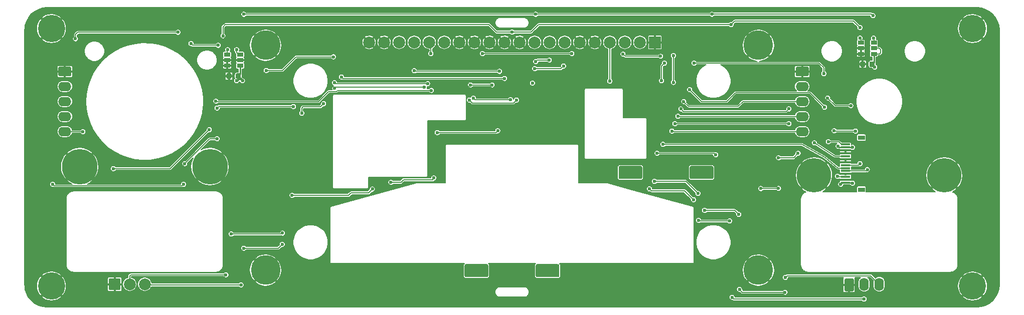
<source format=gbr>
%TF.GenerationSoftware,KiCad,Pcbnew,5.1.9-73d0e3b20d~88~ubuntu18.04.1*%
%TF.CreationDate,2021-01-03T17:57:53+01:00*%
%TF.ProjectId,ss_frontpanel_inner_plate,73735f66-726f-46e7-9470-616e656c5f69,rev?*%
%TF.SameCoordinates,Original*%
%TF.FileFunction,Copper,L1,Top*%
%TF.FilePolarity,Positive*%
%FSLAX46Y46*%
G04 Gerber Fmt 4.6, Leading zero omitted, Abs format (unit mm)*
G04 Created by KiCad (PCBNEW 5.1.9-73d0e3b20d~88~ubuntu18.04.1) date 2021-01-03 17:57:53*
%MOMM*%
%LPD*%
G01*
G04 APERTURE LIST*
%TA.AperFunction,ComponentPad*%
%ADD10O,2.200000X1.600000*%
%TD*%
%TA.AperFunction,ComponentPad*%
%ADD11C,2.000000*%
%TD*%
%TA.AperFunction,ComponentPad*%
%ADD12C,6.000000*%
%TD*%
%TA.AperFunction,ComponentPad*%
%ADD13C,5.800000*%
%TD*%
%TA.AperFunction,ComponentPad*%
%ADD14O,1.600000X2.200000*%
%TD*%
%TA.AperFunction,ComponentPad*%
%ADD15C,5.000000*%
%TD*%
%TA.AperFunction,ComponentPad*%
%ADD16R,2.000000X2.000000*%
%TD*%
%TA.AperFunction,ComponentPad*%
%ADD17C,4.600000*%
%TD*%
%TA.AperFunction,SMDPad,CuDef*%
%ADD18R,1.200000X0.800000*%
%TD*%
%TA.AperFunction,SMDPad,CuDef*%
%ADD19R,1.600000X0.300000*%
%TD*%
%TA.AperFunction,SMDPad,CuDef*%
%ADD20R,1.060000X0.650000*%
%TD*%
%TA.AperFunction,ViaPad*%
%ADD21C,0.800000*%
%TD*%
%TA.AperFunction,ViaPad*%
%ADD22C,0.600000*%
%TD*%
%TA.AperFunction,Conductor*%
%ADD23C,0.200000*%
%TD*%
%TA.AperFunction,Conductor*%
%ADD24C,0.150000*%
%TD*%
%TA.AperFunction,Conductor*%
%ADD25C,0.250000*%
%TD*%
%TA.AperFunction,Conductor*%
%ADD26C,0.400000*%
%TD*%
%TA.AperFunction,Conductor*%
%ADD27C,0.127000*%
%TD*%
%TA.AperFunction,Conductor*%
%ADD28C,0.100000*%
%TD*%
G04 APERTURE END LIST*
D10*
%TO.P,ASM1,3*%
%TO.N,/Enc2_SW*%
X74500000Y-65000000D03*
%TO.P,ASM1,2*%
%TO.N,VDD_IO*%
X74500000Y-62460000D03*
%TO.P,ASM1,1*%
%TO.N,GND*%
%TA.AperFunction,ComponentPad*%
G36*
G01*
X75600000Y-59320000D02*
X75600000Y-60520000D01*
G75*
G02*
X75400000Y-60720000I-200000J0D01*
G01*
X73600000Y-60720000D01*
G75*
G02*
X73400000Y-60520000I0J200000D01*
G01*
X73400000Y-59320000D01*
G75*
G02*
X73600000Y-59120000I200000J0D01*
G01*
X75400000Y-59120000D01*
G75*
G02*
X75600000Y-59320000I0J-200000D01*
G01*
G37*
%TD.AperFunction*%
%TO.P,ASM1,5*%
%TO.N,/Enc2_A*%
X74500000Y-70080000D03*
%TO.P,ASM1,4*%
%TO.N,/Enc2_B*%
X74500000Y-67540000D03*
%TO.P,ASM1,6*%
%TO.N,GND*%
%TA.AperFunction,ComponentPad*%
G36*
G01*
X83920000Y-95090000D02*
X83920000Y-96690000D01*
G75*
G02*
X83720000Y-96890000I-200000J0D01*
G01*
X82120000Y-96890000D01*
G75*
G02*
X81920000Y-96690000I0J200000D01*
G01*
X81920000Y-95090000D01*
G75*
G02*
X82120000Y-94890000I200000J0D01*
G01*
X83720000Y-94890000D01*
G75*
G02*
X83920000Y-95090000I0J-200000D01*
G01*
G37*
%TD.AperFunction*%
D11*
%TO.P,ASM1,7*%
%TO.N,/PB_1A*%
X85460000Y-95890000D03*
%TO.P,ASM1,8*%
%TO.N,/PB_1B*%
X88000000Y-95890000D03*
D12*
%TO.P,ASM1,10*%
%TO.N,GND*%
X77000000Y-76000000D03*
%TO.P,ASM1,9*%
X99000000Y-76000000D03*
%TD*%
D13*
%TO.P,ASM2,9*%
%TO.N,GND*%
X223000000Y-77500000D03*
D10*
%TO.P,ASM2,3*%
%TO.N,/ENC_SWn*%
X199000000Y-65000000D03*
%TO.P,ASM2,2*%
%TO.N,VDD_IO*%
X199000000Y-62460000D03*
%TO.P,ASM2,1*%
%TO.N,GND*%
%TA.AperFunction,ComponentPad*%
G36*
G01*
X200100000Y-59320000D02*
X200100000Y-60520000D01*
G75*
G02*
X199900000Y-60720000I-200000J0D01*
G01*
X198100000Y-60720000D01*
G75*
G02*
X197900000Y-60520000I0J200000D01*
G01*
X197900000Y-59320000D01*
G75*
G02*
X198100000Y-59120000I200000J0D01*
G01*
X199900000Y-59120000D01*
G75*
G02*
X200100000Y-59320000I0J-200000D01*
G01*
G37*
%TD.AperFunction*%
%TO.P,ASM2,4*%
%TO.N,/ENC_B*%
X199000000Y-67540000D03*
%TO.P,ASM2,5*%
%TO.N,/ENC_A*%
X199000000Y-70080000D03*
D13*
%TO.P,ASM2,10*%
%TO.N,GND*%
X201000000Y-77500000D03*
D14*
%TO.P,ASM2,8*%
%TO.N,/PB_2B*%
X212000000Y-95890000D03*
%TO.P,ASM2,7*%
%TO.N,/PB_2A*%
X209460000Y-95890000D03*
%TO.P,ASM2,6*%
%TO.N,GND*%
%TA.AperFunction,ComponentPad*%
G36*
G01*
X207720000Y-95100000D02*
X207720000Y-96900000D01*
G75*
G02*
X207520000Y-97100000I-200000J0D01*
G01*
X206320000Y-97100000D01*
G75*
G02*
X206120000Y-96900000I0J200000D01*
G01*
X206120000Y-95100000D01*
G75*
G02*
X206320000Y-94900000I200000J0D01*
G01*
X207520000Y-94900000D01*
G75*
G02*
X207720000Y-95100000I0J-200000D01*
G01*
G37*
%TD.AperFunction*%
%TD*%
D15*
%TO.P,OLED1,21*%
%TO.N,GND*%
X191600000Y-55500000D03*
X191600000Y-93500000D03*
X108400000Y-93500000D03*
X108400000Y-55500000D03*
D11*
%TO.P,OLED1,20*%
X125870000Y-55000000D03*
%TO.P,OLED1,19*%
X128410000Y-55000000D03*
%TO.P,OLED1,18*%
%TO.N,Net-(OLED1-Pad18)*%
X130950000Y-55000000D03*
%TO.P,OLED1,17*%
%TO.N,/~CSn~*%
X133490000Y-55000000D03*
%TO.P,OLED1,16*%
%TO.N,/~RESn~*%
X136030000Y-55000000D03*
%TO.P,OLED1,15*%
%TO.N,Net-(OLED1-Pad15)*%
X138570000Y-55000000D03*
%TO.P,OLED1,14*%
%TO.N,GND*%
X141110000Y-55000000D03*
%TO.P,OLED1,13*%
X143650000Y-55000000D03*
%TO.P,OLED1,12*%
X146190000Y-55000000D03*
%TO.P,OLED1,11*%
X148730000Y-55000000D03*
%TO.P,OLED1,10*%
X151270000Y-55000000D03*
%TO.P,OLED1,9*%
%TO.N,Net-(OLED1-Pad9)*%
X153810000Y-55000000D03*
%TO.P,OLED1,8*%
%TO.N,/MOSI*%
X156350000Y-55000000D03*
%TO.P,OLED1,7*%
%TO.N,/SCK*%
X158890000Y-55000000D03*
%TO.P,OLED1,6*%
%TO.N,GND*%
X161430000Y-55000000D03*
%TO.P,OLED1,5*%
X163970000Y-55000000D03*
%TO.P,OLED1,4*%
%TO.N,/D~Cn~*%
X166510000Y-55000000D03*
%TO.P,OLED1,3*%
%TO.N,Net-(OLED1-Pad3)*%
X169050000Y-55000000D03*
%TO.P,OLED1,2*%
%TO.N,VDD_IO*%
X171590000Y-55000000D03*
D16*
%TO.P,OLED1,1*%
%TO.N,GND*%
X174130000Y-55000000D03*
%TD*%
D17*
%TO.P,H4,1*%
%TO.N,GND*%
X72250000Y-52670000D03*
%TD*%
%TO.P,H3,1*%
%TO.N,GND*%
X227750000Y-52670000D03*
%TD*%
%TO.P,H2,1*%
%TO.N,GND*%
X227750000Y-96200000D03*
%TD*%
%TO.P,H1,1*%
%TO.N,GND*%
X72250000Y-96200000D03*
%TD*%
%TO.P,M4,2*%
%TO.N,Net-(M4-Pad2)*%
%TA.AperFunction,ComponentPad*%
G36*
G01*
X158000000Y-92750800D02*
X158000000Y-94449200D01*
G75*
G02*
X157749200Y-94700000I-250800J0D01*
G01*
X154250800Y-94700000D01*
G75*
G02*
X154000000Y-94449200I0J250800D01*
G01*
X154000000Y-92750800D01*
G75*
G02*
X154250800Y-92500000I250800J0D01*
G01*
X157749200Y-92500000D01*
G75*
G02*
X158000000Y-92750800I0J-250800D01*
G01*
G37*
%TD.AperFunction*%
%TO.P,M4,1*%
%TO.N,Net-(M4-Pad1)*%
%TA.AperFunction,ComponentPad*%
G36*
G01*
X142000000Y-94449200D02*
X142000000Y-92750800D01*
G75*
G02*
X142250800Y-92500000I250800J0D01*
G01*
X145749200Y-92500000D01*
G75*
G02*
X146000000Y-92750800I0J-250800D01*
G01*
X146000000Y-94449200D01*
G75*
G02*
X145749200Y-94700000I-250800J0D01*
G01*
X142250800Y-94700000D01*
G75*
G02*
X142000000Y-94449200I0J250800D01*
G01*
G37*
%TD.AperFunction*%
%TD*%
%TO.P,M5,2*%
%TO.N,Net-(M5-Pad2)*%
%TA.AperFunction,ComponentPad*%
G36*
G01*
X184000000Y-76150800D02*
X184000000Y-77849200D01*
G75*
G02*
X183749200Y-78100000I-250800J0D01*
G01*
X180250800Y-78100000D01*
G75*
G02*
X180000000Y-77849200I0J250800D01*
G01*
X180000000Y-76150800D01*
G75*
G02*
X180250800Y-75900000I250800J0D01*
G01*
X183749200Y-75900000D01*
G75*
G02*
X184000000Y-76150800I0J-250800D01*
G01*
G37*
%TD.AperFunction*%
%TO.P,M5,1*%
%TO.N,Net-(M5-Pad1)*%
%TA.AperFunction,ComponentPad*%
G36*
G01*
X168000000Y-77849200D02*
X168000000Y-76150800D01*
G75*
G02*
X168250800Y-75900000I250800J0D01*
G01*
X171749200Y-75900000D01*
G75*
G02*
X172000000Y-76150800I0J-250800D01*
G01*
X172000000Y-77849200D01*
G75*
G02*
X171749200Y-78100000I-250800J0D01*
G01*
X168250800Y-78100000D01*
G75*
G02*
X168000000Y-77849200I0J250800D01*
G01*
G37*
%TD.AperFunction*%
%TD*%
D18*
%TO.P,J3,16*%
%TO.N,Net-(J3-Pad16)*%
X209000000Y-71100000D03*
%TO.P,J3,15*%
%TO.N,Net-(J3-Pad15)*%
X209000000Y-79900000D03*
D19*
%TO.P,J3,14*%
%TO.N,/~AUX_IRQn~*%
X206300000Y-72250000D03*
%TO.P,J3,13*%
%TO.N,VDD_IO*%
X206300000Y-72750000D03*
%TO.P,J3,12*%
%TO.N,GND*%
X206300000Y-73250000D03*
%TO.P,J3,11*%
X206300000Y-73750000D03*
%TO.P,J3,10*%
%TO.N,/~RESn~*%
X206300000Y-74250000D03*
%TO.P,J3,9*%
%TO.N,GND*%
X206300000Y-74750000D03*
%TO.P,J3,8*%
X206300000Y-75250000D03*
%TO.P,J3,7*%
%TO.N,/AUX_BOOT0*%
X206300000Y-75750000D03*
%TO.P,J3,6*%
%TO.N,/AUX_TX*%
X206300000Y-76250000D03*
%TO.P,J3,5*%
%TO.N,/AUX_RX*%
X206300000Y-76750000D03*
%TO.P,J3,4*%
%TO.N,GND*%
X206300000Y-77250000D03*
%TO.P,J3,3*%
%TO.N,/HWID_0_i*%
X206300000Y-77750000D03*
%TO.P,J3,2*%
%TO.N,GND*%
X206300000Y-78250000D03*
%TO.P,J3,1*%
%TO.N,VDD_IO*%
X206300000Y-78750000D03*
%TD*%
D20*
%TO.P,U2,5*%
%TO.N,VDD_IO*%
X211100000Y-56000000D03*
%TO.P,U2,6*%
%TO.N,/SDA*%
X211100000Y-55050000D03*
%TO.P,U2,4*%
%TO.N,VDD_IO*%
X211100000Y-56950000D03*
%TO.P,U2,3*%
%TO.N,GND*%
X208900000Y-56950000D03*
%TO.P,U2,2*%
X208900000Y-56000000D03*
%TO.P,U2,1*%
%TO.N,/SCL*%
X208900000Y-55050000D03*
%TD*%
%TO.P,U1,5*%
%TO.N,GND*%
X104100000Y-58000000D03*
%TO.P,U1,6*%
%TO.N,/SDA*%
X104100000Y-57050000D03*
%TO.P,U1,4*%
%TO.N,VDD_IO*%
X104100000Y-58950000D03*
%TO.P,U1,3*%
%TO.N,GND*%
X101900000Y-58950000D03*
%TO.P,U1,2*%
X101900000Y-58000000D03*
%TO.P,U1,1*%
%TO.N,/SCL*%
X101900000Y-57050000D03*
%TD*%
%TO.P,C9,2*%
%TO.N,GND*%
%TA.AperFunction,SMDPad,CuDef*%
G36*
G01*
X209650000Y-58443750D02*
X209650000Y-58956250D01*
G75*
G02*
X209431250Y-59175000I-218750J0D01*
G01*
X208993750Y-59175000D01*
G75*
G02*
X208775000Y-58956250I0J218750D01*
G01*
X208775000Y-58443750D01*
G75*
G02*
X208993750Y-58225000I218750J0D01*
G01*
X209431250Y-58225000D01*
G75*
G02*
X209650000Y-58443750I0J-218750D01*
G01*
G37*
%TD.AperFunction*%
%TO.P,C9,1*%
%TO.N,VDD_IO*%
%TA.AperFunction,SMDPad,CuDef*%
G36*
G01*
X211225000Y-58443750D02*
X211225000Y-58956250D01*
G75*
G02*
X211006250Y-59175000I-218750J0D01*
G01*
X210568750Y-59175000D01*
G75*
G02*
X210350000Y-58956250I0J218750D01*
G01*
X210350000Y-58443750D01*
G75*
G02*
X210568750Y-58225000I218750J0D01*
G01*
X211006250Y-58225000D01*
G75*
G02*
X211225000Y-58443750I0J-218750D01*
G01*
G37*
%TD.AperFunction*%
%TD*%
%TO.P,C8,2*%
%TO.N,GND*%
%TA.AperFunction,SMDPad,CuDef*%
G36*
G01*
X102650000Y-60443750D02*
X102650000Y-60956250D01*
G75*
G02*
X102431250Y-61175000I-218750J0D01*
G01*
X101993750Y-61175000D01*
G75*
G02*
X101775000Y-60956250I0J218750D01*
G01*
X101775000Y-60443750D01*
G75*
G02*
X101993750Y-60225000I218750J0D01*
G01*
X102431250Y-60225000D01*
G75*
G02*
X102650000Y-60443750I0J-218750D01*
G01*
G37*
%TD.AperFunction*%
%TO.P,C8,1*%
%TO.N,VDD_IO*%
%TA.AperFunction,SMDPad,CuDef*%
G36*
G01*
X104225000Y-60443750D02*
X104225000Y-60956250D01*
G75*
G02*
X104006250Y-61175000I-218750J0D01*
G01*
X103568750Y-61175000D01*
G75*
G02*
X103350000Y-60956250I0J218750D01*
G01*
X103350000Y-60443750D01*
G75*
G02*
X103568750Y-60225000I218750J0D01*
G01*
X104006250Y-60225000D01*
G75*
G02*
X104225000Y-60443750I0J-218750D01*
G01*
G37*
%TD.AperFunction*%
%TD*%
D21*
%TO.N,GND*%
X146199994Y-58600000D03*
D22*
X193750000Y-76000000D03*
X191750000Y-76000000D03*
X188250000Y-52550010D03*
X103750000Y-53000000D03*
X98750000Y-53300000D03*
X189800000Y-77000000D03*
X188750000Y-74750000D03*
X188750000Y-74000000D03*
X188163909Y-77013909D03*
X173400000Y-59850000D03*
X174650000Y-59850000D03*
X173517501Y-61582499D03*
X152300000Y-61428768D03*
X152200000Y-64100000D03*
X156800000Y-60500000D03*
X128500000Y-58000000D03*
X128500000Y-57000000D03*
X147256698Y-61759061D03*
X147150000Y-63950000D03*
%TO.N,/PB_1A*%
X102600000Y-87400000D03*
X101700000Y-94300000D03*
X111250000Y-87250000D03*
X143000000Y-62200000D03*
X146650000Y-62199990D03*
X135750000Y-62000011D03*
X120035411Y-61829177D03*
X114500000Y-67000000D03*
X118200000Y-65350000D03*
%TO.N,/PB_1B*%
X112875000Y-80875000D03*
X129550000Y-78650000D03*
X136800000Y-77925000D03*
X137375000Y-70250000D03*
X147600000Y-69950000D03*
X126425000Y-79800000D03*
X104250000Y-96000000D03*
X104700000Y-89800000D03*
X111200000Y-89150000D03*
%TO.N,/PB_2A*%
X209450000Y-98400000D03*
X187150000Y-98100000D03*
X186750000Y-85200000D03*
X181500000Y-85100000D03*
X180650000Y-81600000D03*
X173219671Y-79780348D03*
%TO.N,/PB_2B*%
X196100000Y-97250000D03*
X181400000Y-80550000D03*
X182499996Y-83400000D03*
X188300000Y-84100000D03*
X174050010Y-78500000D03*
X188400000Y-96750000D03*
X196150000Y-94750000D03*
%TO.N,/ENC_A*%
X177000002Y-70000000D03*
%TO.N,/ENC_B*%
X178000000Y-67500000D03*
%TO.N,VDD_IO*%
X207500000Y-72750000D03*
X205500000Y-79000000D03*
X211250000Y-59200000D03*
X205067304Y-72575010D03*
X207500000Y-78800000D03*
X104500000Y-61500000D03*
X103500000Y-61500000D03*
%TO.N,/ENC_SWn*%
X179000006Y-65000000D03*
%TO.N,/HWID_0*%
X174500000Y-73750000D03*
X184400000Y-74000000D03*
%TO.N,/AUX_BOOT0*%
X180000000Y-63000000D03*
X208750000Y-75500000D03*
X208000000Y-70000000D03*
X204400000Y-69950000D03*
X202775000Y-65975000D03*
%TO.N,/~AUX_IRQn~*%
X178500000Y-66250000D03*
X196749962Y-66250000D03*
X203400000Y-71800000D03*
%TO.N,/AUX_TX*%
X175500000Y-72250000D03*
%TO.N,/AUX_RX*%
X207200000Y-65700000D03*
X180750000Y-58500000D03*
X175250000Y-61500000D03*
X203300000Y-64400000D03*
X175750006Y-58500006D03*
X202650000Y-60300000D03*
X210000012Y-76500000D03*
%TO.N,/~RESn~*%
X168750000Y-57000000D03*
X175100000Y-57350000D03*
X160100000Y-56900012D03*
X177249999Y-61767155D03*
X177500000Y-68750000D03*
X196749982Y-68750000D03*
X145000008Y-56900012D03*
X136300000Y-56900000D03*
X177250000Y-57250000D03*
X201050000Y-72000000D03*
%TO.N,/~CSn~*%
X147899994Y-59899994D03*
X133500000Y-59800000D03*
%TO.N,/D~Cn~*%
X166500000Y-61550000D03*
X153450002Y-61900000D03*
%TO.N,/MOSI*%
X156300000Y-58000000D03*
X153999989Y-58250011D03*
%TO.N,/SCK*%
X158700000Y-59000000D03*
X153835183Y-59442649D03*
%TO.N,/SCL*%
X208750000Y-54300000D03*
X208750000Y-52500000D03*
X187000000Y-52000000D03*
X102000000Y-56250000D03*
X150000004Y-53249996D03*
X101199999Y-53900000D03*
%TO.N,/SDA*%
X211050000Y-54300000D03*
X104727645Y-50250000D03*
X154000000Y-50250000D03*
X183750010Y-50250000D03*
X210950000Y-50500000D03*
X103500000Y-56249996D03*
%TO.N,/HWID_0_i*%
X195000000Y-79700000D03*
X192000000Y-79712500D03*
X195000000Y-74500000D03*
X198300000Y-73750000D03*
X204950000Y-77650000D03*
%TO.N,/Enc2_SW*%
X148750000Y-61100000D03*
X76300000Y-54400000D03*
X119850000Y-57450000D03*
X121200000Y-60850000D03*
X100400000Y-55500000D03*
X95800000Y-55199996D03*
X93600000Y-53300008D03*
X108500000Y-59750000D03*
%TO.N,/Enc2_B*%
X149750004Y-64700000D03*
X135200000Y-62600010D03*
X120063916Y-62774990D03*
X113100000Y-65850000D03*
X72450002Y-79000000D03*
X143483877Y-64442055D03*
X100200000Y-66100000D03*
X100200002Y-71300000D03*
X94550000Y-79000000D03*
X94750000Y-75500000D03*
%TO.N,/Enc2_A*%
X136400000Y-63125010D03*
X77550000Y-70100000D03*
X82700000Y-76350000D03*
X150750000Y-64750000D03*
X100000000Y-64950000D03*
X142800000Y-64750000D03*
X98900000Y-69750000D03*
%TD*%
D23*
%TO.N,/PB_1A*%
X85450000Y-95880000D02*
X85460000Y-95890000D01*
X101700000Y-94300000D02*
X85625000Y-94300000D01*
X85450000Y-94475000D02*
X85450000Y-95880000D01*
X85625000Y-94300000D02*
X85450000Y-94475000D01*
X111100000Y-87400000D02*
X102600000Y-87400000D01*
X111250000Y-87250000D02*
X111100000Y-87400000D01*
X143000000Y-62200000D02*
X146649990Y-62200000D01*
X146650000Y-62199990D02*
X146649990Y-62200000D01*
X135750000Y-62000011D02*
X120206245Y-62000011D01*
X120206245Y-62000011D02*
X120035411Y-61829177D01*
X117650000Y-65900000D02*
X118200000Y-65350000D01*
X114700000Y-65900000D02*
X117650000Y-65900000D01*
X114500000Y-67000000D02*
X114500000Y-66100000D01*
X114500000Y-66100000D02*
X114700000Y-65900000D01*
%TO.N,/PB_1B*%
X147300000Y-70250000D02*
X147600000Y-69950000D01*
X137375000Y-70250000D02*
X147300000Y-70250000D01*
X136650000Y-78075000D02*
X136800000Y-77925000D01*
X136650000Y-78225000D02*
X136650000Y-78075000D01*
X131675000Y-78225000D02*
X136650000Y-78225000D01*
X129550000Y-78650000D02*
X131250000Y-78650000D01*
X131250000Y-78650000D02*
X131675000Y-78225000D01*
X125775000Y-80450000D02*
X122825000Y-80450000D01*
X112875000Y-80875000D02*
X122400000Y-80875000D01*
X122825000Y-80450000D02*
X122400000Y-80875000D01*
X125775000Y-80450000D02*
X126425000Y-79800000D01*
X88110000Y-96000000D02*
X88000000Y-95890000D01*
X104250000Y-96000000D02*
X88110000Y-96000000D01*
X110550000Y-89800000D02*
X111200000Y-89150000D01*
X104700000Y-89800000D02*
X110550000Y-89800000D01*
%TO.N,/PB_2A*%
X187450000Y-98400000D02*
X187150000Y-98100000D01*
X209450000Y-98400000D02*
X187450000Y-98400000D01*
X186750000Y-85200000D02*
X181600000Y-85200000D01*
X181600000Y-85200000D02*
X181500000Y-85100000D01*
X179130347Y-80080347D02*
X173519670Y-80080347D01*
X173519670Y-80080347D02*
X173219671Y-79780348D01*
X180650000Y-81600000D02*
X179130347Y-80080347D01*
%TO.N,/PB_2B*%
X182499996Y-83400000D02*
X187600000Y-83400000D01*
X187600000Y-83400000D02*
X188300000Y-84100000D01*
X181400000Y-80550000D02*
X179350000Y-78500000D01*
X179350000Y-78500000D02*
X174050010Y-78500000D01*
X196100000Y-97250000D02*
X188900000Y-97250000D01*
X188900000Y-97250000D02*
X188400000Y-96750000D01*
X210560001Y-94450001D02*
X196449999Y-94450001D01*
X196449999Y-94450001D02*
X196150000Y-94750000D01*
X212000000Y-95890000D02*
X210560001Y-94450001D01*
D24*
%TO.N,/ENC_A*%
X199000000Y-70080000D02*
X177080002Y-70080000D01*
X177080002Y-70080000D02*
X177000002Y-70000000D01*
%TO.N,/ENC_B*%
X178040000Y-67540000D02*
X178000000Y-67500000D01*
X199000000Y-67540000D02*
X178040000Y-67540000D01*
D25*
%TO.N,VDD_IO*%
X206300000Y-72750000D02*
X207500000Y-72750000D01*
X206300000Y-78750000D02*
X206250000Y-78750000D01*
X206300000Y-78750000D02*
X205750000Y-78750000D01*
X205750000Y-78750000D02*
X205500000Y-79000000D01*
D23*
X211100000Y-56000000D02*
X212000000Y-56000000D01*
X212000000Y-56000000D02*
X212250000Y-56250000D01*
X212250000Y-56250000D02*
X212250000Y-56750000D01*
X212050000Y-56950000D02*
X211100000Y-56950000D01*
X212250000Y-56750000D02*
X212050000Y-56950000D01*
D25*
X210800000Y-58750000D02*
X211250000Y-59200000D01*
X211100000Y-56950000D02*
X211100000Y-58387500D01*
X210800000Y-58687500D02*
X210800000Y-58750000D01*
X211100000Y-58387500D02*
X210800000Y-58687500D01*
X206300000Y-72750000D02*
X205242294Y-72750000D01*
X205242294Y-72750000D02*
X205067304Y-72575010D01*
X207450000Y-78750000D02*
X207500000Y-78800000D01*
X206300000Y-78750000D02*
X207450000Y-78750000D01*
X104100000Y-60387500D02*
X103787500Y-60700000D01*
X104100000Y-58950000D02*
X104100000Y-60387500D01*
D26*
X103787500Y-60787500D02*
X104500000Y-61500000D01*
D25*
X103787500Y-60700000D02*
X103787500Y-60787500D01*
D26*
X103787500Y-60700000D02*
X103787500Y-61212500D01*
X103787500Y-61212500D02*
X103500000Y-61500000D01*
D24*
%TO.N,/ENC_SWn*%
X179800006Y-65800000D02*
X179000006Y-65000000D01*
X188200000Y-65800000D02*
X179800006Y-65800000D01*
X199000000Y-65000000D02*
X189000000Y-65000000D01*
X189000000Y-65000000D02*
X188200000Y-65800000D01*
%TO.N,/HWID_0*%
X184150000Y-73750000D02*
X184400000Y-74000000D01*
X174500000Y-73750000D02*
X184150000Y-73750000D01*
%TO.N,/AUX_BOOT0*%
X206300000Y-75750000D02*
X208500000Y-75750000D01*
X208500000Y-75750000D02*
X208750000Y-75500000D01*
X206800000Y-70000000D02*
X208000000Y-70000000D01*
X187750000Y-63500000D02*
X200300000Y-63500000D01*
X186250000Y-65000000D02*
X187750000Y-63500000D01*
X180000000Y-63000000D02*
X182000000Y-65000000D01*
X182000000Y-65000000D02*
X186250000Y-65000000D01*
X206800000Y-70000000D02*
X204450000Y-70000000D01*
X204450000Y-70000000D02*
X204400000Y-69950000D01*
X200300000Y-63500000D02*
X202775000Y-65975000D01*
%TO.N,/~AUX_IRQn~*%
X196299962Y-66700000D02*
X196749962Y-66250000D01*
X178500000Y-66250000D02*
X178950000Y-66700000D01*
X178950000Y-66700000D02*
X196299962Y-66700000D01*
X205200000Y-71800000D02*
X203400000Y-71800000D01*
X206300000Y-72250000D02*
X205650000Y-72250000D01*
X205650000Y-72250000D02*
X205200000Y-71800000D01*
%TO.N,/AUX_TX*%
X205050000Y-76250000D02*
X206300000Y-76250000D01*
X175500000Y-72250000D02*
X198900000Y-72250000D01*
X202800000Y-74450000D02*
X205050000Y-76250000D01*
X198900000Y-72250000D02*
X202800000Y-74450000D01*
%TO.N,/AUX_RX*%
X204600000Y-65700000D02*
X203300000Y-64400000D01*
X207200000Y-65700000D02*
X204600000Y-65700000D01*
X175250000Y-59000012D02*
X175750006Y-58500006D01*
X175250000Y-61500000D02*
X175250000Y-59000012D01*
X202650000Y-59300000D02*
X202650000Y-60300000D01*
X180750000Y-58500000D02*
X201850000Y-58500000D01*
X201850000Y-58500000D02*
X202650000Y-59300000D01*
X206300000Y-76750000D02*
X209750012Y-76750000D01*
X209750012Y-76750000D02*
X210000012Y-76500000D01*
%TO.N,/~RESn~*%
X175100000Y-57350000D02*
X169100000Y-57350000D01*
X169100000Y-57350000D02*
X168750000Y-57000000D01*
X177500000Y-68750000D02*
X196749982Y-68750000D01*
X159675736Y-56900012D02*
X145000008Y-56900012D01*
X160100000Y-56900012D02*
X159675736Y-56900012D01*
X136300000Y-55270000D02*
X136030000Y-55000000D01*
X136300000Y-56900000D02*
X136300000Y-55270000D01*
X177250000Y-61342890D02*
X177250000Y-57250000D01*
X177249999Y-61767155D02*
X177250000Y-61342890D01*
X204500000Y-74250000D02*
X201050000Y-72000000D01*
X206300000Y-74250000D02*
X204500000Y-74250000D01*
D23*
%TO.N,/~CSn~*%
X147899994Y-59899994D02*
X133599994Y-59899994D01*
X133599994Y-59899994D02*
X133500000Y-59800000D01*
%TO.N,/D~Cn~*%
X166500000Y-55010000D02*
X166500000Y-61550000D01*
%TO.N,/MOSI*%
X156300000Y-58000000D02*
X154250000Y-58000000D01*
X154250000Y-58000000D02*
X153999989Y-58250011D01*
%TO.N,/SCK*%
X158700000Y-59000000D02*
X158257351Y-59442649D01*
X158257351Y-59442649D02*
X153835183Y-59442649D01*
%TO.N,/SCL*%
X208900000Y-55050000D02*
X208900000Y-54450000D01*
X208900000Y-54450000D02*
X208750000Y-54300000D01*
X101900000Y-56350000D02*
X102000000Y-56250000D01*
X101900000Y-57050000D02*
X101900000Y-56350000D01*
X153250004Y-53249996D02*
X150000004Y-53249996D01*
X187000000Y-52000000D02*
X154500000Y-52000000D01*
X154500000Y-52000000D02*
X153250004Y-53249996D01*
X207650000Y-51400000D02*
X208750000Y-52500000D01*
X187000000Y-52000000D02*
X187600000Y-51400000D01*
X187600000Y-51400000D02*
X207650000Y-51400000D01*
X101600000Y-52000000D02*
X101199999Y-52400001D01*
X146125000Y-52000000D02*
X101600000Y-52000000D01*
X150000004Y-53249996D02*
X147374996Y-53249996D01*
X101199999Y-52400001D02*
X101199999Y-53900000D01*
X147374996Y-53249996D02*
X146125000Y-52000000D01*
%TO.N,/SDA*%
X211100000Y-55050000D02*
X211100000Y-54350000D01*
X211100000Y-54350000D02*
X211050000Y-54300000D01*
X104727645Y-50250000D02*
X154000000Y-50250000D01*
X154000000Y-50250000D02*
X183750010Y-50250000D01*
X210650000Y-50200000D02*
X210950000Y-50500000D01*
X183750010Y-50250000D02*
X183800010Y-50200000D01*
X183800010Y-50200000D02*
X210650000Y-50200000D01*
X103500000Y-56700000D02*
X103500000Y-56249996D01*
X104100000Y-57050000D02*
X103850000Y-57050000D01*
X103850000Y-57050000D02*
X103500000Y-56700000D01*
%TO.N,/HWID_0_i*%
X192012500Y-79700000D02*
X192000000Y-79712500D01*
X195000000Y-79700000D02*
X192012500Y-79700000D01*
X195000000Y-74500000D02*
X197550000Y-74500000D01*
X197550000Y-74500000D02*
X198300000Y-73750000D01*
X206300000Y-77750000D02*
X205050000Y-77750000D01*
X205050000Y-77750000D02*
X204950000Y-77650000D01*
%TO.N,/Enc2_SW*%
X121450000Y-61100000D02*
X121200000Y-60850000D01*
X148750000Y-61100000D02*
X121450000Y-61100000D01*
X96100004Y-55500000D02*
X95800000Y-55199996D01*
X100400000Y-55500000D02*
X96100004Y-55500000D01*
X76700000Y-53300000D02*
X93599992Y-53300000D01*
X76300000Y-54400000D02*
X76300000Y-53700000D01*
X93599992Y-53300000D02*
X93600000Y-53300008D01*
X76300000Y-53700000D02*
X76700000Y-53300000D01*
X111250000Y-59750000D02*
X108500000Y-59750000D01*
X119850000Y-57450000D02*
X113550000Y-57450000D01*
X113550000Y-57450000D02*
X111250000Y-59750000D01*
D24*
%TO.N,/Enc2_B*%
X135200000Y-62600010D02*
X120238896Y-62600010D01*
X120238896Y-62600010D02*
X120063916Y-62774990D01*
X143741822Y-64700000D02*
X143483877Y-64442055D01*
X149750004Y-64700000D02*
X143741822Y-64700000D01*
X100450000Y-65850000D02*
X100200000Y-66100000D01*
X113100000Y-65850000D02*
X100450000Y-65850000D01*
X94300000Y-79250000D02*
X94550000Y-79000000D01*
X72450002Y-79000000D02*
X72700002Y-79250000D01*
X72700002Y-79250000D02*
X94300000Y-79250000D01*
X98950000Y-71300000D02*
X94750000Y-75500000D01*
X100200002Y-71300000D02*
X98950000Y-71300000D01*
%TO.N,/Enc2_A*%
X77550000Y-70100000D02*
X74520000Y-70100000D01*
X74520000Y-70100000D02*
X74500000Y-70080000D01*
X100050000Y-65000000D02*
X100000000Y-64950000D01*
X117325010Y-65024990D02*
X100074990Y-65024990D01*
X119050000Y-63300000D02*
X117325010Y-65024990D01*
X100074990Y-65024990D02*
X100000000Y-64950000D01*
X120350000Y-63300000D02*
X119050000Y-63300000D01*
X136400000Y-63125010D02*
X120524990Y-63125010D01*
X120524990Y-63125010D02*
X120350000Y-63300000D01*
X143325001Y-65275001D02*
X142800000Y-64750000D01*
X150750000Y-64750000D02*
X150224999Y-65275001D01*
X150224999Y-65275001D02*
X143325001Y-65275001D01*
X92300000Y-76350000D02*
X98900000Y-69750000D01*
X82700000Y-76350000D02*
X92300000Y-76350000D01*
%TD*%
D27*
%TO.N,GND*%
X229230390Y-49211259D02*
X229932962Y-49423378D01*
X230580950Y-49767920D01*
X231149675Y-50231761D01*
X231617477Y-50797236D01*
X231966534Y-51442802D01*
X232183553Y-52143877D01*
X232261446Y-52884979D01*
X232261501Y-52900828D01*
X232261500Y-95988332D01*
X232188741Y-96730390D01*
X231976622Y-97432962D01*
X231632082Y-98080947D01*
X231168240Y-98649675D01*
X230602766Y-99117476D01*
X229957199Y-99466533D01*
X229256123Y-99683553D01*
X228515022Y-99761446D01*
X228499460Y-99761500D01*
X71511668Y-99761500D01*
X70769610Y-99688741D01*
X70067038Y-99476622D01*
X69419053Y-99132082D01*
X68850325Y-98668240D01*
X68382524Y-98102766D01*
X68331428Y-98008265D01*
X70564064Y-98008265D01*
X70836304Y-98292948D01*
X71271782Y-98528532D01*
X71744853Y-98674630D01*
X72237335Y-98725631D01*
X72730304Y-98679572D01*
X73204816Y-98538225D01*
X73642635Y-98307022D01*
X73663696Y-98292948D01*
X73935936Y-98008265D01*
X72250000Y-96322329D01*
X70564064Y-98008265D01*
X68331428Y-98008265D01*
X68033467Y-97457199D01*
X67816447Y-96756123D01*
X67756665Y-96187335D01*
X69724369Y-96187335D01*
X69770428Y-96680304D01*
X69911775Y-97154816D01*
X70142978Y-97592635D01*
X70157052Y-97613696D01*
X70441735Y-97885936D01*
X72127671Y-96200000D01*
X72372329Y-96200000D01*
X74058265Y-97885936D01*
X74342948Y-97613696D01*
X74575986Y-97182923D01*
X147112497Y-97182923D01*
X147112648Y-97204571D01*
X147112497Y-97226153D01*
X147112822Y-97229468D01*
X147126082Y-97355631D01*
X147130438Y-97376849D01*
X147134480Y-97398040D01*
X147135442Y-97401228D01*
X147172955Y-97522412D01*
X147181342Y-97542364D01*
X147189430Y-97562382D01*
X147190993Y-97565322D01*
X147251330Y-97676912D01*
X147263418Y-97694833D01*
X147275253Y-97712920D01*
X147277356Y-97715498D01*
X147277359Y-97715502D01*
X147277363Y-97715506D01*
X147358220Y-97813246D01*
X147373561Y-97828481D01*
X147388682Y-97843922D01*
X147391248Y-97846045D01*
X147489555Y-97926222D01*
X147507524Y-97938161D01*
X147525397Y-97950399D01*
X147528326Y-97951982D01*
X147640335Y-98011538D01*
X147660338Y-98019783D01*
X147680189Y-98028291D01*
X147683370Y-98029276D01*
X147804814Y-98065942D01*
X147826031Y-98070143D01*
X147847163Y-98074635D01*
X147850473Y-98074983D01*
X147850475Y-98074983D01*
X147976726Y-98087362D01*
X147976740Y-98087362D01*
X147988294Y-98088500D01*
X152011706Y-98088500D01*
X152023900Y-98087299D01*
X152032349Y-98087299D01*
X152035661Y-98086951D01*
X152161729Y-98072810D01*
X152182867Y-98068317D01*
X152204078Y-98064117D01*
X152207259Y-98063132D01*
X152250468Y-98049425D01*
X186636500Y-98049425D01*
X186636500Y-98150575D01*
X186656233Y-98249783D01*
X186694942Y-98343234D01*
X186751138Y-98427337D01*
X186822663Y-98498862D01*
X186906766Y-98555058D01*
X187000217Y-98593767D01*
X187099425Y-98613500D01*
X187200575Y-98613500D01*
X187216897Y-98610253D01*
X187217437Y-98610793D01*
X187227250Y-98622750D01*
X187274986Y-98661926D01*
X187329449Y-98691037D01*
X187380648Y-98706568D01*
X187388543Y-98708963D01*
X187449999Y-98715016D01*
X187465391Y-98713500D01*
X209041892Y-98713500D01*
X209051138Y-98727337D01*
X209122663Y-98798862D01*
X209206766Y-98855058D01*
X209300217Y-98893767D01*
X209399425Y-98913500D01*
X209500575Y-98913500D01*
X209599783Y-98893767D01*
X209693234Y-98855058D01*
X209777337Y-98798862D01*
X209848862Y-98727337D01*
X209905058Y-98643234D01*
X209943767Y-98549783D01*
X209963500Y-98450575D01*
X209963500Y-98349425D01*
X209943767Y-98250217D01*
X209905058Y-98156766D01*
X209848862Y-98072663D01*
X209784464Y-98008265D01*
X226064064Y-98008265D01*
X226336304Y-98292948D01*
X226771782Y-98528532D01*
X227244853Y-98674630D01*
X227737335Y-98725631D01*
X228230304Y-98679572D01*
X228704816Y-98538225D01*
X229142635Y-98307022D01*
X229163696Y-98292948D01*
X229435936Y-98008265D01*
X227750000Y-96322329D01*
X226064064Y-98008265D01*
X209784464Y-98008265D01*
X209777337Y-98001138D01*
X209693234Y-97944942D01*
X209599783Y-97906233D01*
X209500575Y-97886500D01*
X209399425Y-97886500D01*
X209300217Y-97906233D01*
X209206766Y-97944942D01*
X209122663Y-98001138D01*
X209051138Y-98072663D01*
X209041892Y-98086500D01*
X187663500Y-98086500D01*
X187663500Y-98049425D01*
X187643767Y-97950217D01*
X187605058Y-97856766D01*
X187548862Y-97772663D01*
X187477337Y-97701138D01*
X187393234Y-97644942D01*
X187299783Y-97606233D01*
X187200575Y-97586500D01*
X187099425Y-97586500D01*
X187000217Y-97606233D01*
X186906766Y-97644942D01*
X186822663Y-97701138D01*
X186751138Y-97772663D01*
X186694942Y-97856766D01*
X186656233Y-97950217D01*
X186636500Y-98049425D01*
X152250468Y-98049425D01*
X152328177Y-98024774D01*
X152348033Y-98016264D01*
X152368030Y-98008022D01*
X152370959Y-98006438D01*
X152482126Y-97945324D01*
X152499956Y-97933116D01*
X152517969Y-97921148D01*
X152520535Y-97919025D01*
X152617713Y-97837482D01*
X152632850Y-97822024D01*
X152648174Y-97806807D01*
X152650279Y-97804227D01*
X152729769Y-97705362D01*
X152741614Y-97687261D01*
X152753693Y-97669353D01*
X152755253Y-97666417D01*
X152755256Y-97666413D01*
X152755258Y-97666409D01*
X152814029Y-97553990D01*
X152822122Y-97533961D01*
X152830504Y-97514020D01*
X152831466Y-97510832D01*
X152867283Y-97389137D01*
X152871333Y-97367907D01*
X152875681Y-97346727D01*
X152876006Y-97343413D01*
X152887503Y-97217077D01*
X152887352Y-97195429D01*
X152887503Y-97173847D01*
X152887178Y-97170533D01*
X152873918Y-97044369D01*
X152869564Y-97023157D01*
X152865520Y-97001960D01*
X152864558Y-96998772D01*
X152827045Y-96877588D01*
X152818672Y-96857669D01*
X152810571Y-96837618D01*
X152809007Y-96834678D01*
X152748670Y-96723088D01*
X152736592Y-96705182D01*
X152732825Y-96699425D01*
X187886500Y-96699425D01*
X187886500Y-96800575D01*
X187906233Y-96899783D01*
X187944942Y-96993234D01*
X188001138Y-97077337D01*
X188072663Y-97148862D01*
X188156766Y-97205058D01*
X188250217Y-97243767D01*
X188349425Y-97263500D01*
X188450575Y-97263500D01*
X188466898Y-97260253D01*
X188667438Y-97460793D01*
X188677250Y-97472750D01*
X188724986Y-97511926D01*
X188779449Y-97541037D01*
X188838543Y-97558963D01*
X188884608Y-97563500D01*
X188900000Y-97565016D01*
X188915392Y-97563500D01*
X195691892Y-97563500D01*
X195701138Y-97577337D01*
X195772663Y-97648862D01*
X195856766Y-97705058D01*
X195950217Y-97743767D01*
X196049425Y-97763500D01*
X196150575Y-97763500D01*
X196249783Y-97743767D01*
X196343234Y-97705058D01*
X196427337Y-97648862D01*
X196498862Y-97577337D01*
X196555058Y-97493234D01*
X196593767Y-97399783D01*
X196613500Y-97300575D01*
X196613500Y-97199425D01*
X196593767Y-97100217D01*
X196593678Y-97100000D01*
X205905467Y-97100000D01*
X205909589Y-97141853D01*
X205921797Y-97182098D01*
X205941622Y-97219188D01*
X205968302Y-97251698D01*
X206000812Y-97278378D01*
X206037902Y-97298203D01*
X206078147Y-97310411D01*
X206120000Y-97314533D01*
X206780125Y-97313500D01*
X206833500Y-97260125D01*
X206833500Y-96086500D01*
X207006500Y-96086500D01*
X207006500Y-97260125D01*
X207059875Y-97313500D01*
X207720000Y-97314533D01*
X207761853Y-97310411D01*
X207802098Y-97298203D01*
X207839188Y-97278378D01*
X207871698Y-97251698D01*
X207898378Y-97219188D01*
X207918203Y-97182098D01*
X207930411Y-97141853D01*
X207934533Y-97100000D01*
X207933500Y-96139875D01*
X207880125Y-96086500D01*
X207006500Y-96086500D01*
X206833500Y-96086500D01*
X205959875Y-96086500D01*
X205906500Y-96139875D01*
X205905467Y-97100000D01*
X196593678Y-97100000D01*
X196555058Y-97006766D01*
X196498862Y-96922663D01*
X196427337Y-96851138D01*
X196343234Y-96794942D01*
X196249783Y-96756233D01*
X196150575Y-96736500D01*
X196049425Y-96736500D01*
X195950217Y-96756233D01*
X195856766Y-96794942D01*
X195772663Y-96851138D01*
X195701138Y-96922663D01*
X195691892Y-96936500D01*
X189029856Y-96936500D01*
X188910253Y-96816898D01*
X188913500Y-96800575D01*
X188913500Y-96699425D01*
X188893767Y-96600217D01*
X188855058Y-96506766D01*
X188798862Y-96422663D01*
X188727337Y-96351138D01*
X188643234Y-96294942D01*
X188549783Y-96256233D01*
X188450575Y-96236500D01*
X188349425Y-96236500D01*
X188250217Y-96256233D01*
X188156766Y-96294942D01*
X188072663Y-96351138D01*
X188001138Y-96422663D01*
X187944942Y-96506766D01*
X187906233Y-96600217D01*
X187886500Y-96699425D01*
X152732825Y-96699425D01*
X152724747Y-96687080D01*
X152722642Y-96684500D01*
X152641780Y-96586754D01*
X152626422Y-96571503D01*
X152611318Y-96556078D01*
X152608752Y-96553955D01*
X152510445Y-96473777D01*
X152492442Y-96461816D01*
X152474603Y-96449601D01*
X152471679Y-96448021D01*
X152471675Y-96448018D01*
X152471671Y-96448016D01*
X152359665Y-96388462D01*
X152339662Y-96380217D01*
X152319811Y-96371709D01*
X152316630Y-96370724D01*
X152195186Y-96334058D01*
X152173975Y-96329858D01*
X152152837Y-96325365D01*
X152149525Y-96325017D01*
X152023273Y-96312638D01*
X152023260Y-96312638D01*
X152011706Y-96311500D01*
X147988294Y-96311500D01*
X147976100Y-96312701D01*
X147967651Y-96312701D01*
X147964340Y-96313049D01*
X147838271Y-96327190D01*
X147817101Y-96331690D01*
X147795922Y-96335883D01*
X147792741Y-96336868D01*
X147671822Y-96375226D01*
X147651953Y-96383742D01*
X147631970Y-96391978D01*
X147629044Y-96393561D01*
X147629039Y-96393563D01*
X147629035Y-96393566D01*
X147517874Y-96454676D01*
X147500036Y-96466890D01*
X147482030Y-96478853D01*
X147479465Y-96480976D01*
X147382287Y-96562518D01*
X147367150Y-96577976D01*
X147351826Y-96593193D01*
X147349721Y-96595773D01*
X147270231Y-96694638D01*
X147258386Y-96712739D01*
X147246307Y-96730647D01*
X147244747Y-96733583D01*
X147244744Y-96733587D01*
X147244744Y-96733588D01*
X147185971Y-96846010D01*
X147177866Y-96866068D01*
X147169496Y-96885980D01*
X147168533Y-96889168D01*
X147132717Y-97010864D01*
X147128668Y-97032086D01*
X147124319Y-97053273D01*
X147123994Y-97056587D01*
X147112497Y-97182923D01*
X74575986Y-97182923D01*
X74578532Y-97178218D01*
X74667542Y-96890000D01*
X81705467Y-96890000D01*
X81709589Y-96931853D01*
X81721797Y-96972098D01*
X81741622Y-97009188D01*
X81768302Y-97041698D01*
X81800812Y-97068378D01*
X81837902Y-97088203D01*
X81878147Y-97100411D01*
X81920000Y-97104533D01*
X82780125Y-97103500D01*
X82833500Y-97050125D01*
X82833500Y-95976500D01*
X83006500Y-95976500D01*
X83006500Y-97050125D01*
X83059875Y-97103500D01*
X83920000Y-97104533D01*
X83961853Y-97100411D01*
X84002098Y-97088203D01*
X84039188Y-97068378D01*
X84071698Y-97041698D01*
X84098378Y-97009188D01*
X84118203Y-96972098D01*
X84130411Y-96931853D01*
X84134533Y-96890000D01*
X84133500Y-96029875D01*
X84080125Y-95976500D01*
X83006500Y-95976500D01*
X82833500Y-95976500D01*
X81759875Y-95976500D01*
X81706500Y-96029875D01*
X81705467Y-96890000D01*
X74667542Y-96890000D01*
X74724630Y-96705147D01*
X74775631Y-96212665D01*
X74729572Y-95719696D01*
X74588225Y-95245184D01*
X74400660Y-94890000D01*
X81705467Y-94890000D01*
X81706500Y-95750125D01*
X81759875Y-95803500D01*
X82833500Y-95803500D01*
X82833500Y-94729875D01*
X83006500Y-94729875D01*
X83006500Y-95803500D01*
X84080125Y-95803500D01*
X84113144Y-95770481D01*
X84246500Y-95770481D01*
X84246500Y-96009519D01*
X84293134Y-96243965D01*
X84384610Y-96464808D01*
X84517413Y-96663561D01*
X84686439Y-96832587D01*
X84885192Y-96965390D01*
X85106035Y-97056866D01*
X85340481Y-97103500D01*
X85579519Y-97103500D01*
X85813965Y-97056866D01*
X86034808Y-96965390D01*
X86233561Y-96832587D01*
X86402587Y-96663561D01*
X86535390Y-96464808D01*
X86626866Y-96243965D01*
X86673500Y-96009519D01*
X86673500Y-95770481D01*
X86786500Y-95770481D01*
X86786500Y-96009519D01*
X86833134Y-96243965D01*
X86924610Y-96464808D01*
X87057413Y-96663561D01*
X87226439Y-96832587D01*
X87425192Y-96965390D01*
X87646035Y-97056866D01*
X87880481Y-97103500D01*
X88119519Y-97103500D01*
X88353965Y-97056866D01*
X88574808Y-96965390D01*
X88773561Y-96832587D01*
X88942587Y-96663561D01*
X89075390Y-96464808D01*
X89138064Y-96313500D01*
X103841892Y-96313500D01*
X103851138Y-96327337D01*
X103922663Y-96398862D01*
X104006766Y-96455058D01*
X104100217Y-96493767D01*
X104199425Y-96513500D01*
X104300575Y-96513500D01*
X104399783Y-96493767D01*
X104493234Y-96455058D01*
X104577337Y-96398862D01*
X104648862Y-96327337D01*
X104705058Y-96243234D01*
X104743767Y-96149783D01*
X104763500Y-96050575D01*
X104763500Y-95949425D01*
X104743767Y-95850217D01*
X104705058Y-95756766D01*
X104648862Y-95672663D01*
X104577337Y-95601138D01*
X104493234Y-95544942D01*
X104399783Y-95506233D01*
X104300575Y-95486500D01*
X104199425Y-95486500D01*
X104100217Y-95506233D01*
X104006766Y-95544942D01*
X103922663Y-95601138D01*
X103851138Y-95672663D01*
X103841892Y-95686500D01*
X89196795Y-95686500D01*
X89166866Y-95536035D01*
X89131417Y-95450451D01*
X106571879Y-95450451D01*
X106868114Y-95755623D01*
X107337599Y-96011137D01*
X107847912Y-96170150D01*
X108379440Y-96226551D01*
X108911759Y-96178173D01*
X109424411Y-96026873D01*
X109897695Y-95778467D01*
X109931886Y-95755623D01*
X110228121Y-95450451D01*
X189771879Y-95450451D01*
X190068114Y-95755623D01*
X190537599Y-96011137D01*
X191047912Y-96170150D01*
X191579440Y-96226551D01*
X192111759Y-96178173D01*
X192624411Y-96026873D01*
X193097695Y-95778467D01*
X193131886Y-95755623D01*
X193428121Y-95450451D01*
X191600000Y-93622329D01*
X189771879Y-95450451D01*
X110228121Y-95450451D01*
X108400000Y-93622329D01*
X106571879Y-95450451D01*
X89131417Y-95450451D01*
X89075390Y-95315192D01*
X88942587Y-95116439D01*
X88773561Y-94947413D01*
X88574808Y-94814610D01*
X88353965Y-94723134D01*
X88119519Y-94676500D01*
X87880481Y-94676500D01*
X87646035Y-94723134D01*
X87425192Y-94814610D01*
X87226439Y-94947413D01*
X87057413Y-95116439D01*
X86924610Y-95315192D01*
X86833134Y-95536035D01*
X86786500Y-95770481D01*
X86673500Y-95770481D01*
X86626866Y-95536035D01*
X86535390Y-95315192D01*
X86402587Y-95116439D01*
X86233561Y-94947413D01*
X86034808Y-94814610D01*
X85813965Y-94723134D01*
X85763500Y-94713096D01*
X85763500Y-94613500D01*
X101291892Y-94613500D01*
X101301138Y-94627337D01*
X101372663Y-94698862D01*
X101456766Y-94755058D01*
X101550217Y-94793767D01*
X101649425Y-94813500D01*
X101750575Y-94813500D01*
X101849783Y-94793767D01*
X101943234Y-94755058D01*
X102027337Y-94698862D01*
X102098862Y-94627337D01*
X102155058Y-94543234D01*
X102193767Y-94449783D01*
X102213500Y-94350575D01*
X102213500Y-94249425D01*
X102193767Y-94150217D01*
X102155058Y-94056766D01*
X102098862Y-93972663D01*
X102027337Y-93901138D01*
X101943234Y-93844942D01*
X101849783Y-93806233D01*
X101750575Y-93786500D01*
X101649425Y-93786500D01*
X101550217Y-93806233D01*
X101456766Y-93844942D01*
X101372663Y-93901138D01*
X101301138Y-93972663D01*
X101291892Y-93986500D01*
X85640381Y-93986500D01*
X85624999Y-93984985D01*
X85609617Y-93986500D01*
X85609608Y-93986500D01*
X85563543Y-93991037D01*
X85504449Y-94008963D01*
X85449986Y-94038074D01*
X85402250Y-94077250D01*
X85392433Y-94089212D01*
X85239212Y-94242433D01*
X85227250Y-94252250D01*
X85188074Y-94299987D01*
X85158963Y-94354450D01*
X85147653Y-94391735D01*
X85141037Y-94413544D01*
X85134984Y-94475000D01*
X85136500Y-94490392D01*
X85136500Y-94717074D01*
X85106035Y-94723134D01*
X84885192Y-94814610D01*
X84686439Y-94947413D01*
X84517413Y-95116439D01*
X84384610Y-95315192D01*
X84293134Y-95536035D01*
X84246500Y-95770481D01*
X84113144Y-95770481D01*
X84133500Y-95750125D01*
X84134533Y-94890000D01*
X84130411Y-94848147D01*
X84118203Y-94807902D01*
X84098378Y-94770812D01*
X84071698Y-94738302D01*
X84039188Y-94711622D01*
X84002098Y-94691797D01*
X83961853Y-94679589D01*
X83920000Y-94675467D01*
X83059875Y-94676500D01*
X83006500Y-94729875D01*
X82833500Y-94729875D01*
X82780125Y-94676500D01*
X81920000Y-94675467D01*
X81878147Y-94679589D01*
X81837902Y-94691797D01*
X81800812Y-94711622D01*
X81768302Y-94738302D01*
X81741622Y-94770812D01*
X81721797Y-94807902D01*
X81709589Y-94848147D01*
X81705467Y-94890000D01*
X74400660Y-94890000D01*
X74357022Y-94807365D01*
X74342948Y-94786304D01*
X74058265Y-94514064D01*
X72372329Y-96200000D01*
X72127671Y-96200000D01*
X70441735Y-94514064D01*
X70157052Y-94786304D01*
X69921468Y-95221782D01*
X69775370Y-95694853D01*
X69724369Y-96187335D01*
X67756665Y-96187335D01*
X67738554Y-96015022D01*
X67738500Y-95999460D01*
X67738500Y-94391735D01*
X70564064Y-94391735D01*
X72250000Y-96077671D01*
X73935936Y-94391735D01*
X73663696Y-94107052D01*
X73228218Y-93871468D01*
X72755147Y-93725370D01*
X72262665Y-93674369D01*
X71769696Y-93720428D01*
X71295184Y-93861775D01*
X70857365Y-94092978D01*
X70836304Y-94107052D01*
X70564064Y-94391735D01*
X67738500Y-94391735D01*
X67738500Y-81386569D01*
X74726500Y-81386569D01*
X74726501Y-92613432D01*
X74727694Y-92625539D01*
X74727650Y-92631769D01*
X74728022Y-92635570D01*
X74748423Y-92829667D01*
X74753415Y-92853982D01*
X74758053Y-92878298D01*
X74759156Y-92881954D01*
X74816868Y-93068392D01*
X74826483Y-93091265D01*
X74835760Y-93114227D01*
X74837553Y-93117599D01*
X74930378Y-93289276D01*
X74944250Y-93309842D01*
X74957813Y-93330569D01*
X74960227Y-93333529D01*
X75084631Y-93483907D01*
X75102230Y-93501383D01*
X75119564Y-93519084D01*
X75122506Y-93521518D01*
X75273748Y-93644868D01*
X75294375Y-93658573D01*
X75314848Y-93672591D01*
X75318208Y-93674407D01*
X75490530Y-93766032D01*
X75513452Y-93775480D01*
X75536232Y-93785243D01*
X75539880Y-93786373D01*
X75726716Y-93842782D01*
X75751078Y-93847606D01*
X75775279Y-93852750D01*
X75779077Y-93853150D01*
X75973310Y-93872195D01*
X75973319Y-93872195D01*
X75986568Y-93873500D01*
X100013432Y-93873500D01*
X100025549Y-93872307D01*
X100031769Y-93872350D01*
X100035570Y-93871978D01*
X100229667Y-93851577D01*
X100253982Y-93846585D01*
X100278298Y-93841947D01*
X100281954Y-93840844D01*
X100468392Y-93783132D01*
X100491265Y-93773517D01*
X100514227Y-93764240D01*
X100517599Y-93762447D01*
X100689276Y-93669622D01*
X100709842Y-93655750D01*
X100730569Y-93642187D01*
X100733529Y-93639773D01*
X100883907Y-93515369D01*
X100901383Y-93497770D01*
X100919084Y-93480436D01*
X100919908Y-93479440D01*
X105673449Y-93479440D01*
X105721827Y-94011759D01*
X105873127Y-94524411D01*
X106121533Y-94997695D01*
X106144377Y-95031886D01*
X106449549Y-95328121D01*
X108277671Y-93500000D01*
X108522329Y-93500000D01*
X110350451Y-95328121D01*
X110655623Y-95031886D01*
X110911137Y-94562401D01*
X111070150Y-94052088D01*
X111126551Y-93520560D01*
X111078173Y-92988241D01*
X110926873Y-92475589D01*
X110729743Y-92100000D01*
X119225177Y-92100000D01*
X119230458Y-92153615D01*
X119246097Y-92205170D01*
X119271493Y-92252683D01*
X119305671Y-92294329D01*
X119347317Y-92328507D01*
X119394830Y-92353903D01*
X119446385Y-92369542D01*
X119478792Y-92372734D01*
X119500000Y-92374823D01*
X119513431Y-92373500D01*
X141980565Y-92373500D01*
X141921760Y-92421760D01*
X141863890Y-92492275D01*
X141820888Y-92572725D01*
X141794408Y-92660018D01*
X141785467Y-92750800D01*
X141785467Y-94449200D01*
X141794408Y-94539982D01*
X141820888Y-94627275D01*
X141863890Y-94707725D01*
X141921760Y-94778240D01*
X141992275Y-94836110D01*
X142072725Y-94879112D01*
X142160018Y-94905592D01*
X142250800Y-94914533D01*
X145749200Y-94914533D01*
X145839982Y-94905592D01*
X145927275Y-94879112D01*
X146007725Y-94836110D01*
X146078240Y-94778240D01*
X146136110Y-94707725D01*
X146179112Y-94627275D01*
X146205592Y-94539982D01*
X146214533Y-94449200D01*
X146214533Y-92750800D01*
X146205592Y-92660018D01*
X146179112Y-92572725D01*
X146136110Y-92492275D01*
X146078240Y-92421760D01*
X146019435Y-92373500D01*
X153980565Y-92373500D01*
X153921760Y-92421760D01*
X153863890Y-92492275D01*
X153820888Y-92572725D01*
X153794408Y-92660018D01*
X153785467Y-92750800D01*
X153785467Y-94449200D01*
X153794408Y-94539982D01*
X153820888Y-94627275D01*
X153863890Y-94707725D01*
X153921760Y-94778240D01*
X153992275Y-94836110D01*
X154072725Y-94879112D01*
X154160018Y-94905592D01*
X154250800Y-94914533D01*
X157749200Y-94914533D01*
X157839982Y-94905592D01*
X157927275Y-94879112D01*
X158007725Y-94836110D01*
X158078240Y-94778240D01*
X158136110Y-94707725D01*
X158179112Y-94627275D01*
X158205592Y-94539982D01*
X158214533Y-94449200D01*
X158214533Y-93479440D01*
X188873449Y-93479440D01*
X188921827Y-94011759D01*
X189073127Y-94524411D01*
X189321533Y-94997695D01*
X189344377Y-95031886D01*
X189649549Y-95328121D01*
X191477671Y-93500000D01*
X191722329Y-93500000D01*
X193550451Y-95328121D01*
X193855623Y-95031886D01*
X194036562Y-94699425D01*
X195636500Y-94699425D01*
X195636500Y-94800575D01*
X195656233Y-94899783D01*
X195694942Y-94993234D01*
X195751138Y-95077337D01*
X195822663Y-95148862D01*
X195906766Y-95205058D01*
X196000217Y-95243767D01*
X196099425Y-95263500D01*
X196200575Y-95263500D01*
X196299783Y-95243767D01*
X196393234Y-95205058D01*
X196477337Y-95148862D01*
X196548862Y-95077337D01*
X196605058Y-94993234D01*
X196643767Y-94899783D01*
X196663500Y-94800575D01*
X196663500Y-94763501D01*
X205955829Y-94763501D01*
X205941622Y-94780812D01*
X205921797Y-94817902D01*
X205909589Y-94858147D01*
X205905467Y-94900000D01*
X205906500Y-95860125D01*
X205959875Y-95913500D01*
X206833500Y-95913500D01*
X206833500Y-95893500D01*
X207006500Y-95893500D01*
X207006500Y-95913500D01*
X207880125Y-95913500D01*
X207933500Y-95860125D01*
X207934533Y-94900000D01*
X207930411Y-94858147D01*
X207918203Y-94817902D01*
X207898378Y-94780812D01*
X207884171Y-94763501D01*
X208869505Y-94763501D01*
X208739881Y-94869880D01*
X208613230Y-95024206D01*
X208519119Y-95200274D01*
X208461165Y-95391319D01*
X208446500Y-95540218D01*
X208446500Y-96239781D01*
X208461165Y-96388680D01*
X208519118Y-96579725D01*
X208613229Y-96755794D01*
X208739880Y-96910120D01*
X208894206Y-97036771D01*
X209070274Y-97130882D01*
X209261319Y-97188835D01*
X209460000Y-97208403D01*
X209658680Y-97188835D01*
X209849725Y-97130882D01*
X210025794Y-97036771D01*
X210180120Y-96910120D01*
X210306771Y-96755794D01*
X210400882Y-96579726D01*
X210458835Y-96388681D01*
X210473500Y-96239782D01*
X210473500Y-95540219D01*
X210458835Y-95391320D01*
X210400882Y-95200274D01*
X210306771Y-95024206D01*
X210180120Y-94869880D01*
X210050496Y-94763501D01*
X210430146Y-94763501D01*
X211014385Y-95347740D01*
X211001165Y-95391319D01*
X210986500Y-95540218D01*
X210986500Y-96239781D01*
X211001165Y-96388680D01*
X211059118Y-96579725D01*
X211153229Y-96755794D01*
X211279880Y-96910120D01*
X211434206Y-97036771D01*
X211610274Y-97130882D01*
X211801319Y-97188835D01*
X212000000Y-97208403D01*
X212198680Y-97188835D01*
X212389725Y-97130882D01*
X212565794Y-97036771D01*
X212720120Y-96910120D01*
X212846771Y-96755794D01*
X212940882Y-96579726D01*
X212998835Y-96388681D01*
X213013500Y-96239782D01*
X213013500Y-96187335D01*
X225224369Y-96187335D01*
X225270428Y-96680304D01*
X225411775Y-97154816D01*
X225642978Y-97592635D01*
X225657052Y-97613696D01*
X225941735Y-97885936D01*
X227627671Y-96200000D01*
X227872329Y-96200000D01*
X229558265Y-97885936D01*
X229842948Y-97613696D01*
X230078532Y-97178218D01*
X230224630Y-96705147D01*
X230275631Y-96212665D01*
X230229572Y-95719696D01*
X230088225Y-95245184D01*
X229857022Y-94807365D01*
X229842948Y-94786304D01*
X229558265Y-94514064D01*
X227872329Y-96200000D01*
X227627671Y-96200000D01*
X225941735Y-94514064D01*
X225657052Y-94786304D01*
X225421468Y-95221782D01*
X225275370Y-95694853D01*
X225224369Y-96187335D01*
X213013500Y-96187335D01*
X213013500Y-95540219D01*
X212998835Y-95391320D01*
X212940882Y-95200274D01*
X212846771Y-95024206D01*
X212720120Y-94869880D01*
X212565794Y-94743229D01*
X212389726Y-94649118D01*
X212198681Y-94591165D01*
X212000000Y-94571597D01*
X211801320Y-94591165D01*
X211610275Y-94649118D01*
X211434207Y-94743229D01*
X211358618Y-94805263D01*
X210945090Y-94391735D01*
X226064064Y-94391735D01*
X227750000Y-96077671D01*
X229435936Y-94391735D01*
X229163696Y-94107052D01*
X228728218Y-93871468D01*
X228255147Y-93725370D01*
X227762665Y-93674369D01*
X227269696Y-93720428D01*
X226795184Y-93861775D01*
X226357365Y-94092978D01*
X226336304Y-94107052D01*
X226064064Y-94391735D01*
X210945090Y-94391735D01*
X210792568Y-94239213D01*
X210782751Y-94227251D01*
X210735015Y-94188075D01*
X210680552Y-94158964D01*
X210621458Y-94141038D01*
X210575393Y-94136501D01*
X210560001Y-94134985D01*
X210544609Y-94136501D01*
X196465391Y-94136501D01*
X196449999Y-94134985D01*
X196434607Y-94136501D01*
X196388542Y-94141038D01*
X196329448Y-94158964D01*
X196274985Y-94188075D01*
X196227249Y-94227251D01*
X196217436Y-94239208D01*
X196216897Y-94239747D01*
X196200575Y-94236500D01*
X196099425Y-94236500D01*
X196000217Y-94256233D01*
X195906766Y-94294942D01*
X195822663Y-94351138D01*
X195751138Y-94422663D01*
X195694942Y-94506766D01*
X195656233Y-94600217D01*
X195636500Y-94699425D01*
X194036562Y-94699425D01*
X194111137Y-94562401D01*
X194270150Y-94052088D01*
X194326551Y-93520560D01*
X194278173Y-92988241D01*
X194126873Y-92475589D01*
X193878467Y-92002305D01*
X193855623Y-91968114D01*
X193550451Y-91671879D01*
X191722329Y-93500000D01*
X191477671Y-93500000D01*
X189649549Y-91671879D01*
X189344377Y-91968114D01*
X189088863Y-92437599D01*
X188929850Y-92947912D01*
X188873449Y-93479440D01*
X158214533Y-93479440D01*
X158214533Y-92750800D01*
X158205592Y-92660018D01*
X158179112Y-92572725D01*
X158136110Y-92492275D01*
X158078240Y-92421760D01*
X158019435Y-92373500D01*
X180486569Y-92373500D01*
X180500000Y-92374823D01*
X180521209Y-92372734D01*
X180553615Y-92369542D01*
X180605170Y-92353903D01*
X180652683Y-92328507D01*
X180694329Y-92294329D01*
X180728507Y-92252683D01*
X180753903Y-92205170D01*
X180769542Y-92153615D01*
X180774823Y-92100000D01*
X180773500Y-92086568D01*
X180773500Y-88508121D01*
X181036500Y-88508121D01*
X181036500Y-89091879D01*
X181150386Y-89664421D01*
X181373780Y-90203744D01*
X181698099Y-90689121D01*
X182110879Y-91101901D01*
X182596256Y-91426220D01*
X183135579Y-91649614D01*
X183708121Y-91763500D01*
X184291879Y-91763500D01*
X184864421Y-91649614D01*
X185106000Y-91549549D01*
X189771879Y-91549549D01*
X191600000Y-93377671D01*
X193428121Y-91549549D01*
X193131886Y-91244377D01*
X192662401Y-90988863D01*
X192152088Y-90829850D01*
X191620560Y-90773449D01*
X191088241Y-90821827D01*
X190575589Y-90973127D01*
X190102305Y-91221533D01*
X190068114Y-91244377D01*
X189771879Y-91549549D01*
X185106000Y-91549549D01*
X185403744Y-91426220D01*
X185889121Y-91101901D01*
X186301901Y-90689121D01*
X186626220Y-90203744D01*
X186849614Y-89664421D01*
X186963500Y-89091879D01*
X186963500Y-88508121D01*
X186849614Y-87935579D01*
X186626220Y-87396256D01*
X186301901Y-86910879D01*
X185889121Y-86498099D01*
X185403744Y-86173780D01*
X184864421Y-85950386D01*
X184291879Y-85836500D01*
X183708121Y-85836500D01*
X183135579Y-85950386D01*
X182596256Y-86173780D01*
X182110879Y-86498099D01*
X181698099Y-86910879D01*
X181373780Y-87396256D01*
X181150386Y-87935579D01*
X181036500Y-88508121D01*
X180773500Y-88508121D01*
X180773500Y-85049425D01*
X180986500Y-85049425D01*
X180986500Y-85150575D01*
X181006233Y-85249783D01*
X181044942Y-85343234D01*
X181101138Y-85427337D01*
X181172663Y-85498862D01*
X181256766Y-85555058D01*
X181350217Y-85593767D01*
X181449425Y-85613500D01*
X181550575Y-85613500D01*
X181649783Y-85593767D01*
X181743234Y-85555058D01*
X181805430Y-85513500D01*
X186341892Y-85513500D01*
X186351138Y-85527337D01*
X186422663Y-85598862D01*
X186506766Y-85655058D01*
X186600217Y-85693767D01*
X186699425Y-85713500D01*
X186800575Y-85713500D01*
X186899783Y-85693767D01*
X186993234Y-85655058D01*
X187077337Y-85598862D01*
X187148862Y-85527337D01*
X187205058Y-85443234D01*
X187243767Y-85349783D01*
X187263500Y-85250575D01*
X187263500Y-85149425D01*
X187243767Y-85050217D01*
X187205058Y-84956766D01*
X187148862Y-84872663D01*
X187077337Y-84801138D01*
X186993234Y-84744942D01*
X186899783Y-84706233D01*
X186800575Y-84686500D01*
X186699425Y-84686500D01*
X186600217Y-84706233D01*
X186506766Y-84744942D01*
X186422663Y-84801138D01*
X186351138Y-84872663D01*
X186341892Y-84886500D01*
X181967374Y-84886500D01*
X181955058Y-84856766D01*
X181898862Y-84772663D01*
X181827337Y-84701138D01*
X181743234Y-84644942D01*
X181649783Y-84606233D01*
X181550575Y-84586500D01*
X181449425Y-84586500D01*
X181350217Y-84606233D01*
X181256766Y-84644942D01*
X181172663Y-84701138D01*
X181101138Y-84772663D01*
X181044942Y-84856766D01*
X181006233Y-84950217D01*
X180986500Y-85049425D01*
X180773500Y-85049425D01*
X180773500Y-83349425D01*
X181986496Y-83349425D01*
X181986496Y-83450575D01*
X182006229Y-83549783D01*
X182044938Y-83643234D01*
X182101134Y-83727337D01*
X182172659Y-83798862D01*
X182256762Y-83855058D01*
X182350213Y-83893767D01*
X182449421Y-83913500D01*
X182550571Y-83913500D01*
X182649779Y-83893767D01*
X182743230Y-83855058D01*
X182827333Y-83798862D01*
X182898858Y-83727337D01*
X182908104Y-83713500D01*
X187470145Y-83713500D01*
X187789747Y-84033102D01*
X187786500Y-84049425D01*
X187786500Y-84150575D01*
X187806233Y-84249783D01*
X187844942Y-84343234D01*
X187901138Y-84427337D01*
X187972663Y-84498862D01*
X188056766Y-84555058D01*
X188150217Y-84593767D01*
X188249425Y-84613500D01*
X188350575Y-84613500D01*
X188449783Y-84593767D01*
X188543234Y-84555058D01*
X188627337Y-84498862D01*
X188698862Y-84427337D01*
X188755058Y-84343234D01*
X188793767Y-84249783D01*
X188813500Y-84150575D01*
X188813500Y-84049425D01*
X188793767Y-83950217D01*
X188755058Y-83856766D01*
X188698862Y-83772663D01*
X188627337Y-83701138D01*
X188543234Y-83644942D01*
X188449783Y-83606233D01*
X188350575Y-83586500D01*
X188249425Y-83586500D01*
X188233102Y-83589747D01*
X187832567Y-83189212D01*
X187822750Y-83177250D01*
X187775014Y-83138074D01*
X187720551Y-83108963D01*
X187661457Y-83091037D01*
X187615392Y-83086500D01*
X187600000Y-83084984D01*
X187584608Y-83086500D01*
X182908104Y-83086500D01*
X182898858Y-83072663D01*
X182827333Y-83001138D01*
X182743230Y-82944942D01*
X182649779Y-82906233D01*
X182550571Y-82886500D01*
X182449421Y-82886500D01*
X182350213Y-82906233D01*
X182256762Y-82944942D01*
X182172659Y-83001138D01*
X182101134Y-83072663D01*
X182044938Y-83156766D01*
X182006229Y-83250217D01*
X181986496Y-83349425D01*
X180773500Y-83349425D01*
X180773500Y-83023434D01*
X180774094Y-83019994D01*
X180773500Y-82996574D01*
X180773500Y-82986568D01*
X180773158Y-82983098D01*
X180772728Y-82966137D01*
X180770525Y-82956363D01*
X180769542Y-82946385D01*
X180764612Y-82930134D01*
X180760881Y-82913581D01*
X180756814Y-82904425D01*
X180753903Y-82894830D01*
X180745898Y-82879854D01*
X180739009Y-82864346D01*
X180733233Y-82856159D01*
X180728507Y-82847317D01*
X180717735Y-82834191D01*
X180707951Y-82820323D01*
X180700688Y-82813419D01*
X180694329Y-82805671D01*
X180681206Y-82794901D01*
X180668903Y-82783207D01*
X180660432Y-82777852D01*
X180652683Y-82771493D01*
X180637712Y-82763491D01*
X180623363Y-82754421D01*
X180614005Y-82750820D01*
X180605169Y-82746097D01*
X180588941Y-82741174D01*
X180585679Y-82739919D01*
X180576008Y-82737251D01*
X180553614Y-82730458D01*
X180550144Y-82730116D01*
X169673897Y-79729773D01*
X172706171Y-79729773D01*
X172706171Y-79830923D01*
X172725904Y-79930131D01*
X172764613Y-80023582D01*
X172820809Y-80107685D01*
X172892334Y-80179210D01*
X172976437Y-80235406D01*
X173069888Y-80274115D01*
X173169096Y-80293848D01*
X173270246Y-80293848D01*
X173286568Y-80290601D01*
X173287107Y-80291140D01*
X173296920Y-80303097D01*
X173344656Y-80342273D01*
X173399119Y-80371384D01*
X173458213Y-80389310D01*
X173504278Y-80393847D01*
X173519670Y-80395363D01*
X173535062Y-80393847D01*
X179000492Y-80393847D01*
X180139747Y-81533102D01*
X180136500Y-81549425D01*
X180136500Y-81650575D01*
X180156233Y-81749783D01*
X180194942Y-81843234D01*
X180251138Y-81927337D01*
X180322663Y-81998862D01*
X180406766Y-82055058D01*
X180500217Y-82093767D01*
X180599425Y-82113500D01*
X180700575Y-82113500D01*
X180799783Y-82093767D01*
X180893234Y-82055058D01*
X180977337Y-81998862D01*
X181048862Y-81927337D01*
X181105058Y-81843234D01*
X181143767Y-81749783D01*
X181163500Y-81650575D01*
X181163500Y-81549425D01*
X181150998Y-81486569D01*
X198726500Y-81486569D01*
X198726501Y-92613432D01*
X198727694Y-92625539D01*
X198727650Y-92631769D01*
X198728022Y-92635570D01*
X198748423Y-92829667D01*
X198753415Y-92853982D01*
X198758053Y-92878298D01*
X198759156Y-92881954D01*
X198816868Y-93068392D01*
X198826483Y-93091265D01*
X198835760Y-93114227D01*
X198837553Y-93117599D01*
X198930378Y-93289276D01*
X198944250Y-93309842D01*
X198957813Y-93330569D01*
X198960227Y-93333529D01*
X199084631Y-93483907D01*
X199102230Y-93501383D01*
X199119564Y-93519084D01*
X199122506Y-93521518D01*
X199273748Y-93644868D01*
X199294375Y-93658573D01*
X199314848Y-93672591D01*
X199318208Y-93674407D01*
X199490530Y-93766032D01*
X199513452Y-93775480D01*
X199536232Y-93785243D01*
X199539880Y-93786373D01*
X199726716Y-93842782D01*
X199751078Y-93847606D01*
X199775279Y-93852750D01*
X199779077Y-93853150D01*
X199973310Y-93872195D01*
X199973319Y-93872195D01*
X199986568Y-93873500D01*
X224013432Y-93873500D01*
X224025549Y-93872307D01*
X224031769Y-93872350D01*
X224035570Y-93871978D01*
X224229667Y-93851577D01*
X224253982Y-93846585D01*
X224278298Y-93841947D01*
X224281954Y-93840844D01*
X224468392Y-93783132D01*
X224491265Y-93773517D01*
X224514227Y-93764240D01*
X224517599Y-93762447D01*
X224689276Y-93669622D01*
X224709842Y-93655750D01*
X224730569Y-93642187D01*
X224733529Y-93639773D01*
X224883907Y-93515369D01*
X224901383Y-93497770D01*
X224919084Y-93480436D01*
X224921518Y-93477494D01*
X225044868Y-93326252D01*
X225058573Y-93305625D01*
X225072591Y-93285152D01*
X225074407Y-93281792D01*
X225166032Y-93109470D01*
X225175480Y-93086548D01*
X225185243Y-93063768D01*
X225186373Y-93060120D01*
X225242782Y-92873284D01*
X225247606Y-92848922D01*
X225252750Y-92824721D01*
X225253150Y-92820923D01*
X225272195Y-92626690D01*
X225272195Y-92626681D01*
X225273500Y-92613432D01*
X225273500Y-81486568D01*
X225272307Y-81474451D01*
X225272350Y-81468230D01*
X225271978Y-81464429D01*
X225251577Y-81270333D01*
X225246587Y-81246024D01*
X225241947Y-81221702D01*
X225240844Y-81218046D01*
X225183132Y-81031608D01*
X225173517Y-81008735D01*
X225164240Y-80985773D01*
X225162447Y-80982401D01*
X225069622Y-80810724D01*
X225055732Y-80790132D01*
X225042186Y-80769431D01*
X225039773Y-80766471D01*
X224915369Y-80616093D01*
X224897806Y-80598653D01*
X224880437Y-80580916D01*
X224877494Y-80578482D01*
X224726252Y-80455132D01*
X224705598Y-80441410D01*
X224685152Y-80427410D01*
X224681793Y-80425593D01*
X224509470Y-80333968D01*
X224486519Y-80324508D01*
X224463768Y-80314757D01*
X224460120Y-80313627D01*
X224382718Y-80290258D01*
X224707799Y-80121325D01*
X224768241Y-80080938D01*
X225112462Y-79734792D01*
X223000000Y-77622329D01*
X220887538Y-79734792D01*
X221231759Y-80080938D01*
X221496638Y-80226500D01*
X209814533Y-80226500D01*
X209814533Y-79500000D01*
X209810411Y-79458147D01*
X209798203Y-79417902D01*
X209778378Y-79380812D01*
X209751698Y-79348302D01*
X209719188Y-79321622D01*
X209682098Y-79301797D01*
X209641853Y-79289589D01*
X209600000Y-79285467D01*
X208400000Y-79285467D01*
X208358147Y-79289589D01*
X208317902Y-79301797D01*
X208280812Y-79321622D01*
X208248302Y-79348302D01*
X208221622Y-79380812D01*
X208201797Y-79417902D01*
X208189589Y-79458147D01*
X208185467Y-79500000D01*
X208185467Y-80226500D01*
X202505408Y-80226500D01*
X202707799Y-80121325D01*
X202768241Y-80080938D01*
X203112462Y-79734792D01*
X201000000Y-77622329D01*
X198887538Y-79734792D01*
X199231759Y-80080938D01*
X199614429Y-80291231D01*
X199531608Y-80316868D01*
X199508735Y-80326483D01*
X199485773Y-80335760D01*
X199482401Y-80337553D01*
X199310724Y-80430378D01*
X199290132Y-80444268D01*
X199269431Y-80457814D01*
X199266471Y-80460227D01*
X199116093Y-80584631D01*
X199098681Y-80602166D01*
X199080916Y-80619563D01*
X199078482Y-80622506D01*
X198955132Y-80773748D01*
X198941410Y-80794402D01*
X198927410Y-80814848D01*
X198925593Y-80818207D01*
X198833968Y-80990530D01*
X198824508Y-81013481D01*
X198814757Y-81036232D01*
X198813627Y-81039880D01*
X198757218Y-81226716D01*
X198752400Y-81251053D01*
X198747250Y-81275279D01*
X198746850Y-81279077D01*
X198727805Y-81473311D01*
X198727805Y-81473320D01*
X198726500Y-81486569D01*
X181150998Y-81486569D01*
X181143767Y-81450217D01*
X181105058Y-81356766D01*
X181048862Y-81272663D01*
X180977337Y-81201138D01*
X180893234Y-81144942D01*
X180799783Y-81106233D01*
X180700575Y-81086500D01*
X180599425Y-81086500D01*
X180583102Y-81089747D01*
X179362914Y-79869559D01*
X179353097Y-79857597D01*
X179305361Y-79818421D01*
X179250898Y-79789310D01*
X179191804Y-79771384D01*
X179145739Y-79766847D01*
X179130347Y-79765331D01*
X179114955Y-79766847D01*
X173733171Y-79766847D01*
X173733171Y-79729773D01*
X173713438Y-79630565D01*
X173674729Y-79537114D01*
X173618533Y-79453011D01*
X173547008Y-79381486D01*
X173462905Y-79325290D01*
X173369454Y-79286581D01*
X173270246Y-79266848D01*
X173169096Y-79266848D01*
X173069888Y-79286581D01*
X172976437Y-79325290D01*
X172892334Y-79381486D01*
X172820809Y-79453011D01*
X172764613Y-79537114D01*
X172725904Y-79630565D01*
X172706171Y-79729773D01*
X169673897Y-79729773D01*
X166076082Y-78737273D01*
X166053615Y-78730458D01*
X166036713Y-78728793D01*
X166019994Y-78725906D01*
X165996575Y-78726500D01*
X161273500Y-78726500D01*
X161273500Y-78449425D01*
X173536510Y-78449425D01*
X173536510Y-78550575D01*
X173556243Y-78649783D01*
X173594952Y-78743234D01*
X173651148Y-78827337D01*
X173722673Y-78898862D01*
X173806776Y-78955058D01*
X173900227Y-78993767D01*
X173999435Y-79013500D01*
X174100585Y-79013500D01*
X174199793Y-78993767D01*
X174293244Y-78955058D01*
X174377347Y-78898862D01*
X174448872Y-78827337D01*
X174458118Y-78813500D01*
X179220145Y-78813500D01*
X180889747Y-80483102D01*
X180886500Y-80499425D01*
X180886500Y-80600575D01*
X180906233Y-80699783D01*
X180944942Y-80793234D01*
X181001138Y-80877337D01*
X181072663Y-80948862D01*
X181156766Y-81005058D01*
X181250217Y-81043767D01*
X181349425Y-81063500D01*
X181450575Y-81063500D01*
X181549783Y-81043767D01*
X181643234Y-81005058D01*
X181727337Y-80948862D01*
X181798862Y-80877337D01*
X181855058Y-80793234D01*
X181893767Y-80699783D01*
X181913500Y-80600575D01*
X181913500Y-80499425D01*
X181893767Y-80400217D01*
X181855058Y-80306766D01*
X181798862Y-80222663D01*
X181727337Y-80151138D01*
X181643234Y-80094942D01*
X181549783Y-80056233D01*
X181450575Y-80036500D01*
X181349425Y-80036500D01*
X181333102Y-80039747D01*
X180955280Y-79661925D01*
X191486500Y-79661925D01*
X191486500Y-79763075D01*
X191506233Y-79862283D01*
X191544942Y-79955734D01*
X191601138Y-80039837D01*
X191672663Y-80111362D01*
X191756766Y-80167558D01*
X191850217Y-80206267D01*
X191949425Y-80226000D01*
X192050575Y-80226000D01*
X192149783Y-80206267D01*
X192243234Y-80167558D01*
X192327337Y-80111362D01*
X192398862Y-80039837D01*
X192416460Y-80013500D01*
X194591892Y-80013500D01*
X194601138Y-80027337D01*
X194672663Y-80098862D01*
X194756766Y-80155058D01*
X194850217Y-80193767D01*
X194949425Y-80213500D01*
X195050575Y-80213500D01*
X195149783Y-80193767D01*
X195243234Y-80155058D01*
X195327337Y-80098862D01*
X195398862Y-80027337D01*
X195455058Y-79943234D01*
X195493767Y-79849783D01*
X195513500Y-79750575D01*
X195513500Y-79649425D01*
X195493767Y-79550217D01*
X195455058Y-79456766D01*
X195398862Y-79372663D01*
X195327337Y-79301138D01*
X195243234Y-79244942D01*
X195149783Y-79206233D01*
X195050575Y-79186500D01*
X194949425Y-79186500D01*
X194850217Y-79206233D01*
X194756766Y-79244942D01*
X194672663Y-79301138D01*
X194601138Y-79372663D01*
X194591892Y-79386500D01*
X192399755Y-79386500D01*
X192398862Y-79385163D01*
X192327337Y-79313638D01*
X192243234Y-79257442D01*
X192149783Y-79218733D01*
X192050575Y-79199000D01*
X191949425Y-79199000D01*
X191850217Y-79218733D01*
X191756766Y-79257442D01*
X191672663Y-79313638D01*
X191601138Y-79385163D01*
X191544942Y-79469266D01*
X191506233Y-79562717D01*
X191486500Y-79661925D01*
X180955280Y-79661925D01*
X179582567Y-78289212D01*
X179572750Y-78277250D01*
X179525014Y-78238074D01*
X179470551Y-78208963D01*
X179411457Y-78191037D01*
X179365392Y-78186500D01*
X179350000Y-78184984D01*
X179334608Y-78186500D01*
X174458118Y-78186500D01*
X174448872Y-78172663D01*
X174377347Y-78101138D01*
X174293244Y-78044942D01*
X174199793Y-78006233D01*
X174100585Y-77986500D01*
X173999435Y-77986500D01*
X173900227Y-78006233D01*
X173806776Y-78044942D01*
X173722673Y-78101138D01*
X173651148Y-78172663D01*
X173594952Y-78256766D01*
X173556243Y-78350217D01*
X173536510Y-78449425D01*
X161273500Y-78449425D01*
X161273500Y-76150800D01*
X167785467Y-76150800D01*
X167785467Y-77849200D01*
X167794408Y-77939982D01*
X167820888Y-78027275D01*
X167863890Y-78107725D01*
X167921760Y-78178240D01*
X167992275Y-78236110D01*
X168072725Y-78279112D01*
X168160018Y-78305592D01*
X168250800Y-78314533D01*
X171749200Y-78314533D01*
X171839982Y-78305592D01*
X171927275Y-78279112D01*
X172007725Y-78236110D01*
X172078240Y-78178240D01*
X172136110Y-78107725D01*
X172179112Y-78027275D01*
X172205592Y-77939982D01*
X172214533Y-77849200D01*
X172214533Y-76150800D01*
X179785467Y-76150800D01*
X179785467Y-77849200D01*
X179794408Y-77939982D01*
X179820888Y-78027275D01*
X179863890Y-78107725D01*
X179921760Y-78178240D01*
X179992275Y-78236110D01*
X180072725Y-78279112D01*
X180160018Y-78305592D01*
X180250800Y-78314533D01*
X183749200Y-78314533D01*
X183839982Y-78305592D01*
X183927275Y-78279112D01*
X184007725Y-78236110D01*
X184078240Y-78178240D01*
X184136110Y-78107725D01*
X184179112Y-78027275D01*
X184205592Y-77939982D01*
X184214533Y-77849200D01*
X184214533Y-77463653D01*
X197871646Y-77463653D01*
X197924666Y-78074664D01*
X198095869Y-78663589D01*
X198378675Y-79207799D01*
X198419062Y-79268241D01*
X198765208Y-79612462D01*
X200877671Y-77500000D01*
X201122329Y-77500000D01*
X203234792Y-79612462D01*
X203580938Y-79268241D01*
X203756140Y-78949425D01*
X204986500Y-78949425D01*
X204986500Y-79050575D01*
X205006233Y-79149783D01*
X205044942Y-79243234D01*
X205101138Y-79327337D01*
X205172663Y-79398862D01*
X205256766Y-79455058D01*
X205350217Y-79493767D01*
X205449425Y-79513500D01*
X205550575Y-79513500D01*
X205649783Y-79493767D01*
X205743234Y-79455058D01*
X205827337Y-79398862D01*
X205898862Y-79327337D01*
X205955058Y-79243234D01*
X205993767Y-79149783D01*
X206000778Y-79114533D01*
X207092583Y-79114533D01*
X207101138Y-79127337D01*
X207172663Y-79198862D01*
X207256766Y-79255058D01*
X207350217Y-79293767D01*
X207449425Y-79313500D01*
X207550575Y-79313500D01*
X207649783Y-79293767D01*
X207743234Y-79255058D01*
X207827337Y-79198862D01*
X207898862Y-79127337D01*
X207955058Y-79043234D01*
X207993767Y-78949783D01*
X208013500Y-78850575D01*
X208013500Y-78749425D01*
X207993767Y-78650217D01*
X207955058Y-78556766D01*
X207898862Y-78472663D01*
X207827337Y-78401138D01*
X207743234Y-78344942D01*
X207649783Y-78306233D01*
X207550575Y-78286500D01*
X207449425Y-78286500D01*
X207350217Y-78306233D01*
X207265111Y-78341486D01*
X207260125Y-78336500D01*
X206386500Y-78336500D01*
X206386500Y-78356500D01*
X206213500Y-78356500D01*
X206213500Y-78336500D01*
X205339875Y-78336500D01*
X205286500Y-78389875D01*
X205285467Y-78400000D01*
X205289589Y-78441853D01*
X205301797Y-78482098D01*
X205311366Y-78500000D01*
X205301797Y-78517902D01*
X205298887Y-78527495D01*
X205256766Y-78544942D01*
X205172663Y-78601138D01*
X205101138Y-78672663D01*
X205044942Y-78756766D01*
X205006233Y-78850217D01*
X204986500Y-78949425D01*
X203756140Y-78949425D01*
X203876312Y-78730749D01*
X204061152Y-78145960D01*
X204121400Y-77599425D01*
X204436500Y-77599425D01*
X204436500Y-77700575D01*
X204456233Y-77799783D01*
X204494942Y-77893234D01*
X204551138Y-77977337D01*
X204622663Y-78048862D01*
X204706766Y-78105058D01*
X204800217Y-78143767D01*
X204899425Y-78163500D01*
X205000575Y-78163500D01*
X205099783Y-78143767D01*
X205193234Y-78105058D01*
X205255430Y-78063500D01*
X205289062Y-78063500D01*
X205285467Y-78100000D01*
X205286500Y-78110125D01*
X205339875Y-78163500D01*
X206213500Y-78163500D01*
X206213500Y-78143500D01*
X206386500Y-78143500D01*
X206386500Y-78163500D01*
X207260125Y-78163500D01*
X207313500Y-78110125D01*
X207314533Y-78100000D01*
X207310411Y-78058147D01*
X207298203Y-78017902D01*
X207288634Y-78000000D01*
X207298203Y-77982098D01*
X207310411Y-77941853D01*
X207314533Y-77900000D01*
X207314533Y-77600000D01*
X207310411Y-77558147D01*
X207298203Y-77517902D01*
X207288634Y-77500000D01*
X207298203Y-77482098D01*
X207303798Y-77463653D01*
X219871646Y-77463653D01*
X219924666Y-78074664D01*
X220095869Y-78663589D01*
X220378675Y-79207799D01*
X220419062Y-79268241D01*
X220765208Y-79612462D01*
X222877671Y-77500000D01*
X223122329Y-77500000D01*
X225234792Y-79612462D01*
X225580938Y-79268241D01*
X225876312Y-78730749D01*
X226061152Y-78145960D01*
X226128354Y-77536347D01*
X226075334Y-76925336D01*
X225904131Y-76336411D01*
X225621325Y-75792201D01*
X225580938Y-75731759D01*
X225234792Y-75387538D01*
X223122329Y-77500000D01*
X222877671Y-77500000D01*
X220765208Y-75387538D01*
X220419062Y-75731759D01*
X220123688Y-76269251D01*
X219938848Y-76854040D01*
X219871646Y-77463653D01*
X207303798Y-77463653D01*
X207310411Y-77441853D01*
X207314533Y-77400000D01*
X207313500Y-77389875D01*
X207260125Y-77336500D01*
X206386500Y-77336500D01*
X206386500Y-77356500D01*
X206213500Y-77356500D01*
X206213500Y-77336500D01*
X205358108Y-77336500D01*
X205348862Y-77322663D01*
X205277337Y-77251138D01*
X205193234Y-77194942D01*
X205099783Y-77156233D01*
X205000575Y-77136500D01*
X204899425Y-77136500D01*
X204800217Y-77156233D01*
X204706766Y-77194942D01*
X204622663Y-77251138D01*
X204551138Y-77322663D01*
X204494942Y-77406766D01*
X204456233Y-77500217D01*
X204436500Y-77599425D01*
X204121400Y-77599425D01*
X204128354Y-77536347D01*
X204075334Y-76925336D01*
X203904131Y-76336411D01*
X203621325Y-75792201D01*
X203580938Y-75731759D01*
X203234792Y-75387538D01*
X201122329Y-77500000D01*
X200877671Y-77500000D01*
X198765208Y-75387538D01*
X198419062Y-75731759D01*
X198123688Y-76269251D01*
X197938848Y-76854040D01*
X197871646Y-77463653D01*
X184214533Y-77463653D01*
X184214533Y-76150800D01*
X184205592Y-76060018D01*
X184179112Y-75972725D01*
X184136110Y-75892275D01*
X184078240Y-75821760D01*
X184007725Y-75763890D01*
X183927275Y-75720888D01*
X183839982Y-75694408D01*
X183749200Y-75685467D01*
X180250800Y-75685467D01*
X180160018Y-75694408D01*
X180072725Y-75720888D01*
X179992275Y-75763890D01*
X179921760Y-75821760D01*
X179863890Y-75892275D01*
X179820888Y-75972725D01*
X179794408Y-76060018D01*
X179785467Y-76150800D01*
X172214533Y-76150800D01*
X172205592Y-76060018D01*
X172179112Y-75972725D01*
X172136110Y-75892275D01*
X172078240Y-75821760D01*
X172007725Y-75763890D01*
X171927275Y-75720888D01*
X171839982Y-75694408D01*
X171749200Y-75685467D01*
X168250800Y-75685467D01*
X168160018Y-75694408D01*
X168072725Y-75720888D01*
X167992275Y-75763890D01*
X167921760Y-75821760D01*
X167863890Y-75892275D01*
X167820888Y-75972725D01*
X167794408Y-76060018D01*
X167785467Y-76150800D01*
X161273500Y-76150800D01*
X161273500Y-75265208D01*
X198887538Y-75265208D01*
X201000000Y-77377671D01*
X203112462Y-75265208D01*
X202768241Y-74919062D01*
X202230749Y-74623688D01*
X201645960Y-74438848D01*
X201036347Y-74371646D01*
X200425336Y-74424666D01*
X199836411Y-74595869D01*
X199292201Y-74878675D01*
X199231759Y-74919062D01*
X198887538Y-75265208D01*
X161273500Y-75265208D01*
X161273500Y-72513432D01*
X161274823Y-72500000D01*
X161269542Y-72446385D01*
X161253903Y-72394830D01*
X161228507Y-72347317D01*
X161194329Y-72305671D01*
X161152683Y-72271493D01*
X161105170Y-72246097D01*
X161053615Y-72230458D01*
X161013432Y-72226500D01*
X161013431Y-72226500D01*
X161000000Y-72225177D01*
X160986568Y-72226500D01*
X139013432Y-72226500D01*
X139000000Y-72225177D01*
X138986569Y-72226500D01*
X138986568Y-72226500D01*
X138946385Y-72230458D01*
X138894830Y-72246097D01*
X138847317Y-72271493D01*
X138805671Y-72305671D01*
X138771493Y-72347317D01*
X138746097Y-72394830D01*
X138730458Y-72446385D01*
X138725177Y-72500000D01*
X138726501Y-72513442D01*
X138726500Y-78726500D01*
X134003425Y-78726500D01*
X133980005Y-78725906D01*
X133963284Y-78728793D01*
X133946385Y-78730458D01*
X133923928Y-78737270D01*
X119449862Y-82730116D01*
X119446386Y-82730458D01*
X119423955Y-82737262D01*
X119414321Y-82739920D01*
X119411072Y-82741171D01*
X119394831Y-82746097D01*
X119385989Y-82750823D01*
X119376637Y-82754422D01*
X119362294Y-82763488D01*
X119347318Y-82771493D01*
X119339567Y-82777854D01*
X119331097Y-82783208D01*
X119318796Y-82794901D01*
X119305672Y-82805671D01*
X119299313Y-82813419D01*
X119292049Y-82820324D01*
X119282262Y-82834196D01*
X119271494Y-82847317D01*
X119266771Y-82856154D01*
X119260991Y-82864346D01*
X119254098Y-82879863D01*
X119246098Y-82894830D01*
X119243189Y-82904421D01*
X119239119Y-82913582D01*
X119235386Y-82930144D01*
X119230459Y-82946385D01*
X119229477Y-82956357D01*
X119227272Y-82966138D01*
X119226841Y-82983111D01*
X119226501Y-82986568D01*
X119226501Y-82996536D01*
X119225906Y-83019994D01*
X119226501Y-83023440D01*
X119226500Y-92086568D01*
X119225177Y-92100000D01*
X110729743Y-92100000D01*
X110678467Y-92002305D01*
X110655623Y-91968114D01*
X110350451Y-91671879D01*
X108522329Y-93500000D01*
X108277671Y-93500000D01*
X106449549Y-91671879D01*
X106144377Y-91968114D01*
X105888863Y-92437599D01*
X105729850Y-92947912D01*
X105673449Y-93479440D01*
X100919908Y-93479440D01*
X100921518Y-93477494D01*
X101044868Y-93326252D01*
X101058573Y-93305625D01*
X101072591Y-93285152D01*
X101074407Y-93281792D01*
X101166032Y-93109470D01*
X101175480Y-93086548D01*
X101185243Y-93063768D01*
X101186373Y-93060120D01*
X101242782Y-92873284D01*
X101247606Y-92848922D01*
X101252750Y-92824721D01*
X101253150Y-92820923D01*
X101272195Y-92626690D01*
X101272195Y-92626681D01*
X101273500Y-92613432D01*
X101273500Y-91549549D01*
X106571879Y-91549549D01*
X108400000Y-93377671D01*
X110228121Y-91549549D01*
X109931886Y-91244377D01*
X109462401Y-90988863D01*
X108952088Y-90829850D01*
X108420560Y-90773449D01*
X107888241Y-90821827D01*
X107375589Y-90973127D01*
X106902305Y-91221533D01*
X106868114Y-91244377D01*
X106571879Y-91549549D01*
X101273500Y-91549549D01*
X101273500Y-89749425D01*
X104186500Y-89749425D01*
X104186500Y-89850575D01*
X104206233Y-89949783D01*
X104244942Y-90043234D01*
X104301138Y-90127337D01*
X104372663Y-90198862D01*
X104456766Y-90255058D01*
X104550217Y-90293767D01*
X104649425Y-90313500D01*
X104750575Y-90313500D01*
X104849783Y-90293767D01*
X104943234Y-90255058D01*
X105027337Y-90198862D01*
X105098862Y-90127337D01*
X105108108Y-90113500D01*
X110534608Y-90113500D01*
X110550000Y-90115016D01*
X110565392Y-90113500D01*
X110611457Y-90108963D01*
X110670551Y-90091037D01*
X110725014Y-90061926D01*
X110772750Y-90022750D01*
X110782567Y-90010788D01*
X111133102Y-89660253D01*
X111149425Y-89663500D01*
X111250575Y-89663500D01*
X111349783Y-89643767D01*
X111443234Y-89605058D01*
X111527337Y-89548862D01*
X111598862Y-89477337D01*
X111655058Y-89393234D01*
X111693767Y-89299783D01*
X111713500Y-89200575D01*
X111713500Y-89099425D01*
X111693767Y-89000217D01*
X111655058Y-88906766D01*
X111598862Y-88822663D01*
X111527337Y-88751138D01*
X111443234Y-88694942D01*
X111349783Y-88656233D01*
X111250575Y-88636500D01*
X111149425Y-88636500D01*
X111050217Y-88656233D01*
X110956766Y-88694942D01*
X110872663Y-88751138D01*
X110801138Y-88822663D01*
X110744942Y-88906766D01*
X110706233Y-89000217D01*
X110686500Y-89099425D01*
X110686500Y-89200575D01*
X110689747Y-89216898D01*
X110420145Y-89486500D01*
X105108108Y-89486500D01*
X105098862Y-89472663D01*
X105027337Y-89401138D01*
X104943234Y-89344942D01*
X104849783Y-89306233D01*
X104750575Y-89286500D01*
X104649425Y-89286500D01*
X104550217Y-89306233D01*
X104456766Y-89344942D01*
X104372663Y-89401138D01*
X104301138Y-89472663D01*
X104244942Y-89556766D01*
X104206233Y-89650217D01*
X104186500Y-89749425D01*
X101273500Y-89749425D01*
X101273500Y-88508121D01*
X113036500Y-88508121D01*
X113036500Y-89091879D01*
X113150386Y-89664421D01*
X113373780Y-90203744D01*
X113698099Y-90689121D01*
X114110879Y-91101901D01*
X114596256Y-91426220D01*
X115135579Y-91649614D01*
X115708121Y-91763500D01*
X116291879Y-91763500D01*
X116864421Y-91649614D01*
X117403744Y-91426220D01*
X117889121Y-91101901D01*
X118301901Y-90689121D01*
X118626220Y-90203744D01*
X118849614Y-89664421D01*
X118963500Y-89091879D01*
X118963500Y-88508121D01*
X118849614Y-87935579D01*
X118626220Y-87396256D01*
X118301901Y-86910879D01*
X117889121Y-86498099D01*
X117403744Y-86173780D01*
X116864421Y-85950386D01*
X116291879Y-85836500D01*
X115708121Y-85836500D01*
X115135579Y-85950386D01*
X114596256Y-86173780D01*
X114110879Y-86498099D01*
X113698099Y-86910879D01*
X113373780Y-87396256D01*
X113150386Y-87935579D01*
X113036500Y-88508121D01*
X101273500Y-88508121D01*
X101273500Y-87349425D01*
X102086500Y-87349425D01*
X102086500Y-87450575D01*
X102106233Y-87549783D01*
X102144942Y-87643234D01*
X102201138Y-87727337D01*
X102272663Y-87798862D01*
X102356766Y-87855058D01*
X102450217Y-87893767D01*
X102549425Y-87913500D01*
X102650575Y-87913500D01*
X102749783Y-87893767D01*
X102843234Y-87855058D01*
X102927337Y-87798862D01*
X102998862Y-87727337D01*
X103008108Y-87713500D01*
X111027147Y-87713500D01*
X111100217Y-87743767D01*
X111199425Y-87763500D01*
X111300575Y-87763500D01*
X111399783Y-87743767D01*
X111493234Y-87705058D01*
X111577337Y-87648862D01*
X111648862Y-87577337D01*
X111705058Y-87493234D01*
X111743767Y-87399783D01*
X111763500Y-87300575D01*
X111763500Y-87199425D01*
X111743767Y-87100217D01*
X111705058Y-87006766D01*
X111648862Y-86922663D01*
X111577337Y-86851138D01*
X111493234Y-86794942D01*
X111399783Y-86756233D01*
X111300575Y-86736500D01*
X111199425Y-86736500D01*
X111100217Y-86756233D01*
X111006766Y-86794942D01*
X110922663Y-86851138D01*
X110851138Y-86922663D01*
X110794942Y-87006766D01*
X110761915Y-87086500D01*
X103008108Y-87086500D01*
X102998862Y-87072663D01*
X102927337Y-87001138D01*
X102843234Y-86944942D01*
X102749783Y-86906233D01*
X102650575Y-86886500D01*
X102549425Y-86886500D01*
X102450217Y-86906233D01*
X102356766Y-86944942D01*
X102272663Y-87001138D01*
X102201138Y-87072663D01*
X102144942Y-87156766D01*
X102106233Y-87250217D01*
X102086500Y-87349425D01*
X101273500Y-87349425D01*
X101273500Y-81386568D01*
X101272307Y-81374451D01*
X101272350Y-81368230D01*
X101271978Y-81364429D01*
X101251577Y-81170333D01*
X101246587Y-81146024D01*
X101241947Y-81121702D01*
X101240844Y-81118046D01*
X101183132Y-80931608D01*
X101173517Y-80908735D01*
X101164240Y-80885773D01*
X101162447Y-80882401D01*
X101131100Y-80824425D01*
X112361500Y-80824425D01*
X112361500Y-80925575D01*
X112381233Y-81024783D01*
X112419942Y-81118234D01*
X112476138Y-81202337D01*
X112547663Y-81273862D01*
X112631766Y-81330058D01*
X112725217Y-81368767D01*
X112824425Y-81388500D01*
X112925575Y-81388500D01*
X113024783Y-81368767D01*
X113118234Y-81330058D01*
X113202337Y-81273862D01*
X113273862Y-81202337D01*
X113283108Y-81188500D01*
X122384608Y-81188500D01*
X122400000Y-81190016D01*
X122415392Y-81188500D01*
X122461457Y-81183963D01*
X122520551Y-81166037D01*
X122575014Y-81136926D01*
X122622750Y-81097750D01*
X122632567Y-81085788D01*
X122954856Y-80763500D01*
X125759608Y-80763500D01*
X125775000Y-80765016D01*
X125790392Y-80763500D01*
X125836457Y-80758963D01*
X125895551Y-80741037D01*
X125950014Y-80711926D01*
X125997750Y-80672750D01*
X126007567Y-80660788D01*
X126358102Y-80310253D01*
X126374425Y-80313500D01*
X126475575Y-80313500D01*
X126574783Y-80293767D01*
X126668234Y-80255058D01*
X126752337Y-80198862D01*
X126823862Y-80127337D01*
X126880058Y-80043234D01*
X126918767Y-79949783D01*
X126938500Y-79850575D01*
X126938500Y-79749425D01*
X126918767Y-79650217D01*
X126880058Y-79556766D01*
X126823862Y-79472663D01*
X126752337Y-79401138D01*
X126668234Y-79344942D01*
X126574783Y-79306233D01*
X126475575Y-79286500D01*
X126374425Y-79286500D01*
X126275217Y-79306233D01*
X126181766Y-79344942D01*
X126097663Y-79401138D01*
X126026138Y-79472663D01*
X125969942Y-79556766D01*
X125931233Y-79650217D01*
X125911500Y-79749425D01*
X125911500Y-79850575D01*
X125914747Y-79866898D01*
X125645145Y-80136500D01*
X122840392Y-80136500D01*
X122825000Y-80134984D01*
X122809608Y-80136500D01*
X122763543Y-80141037D01*
X122704449Y-80158963D01*
X122649986Y-80188074D01*
X122602250Y-80227250D01*
X122592438Y-80239206D01*
X122270145Y-80561500D01*
X113283108Y-80561500D01*
X113273862Y-80547663D01*
X113202337Y-80476138D01*
X113118234Y-80419942D01*
X113024783Y-80381233D01*
X112925575Y-80361500D01*
X112824425Y-80361500D01*
X112725217Y-80381233D01*
X112631766Y-80419942D01*
X112547663Y-80476138D01*
X112476138Y-80547663D01*
X112419942Y-80631766D01*
X112381233Y-80725217D01*
X112361500Y-80824425D01*
X101131100Y-80824425D01*
X101069622Y-80710724D01*
X101055732Y-80690132D01*
X101042186Y-80669431D01*
X101039773Y-80666471D01*
X100915369Y-80516093D01*
X100897806Y-80498653D01*
X100880437Y-80480916D01*
X100877494Y-80478482D01*
X100726252Y-80355132D01*
X100705598Y-80341410D01*
X100685152Y-80327410D01*
X100681793Y-80325593D01*
X100509470Y-80233968D01*
X100486519Y-80224508D01*
X100463768Y-80214757D01*
X100460120Y-80213627D01*
X100273284Y-80157218D01*
X100248947Y-80152400D01*
X100224721Y-80147250D01*
X100220923Y-80146850D01*
X100026689Y-80127805D01*
X100026681Y-80127805D01*
X100013432Y-80126500D01*
X75986568Y-80126500D01*
X75974451Y-80127693D01*
X75968230Y-80127650D01*
X75964429Y-80128022D01*
X75770333Y-80148423D01*
X75746024Y-80153413D01*
X75721702Y-80158053D01*
X75718046Y-80159156D01*
X75531608Y-80216868D01*
X75508735Y-80226483D01*
X75485773Y-80235760D01*
X75482401Y-80237553D01*
X75310724Y-80330378D01*
X75290132Y-80344268D01*
X75269431Y-80357814D01*
X75266471Y-80360227D01*
X75116093Y-80484631D01*
X75098653Y-80502194D01*
X75080916Y-80519563D01*
X75078482Y-80522506D01*
X74955132Y-80673748D01*
X74941410Y-80694402D01*
X74927410Y-80714848D01*
X74925593Y-80718207D01*
X74833968Y-80890530D01*
X74824508Y-80913481D01*
X74814757Y-80936232D01*
X74813627Y-80939880D01*
X74757218Y-81126716D01*
X74752400Y-81151053D01*
X74747250Y-81175279D01*
X74746850Y-81179077D01*
X74727805Y-81373311D01*
X74727805Y-81373320D01*
X74726500Y-81386569D01*
X67738500Y-81386569D01*
X67738500Y-78949425D01*
X71936502Y-78949425D01*
X71936502Y-79050575D01*
X71956235Y-79149783D01*
X71994944Y-79243234D01*
X72051140Y-79327337D01*
X72122665Y-79398862D01*
X72206768Y-79455058D01*
X72300219Y-79493767D01*
X72399427Y-79513500D01*
X72500577Y-79513500D01*
X72559165Y-79501847D01*
X72589064Y-79517828D01*
X72643446Y-79534325D01*
X72685838Y-79538500D01*
X72685839Y-79538500D01*
X72700001Y-79539895D01*
X72714163Y-79538500D01*
X94285838Y-79538500D01*
X94300000Y-79539895D01*
X94314162Y-79538500D01*
X94314164Y-79538500D01*
X94356556Y-79534325D01*
X94410938Y-79517828D01*
X94440837Y-79501847D01*
X94499425Y-79513500D01*
X94600575Y-79513500D01*
X94699783Y-79493767D01*
X94793234Y-79455058D01*
X94877337Y-79398862D01*
X94948862Y-79327337D01*
X95005058Y-79243234D01*
X95043767Y-79149783D01*
X95063500Y-79050575D01*
X95063500Y-78949425D01*
X95043767Y-78850217D01*
X95005058Y-78756766D01*
X94948862Y-78672663D01*
X94877337Y-78601138D01*
X94793234Y-78544942D01*
X94699783Y-78506233D01*
X94600575Y-78486500D01*
X94499425Y-78486500D01*
X94400217Y-78506233D01*
X94306766Y-78544942D01*
X94222663Y-78601138D01*
X94151138Y-78672663D01*
X94094942Y-78756766D01*
X94056233Y-78850217D01*
X94036500Y-78949425D01*
X94036500Y-78961500D01*
X78269615Y-78961500D01*
X78760320Y-78707033D01*
X78827327Y-78662261D01*
X79183543Y-78305872D01*
X96816457Y-78305872D01*
X97172673Y-78662261D01*
X97727166Y-78967601D01*
X98330574Y-79158896D01*
X98959706Y-79228798D01*
X99590387Y-79174618D01*
X100198381Y-78998440D01*
X100760320Y-78707033D01*
X100827327Y-78662261D01*
X101183543Y-78305872D01*
X99000000Y-76122329D01*
X96816457Y-78305872D01*
X79183543Y-78305872D01*
X77000000Y-76122329D01*
X74816457Y-78305872D01*
X75172673Y-78662261D01*
X75716087Y-78961500D01*
X72963502Y-78961500D01*
X72963502Y-78949425D01*
X72943769Y-78850217D01*
X72905060Y-78756766D01*
X72848864Y-78672663D01*
X72777339Y-78601138D01*
X72693236Y-78544942D01*
X72599785Y-78506233D01*
X72500577Y-78486500D01*
X72399427Y-78486500D01*
X72300219Y-78506233D01*
X72206768Y-78544942D01*
X72122665Y-78601138D01*
X72051140Y-78672663D01*
X71994944Y-78756766D01*
X71956235Y-78850217D01*
X71936502Y-78949425D01*
X67738500Y-78949425D01*
X67738500Y-75959706D01*
X73771202Y-75959706D01*
X73825382Y-76590387D01*
X74001560Y-77198381D01*
X74292967Y-77760320D01*
X74337739Y-77827327D01*
X74694128Y-78183543D01*
X76877671Y-76000000D01*
X77122329Y-76000000D01*
X79305872Y-78183543D01*
X79662261Y-77827327D01*
X79967601Y-77272834D01*
X80158896Y-76669426D01*
X80200006Y-76299425D01*
X82186500Y-76299425D01*
X82186500Y-76400575D01*
X82206233Y-76499783D01*
X82244942Y-76593234D01*
X82301138Y-76677337D01*
X82372663Y-76748862D01*
X82456766Y-76805058D01*
X82550217Y-76843767D01*
X82649425Y-76863500D01*
X82750575Y-76863500D01*
X82849783Y-76843767D01*
X82943234Y-76805058D01*
X83027337Y-76748862D01*
X83098862Y-76677337D01*
X83124812Y-76638500D01*
X92285838Y-76638500D01*
X92300000Y-76639895D01*
X92314162Y-76638500D01*
X92314164Y-76638500D01*
X92356556Y-76634325D01*
X92410938Y-76617828D01*
X92461057Y-76591039D01*
X92504987Y-76554987D01*
X92514025Y-76543974D01*
X93608574Y-75449425D01*
X94236500Y-75449425D01*
X94236500Y-75550575D01*
X94256233Y-75649783D01*
X94294942Y-75743234D01*
X94351138Y-75827337D01*
X94422663Y-75898862D01*
X94506766Y-75955058D01*
X94600217Y-75993767D01*
X94699425Y-76013500D01*
X94800575Y-76013500D01*
X94899783Y-75993767D01*
X94993234Y-75955058D01*
X95077337Y-75898862D01*
X95148862Y-75827337D01*
X95205058Y-75743234D01*
X95243767Y-75649783D01*
X95263500Y-75550575D01*
X95263500Y-75449425D01*
X95254387Y-75403612D01*
X96156869Y-74501130D01*
X96032399Y-74727166D01*
X95841104Y-75330574D01*
X95771202Y-75959706D01*
X95825382Y-76590387D01*
X96001560Y-77198381D01*
X96292967Y-77760320D01*
X96337739Y-77827327D01*
X96694128Y-78183543D01*
X98877671Y-76000000D01*
X99122329Y-76000000D01*
X101305872Y-78183543D01*
X101662261Y-77827327D01*
X101967601Y-77272834D01*
X102158896Y-76669426D01*
X102228798Y-76040294D01*
X102174618Y-75409613D01*
X101998440Y-74801619D01*
X101707033Y-74239680D01*
X101662261Y-74172673D01*
X101305872Y-73816457D01*
X99122329Y-76000000D01*
X98877671Y-76000000D01*
X98863529Y-75985858D01*
X98985858Y-75863529D01*
X99000000Y-75877671D01*
X101183543Y-73694128D01*
X100827327Y-73337739D01*
X100272834Y-73032399D01*
X99669426Y-72841104D01*
X99040294Y-72771202D01*
X98409613Y-72825382D01*
X97801619Y-73001560D01*
X97500058Y-73157942D01*
X99069500Y-71588500D01*
X99775190Y-71588500D01*
X99801140Y-71627337D01*
X99872665Y-71698862D01*
X99956768Y-71755058D01*
X100050219Y-71793767D01*
X100149427Y-71813500D01*
X100250577Y-71813500D01*
X100349785Y-71793767D01*
X100443236Y-71755058D01*
X100527339Y-71698862D01*
X100598864Y-71627337D01*
X100655060Y-71543234D01*
X100693769Y-71449783D01*
X100713502Y-71350575D01*
X100713502Y-71249425D01*
X100693769Y-71150217D01*
X100655060Y-71056766D01*
X100598864Y-70972663D01*
X100527339Y-70901138D01*
X100443236Y-70844942D01*
X100349785Y-70806233D01*
X100250577Y-70786500D01*
X100149427Y-70786500D01*
X100050219Y-70806233D01*
X99956768Y-70844942D01*
X99872665Y-70901138D01*
X99801140Y-70972663D01*
X99775190Y-71011500D01*
X98964162Y-71011500D01*
X98950000Y-71010105D01*
X98935838Y-71011500D01*
X98935836Y-71011500D01*
X98893444Y-71015675D01*
X98839062Y-71032172D01*
X98788943Y-71058961D01*
X98745013Y-71095013D01*
X98735979Y-71106021D01*
X94846388Y-74995613D01*
X94800575Y-74986500D01*
X94699425Y-74986500D01*
X94600217Y-75006233D01*
X94506766Y-75044942D01*
X94422663Y-75101138D01*
X94351138Y-75172663D01*
X94294942Y-75256766D01*
X94256233Y-75350217D01*
X94236500Y-75449425D01*
X93608574Y-75449425D01*
X98803613Y-70254388D01*
X98849425Y-70263500D01*
X98950575Y-70263500D01*
X99049783Y-70243767D01*
X99143234Y-70205058D01*
X99227337Y-70148862D01*
X99298862Y-70077337D01*
X99355058Y-69993234D01*
X99393767Y-69899783D01*
X99413500Y-69800575D01*
X99413500Y-69699425D01*
X99393767Y-69600217D01*
X99355058Y-69506766D01*
X99298862Y-69422663D01*
X99227337Y-69351138D01*
X99143234Y-69294942D01*
X99049783Y-69256233D01*
X98950575Y-69236500D01*
X98849425Y-69236500D01*
X98750217Y-69256233D01*
X98656766Y-69294942D01*
X98572663Y-69351138D01*
X98501138Y-69422663D01*
X98444942Y-69506766D01*
X98406233Y-69600217D01*
X98386500Y-69699425D01*
X98386500Y-69800575D01*
X98395612Y-69846387D01*
X92180501Y-76061500D01*
X83124812Y-76061500D01*
X83098862Y-76022663D01*
X83027337Y-75951138D01*
X82943234Y-75894942D01*
X82849783Y-75856233D01*
X82750575Y-75836500D01*
X82649425Y-75836500D01*
X82550217Y-75856233D01*
X82456766Y-75894942D01*
X82372663Y-75951138D01*
X82301138Y-76022663D01*
X82244942Y-76106766D01*
X82206233Y-76200217D01*
X82186500Y-76299425D01*
X80200006Y-76299425D01*
X80228798Y-76040294D01*
X80174618Y-75409613D01*
X79998440Y-74801619D01*
X79707033Y-74239680D01*
X79662261Y-74172673D01*
X79305872Y-73816457D01*
X77122329Y-76000000D01*
X76877671Y-76000000D01*
X74694128Y-73816457D01*
X74337739Y-74172673D01*
X74032399Y-74727166D01*
X73841104Y-75330574D01*
X73771202Y-75959706D01*
X67738500Y-75959706D01*
X67738500Y-73694128D01*
X74816457Y-73694128D01*
X77000000Y-75877671D01*
X79183543Y-73694128D01*
X78827327Y-73337739D01*
X78272834Y-73032399D01*
X77669426Y-72841104D01*
X77040294Y-72771202D01*
X76409613Y-72825382D01*
X75801619Y-73001560D01*
X75239680Y-73292967D01*
X75172673Y-73337739D01*
X74816457Y-73694128D01*
X67738500Y-73694128D01*
X67738500Y-70080000D01*
X73181597Y-70080000D01*
X73201165Y-70278681D01*
X73259118Y-70469726D01*
X73353229Y-70645794D01*
X73479880Y-70800120D01*
X73634206Y-70926771D01*
X73810274Y-71020882D01*
X74001319Y-71078835D01*
X74150218Y-71093500D01*
X74849782Y-71093500D01*
X74998681Y-71078835D01*
X75189726Y-71020882D01*
X75365794Y-70926771D01*
X75520120Y-70800120D01*
X75646771Y-70645794D01*
X75740882Y-70469726D01*
X75765522Y-70388500D01*
X77125188Y-70388500D01*
X77151138Y-70427337D01*
X77222663Y-70498862D01*
X77306766Y-70555058D01*
X77400217Y-70593767D01*
X77499425Y-70613500D01*
X77600575Y-70613500D01*
X77699783Y-70593767D01*
X77793234Y-70555058D01*
X77877337Y-70498862D01*
X77948862Y-70427337D01*
X78005058Y-70343234D01*
X78043767Y-70249783D01*
X78063500Y-70150575D01*
X78063500Y-70049425D01*
X78043767Y-69950217D01*
X78005058Y-69856766D01*
X77948862Y-69772663D01*
X77877337Y-69701138D01*
X77793234Y-69644942D01*
X77699783Y-69606233D01*
X77600575Y-69586500D01*
X77499425Y-69586500D01*
X77400217Y-69606233D01*
X77306766Y-69644942D01*
X77222663Y-69701138D01*
X77151138Y-69772663D01*
X77125188Y-69811500D01*
X75777656Y-69811500D01*
X75740882Y-69690274D01*
X75646771Y-69514206D01*
X75520120Y-69359880D01*
X75365794Y-69233229D01*
X75189726Y-69139118D01*
X74998681Y-69081165D01*
X74849782Y-69066500D01*
X74150218Y-69066500D01*
X74001319Y-69081165D01*
X73810274Y-69139118D01*
X73634206Y-69233229D01*
X73479880Y-69359880D01*
X73353229Y-69514206D01*
X73259118Y-69690274D01*
X73201165Y-69881319D01*
X73181597Y-70080000D01*
X67738500Y-70080000D01*
X67738500Y-67540000D01*
X73181597Y-67540000D01*
X73201165Y-67738681D01*
X73259118Y-67929726D01*
X73353229Y-68105794D01*
X73479880Y-68260120D01*
X73634206Y-68386771D01*
X73810274Y-68480882D01*
X74001319Y-68538835D01*
X74150218Y-68553500D01*
X74849782Y-68553500D01*
X74998681Y-68538835D01*
X75189726Y-68480882D01*
X75365794Y-68386771D01*
X75520120Y-68260120D01*
X75646771Y-68105794D01*
X75740882Y-67929726D01*
X75798835Y-67738681D01*
X75818403Y-67540000D01*
X75798835Y-67341319D01*
X75740882Y-67150274D01*
X75646771Y-66974206D01*
X75520120Y-66819880D01*
X75365794Y-66693229D01*
X75189726Y-66599118D01*
X74998681Y-66541165D01*
X74849782Y-66526500D01*
X74150218Y-66526500D01*
X74001319Y-66541165D01*
X73810274Y-66599118D01*
X73634206Y-66693229D01*
X73479880Y-66819880D01*
X73353229Y-66974206D01*
X73259118Y-67150274D01*
X73201165Y-67341319D01*
X73181597Y-67540000D01*
X67738500Y-67540000D01*
X67738500Y-65000000D01*
X73181597Y-65000000D01*
X73201165Y-65198681D01*
X73259118Y-65389726D01*
X73353229Y-65565794D01*
X73479880Y-65720120D01*
X73634206Y-65846771D01*
X73810274Y-65940882D01*
X74001319Y-65998835D01*
X74150218Y-66013500D01*
X74849782Y-66013500D01*
X74998681Y-65998835D01*
X75189726Y-65940882D01*
X75365794Y-65846771D01*
X75520120Y-65720120D01*
X75646771Y-65565794D01*
X75740882Y-65389726D01*
X75798835Y-65198681D01*
X75818403Y-65000000D01*
X78056500Y-65000000D01*
X78138136Y-66271547D01*
X78381704Y-67522214D01*
X78783203Y-68731467D01*
X79336042Y-69879450D01*
X80031144Y-70947312D01*
X80857093Y-71917519D01*
X81800329Y-72774141D01*
X82845363Y-73503112D01*
X83975037Y-74092462D01*
X85170800Y-74532514D01*
X86413018Y-74816042D01*
X87681295Y-74938391D01*
X88954805Y-74897552D01*
X90212637Y-74694196D01*
X91434137Y-74331661D01*
X92599249Y-73815900D01*
X93688842Y-73155383D01*
X94685024Y-72360954D01*
X95571438Y-71445659D01*
X96333529Y-70424526D01*
X96958784Y-69314323D01*
X97436936Y-68133279D01*
X97747378Y-66949425D01*
X113986500Y-66949425D01*
X113986500Y-67050575D01*
X114006233Y-67149783D01*
X114044942Y-67243234D01*
X114101138Y-67327337D01*
X114172663Y-67398862D01*
X114256766Y-67455058D01*
X114350217Y-67493767D01*
X114449425Y-67513500D01*
X114550575Y-67513500D01*
X114649783Y-67493767D01*
X114743234Y-67455058D01*
X114827337Y-67398862D01*
X114898862Y-67327337D01*
X114955058Y-67243234D01*
X114993767Y-67149783D01*
X115013500Y-67050575D01*
X115013500Y-66949425D01*
X114993767Y-66850217D01*
X114955058Y-66756766D01*
X114898862Y-66672663D01*
X114827337Y-66601138D01*
X114813500Y-66591892D01*
X114813500Y-66229855D01*
X114829854Y-66213500D01*
X117634608Y-66213500D01*
X117650000Y-66215016D01*
X117665392Y-66213500D01*
X117711457Y-66208963D01*
X117770551Y-66191037D01*
X117825014Y-66161926D01*
X117872750Y-66122750D01*
X117882567Y-66110788D01*
X118133102Y-65860253D01*
X118149425Y-65863500D01*
X118250575Y-65863500D01*
X118349783Y-65843767D01*
X118443234Y-65805058D01*
X118527337Y-65748862D01*
X118598862Y-65677337D01*
X118655058Y-65593234D01*
X118693767Y-65499783D01*
X118713500Y-65400575D01*
X118713500Y-65299425D01*
X118693767Y-65200217D01*
X118655058Y-65106766D01*
X118598862Y-65022663D01*
X118527337Y-64951138D01*
X118443234Y-64894942D01*
X118349783Y-64856233D01*
X118250575Y-64836500D01*
X118149425Y-64836500D01*
X118050217Y-64856233D01*
X117956766Y-64894942D01*
X117872663Y-64951138D01*
X117801138Y-65022663D01*
X117744942Y-65106766D01*
X117706233Y-65200217D01*
X117686500Y-65299425D01*
X117686500Y-65400575D01*
X117689747Y-65416898D01*
X117520145Y-65586500D01*
X114715392Y-65586500D01*
X114700000Y-65584984D01*
X114684608Y-65586500D01*
X114638543Y-65591037D01*
X114579449Y-65608963D01*
X114524986Y-65638074D01*
X114477250Y-65677250D01*
X114467429Y-65689217D01*
X114289208Y-65867437D01*
X114277251Y-65877250D01*
X114267439Y-65889206D01*
X114238074Y-65924987D01*
X114208964Y-65979449D01*
X114191037Y-66038544D01*
X114184984Y-66100000D01*
X114186501Y-66115402D01*
X114186500Y-66591892D01*
X114172663Y-66601138D01*
X114101138Y-66672663D01*
X114044942Y-66756766D01*
X114006233Y-66850217D01*
X113986500Y-66949425D01*
X97747378Y-66949425D01*
X97760133Y-66900786D01*
X97869904Y-66049425D01*
X99686500Y-66049425D01*
X99686500Y-66150575D01*
X99706233Y-66249783D01*
X99744942Y-66343234D01*
X99801138Y-66427337D01*
X99872663Y-66498862D01*
X99956766Y-66555058D01*
X100050217Y-66593767D01*
X100149425Y-66613500D01*
X100250575Y-66613500D01*
X100349783Y-66593767D01*
X100443234Y-66555058D01*
X100527337Y-66498862D01*
X100598862Y-66427337D01*
X100655058Y-66343234D01*
X100693767Y-66249783D01*
X100713500Y-66150575D01*
X100713500Y-66138500D01*
X112675188Y-66138500D01*
X112701138Y-66177337D01*
X112772663Y-66248862D01*
X112856766Y-66305058D01*
X112950217Y-66343767D01*
X113049425Y-66363500D01*
X113150575Y-66363500D01*
X113249783Y-66343767D01*
X113343234Y-66305058D01*
X113427337Y-66248862D01*
X113498862Y-66177337D01*
X113555058Y-66093234D01*
X113593767Y-65999783D01*
X113613500Y-65900575D01*
X113613500Y-65799425D01*
X113593767Y-65700217D01*
X113555058Y-65606766D01*
X113498862Y-65522663D01*
X113427337Y-65451138D01*
X113343234Y-65394942D01*
X113249783Y-65356233D01*
X113150575Y-65336500D01*
X113049425Y-65336500D01*
X112950217Y-65356233D01*
X112856766Y-65394942D01*
X112772663Y-65451138D01*
X112701138Y-65522663D01*
X112675188Y-65561500D01*
X100464161Y-65561500D01*
X100449999Y-65560105D01*
X100435837Y-65561500D01*
X100435836Y-65561500D01*
X100393444Y-65565675D01*
X100339062Y-65582172D01*
X100309163Y-65598153D01*
X100250575Y-65586500D01*
X100149425Y-65586500D01*
X100050217Y-65606233D01*
X99956766Y-65644942D01*
X99872663Y-65701138D01*
X99801138Y-65772663D01*
X99744942Y-65856766D01*
X99706233Y-65950217D01*
X99686500Y-66049425D01*
X97869904Y-66049425D01*
X97923070Y-65637082D01*
X97923070Y-64899425D01*
X99486500Y-64899425D01*
X99486500Y-65000575D01*
X99506233Y-65099783D01*
X99544942Y-65193234D01*
X99601138Y-65277337D01*
X99672663Y-65348862D01*
X99756766Y-65405058D01*
X99850217Y-65443767D01*
X99949425Y-65463500D01*
X100050575Y-65463500D01*
X100149783Y-65443767D01*
X100243234Y-65405058D01*
X100327337Y-65348862D01*
X100362709Y-65313490D01*
X117310848Y-65313490D01*
X117325010Y-65314885D01*
X117339172Y-65313490D01*
X117339174Y-65313490D01*
X117381566Y-65309315D01*
X117435948Y-65292818D01*
X117486067Y-65266029D01*
X117529997Y-65229977D01*
X117539035Y-65218964D01*
X118758000Y-64000000D01*
X119725177Y-64000000D01*
X119726501Y-64013442D01*
X119726500Y-79486568D01*
X119725177Y-79500000D01*
X119730458Y-79553615D01*
X119746097Y-79605170D01*
X119759671Y-79630565D01*
X119771493Y-79652683D01*
X119805671Y-79694329D01*
X119847317Y-79728507D01*
X119894830Y-79753903D01*
X119946385Y-79769542D01*
X120000000Y-79774823D01*
X120013431Y-79773500D01*
X125486569Y-79773500D01*
X125500000Y-79774823D01*
X125553615Y-79769542D01*
X125605170Y-79753903D01*
X125652683Y-79728507D01*
X125694329Y-79694329D01*
X125728507Y-79652683D01*
X125753903Y-79605170D01*
X125769542Y-79553615D01*
X125773500Y-79513432D01*
X125773500Y-79513431D01*
X125774823Y-79500000D01*
X125773500Y-79486568D01*
X125773500Y-78599425D01*
X129036500Y-78599425D01*
X129036500Y-78700575D01*
X129056233Y-78799783D01*
X129094942Y-78893234D01*
X129151138Y-78977337D01*
X129222663Y-79048862D01*
X129306766Y-79105058D01*
X129400217Y-79143767D01*
X129499425Y-79163500D01*
X129600575Y-79163500D01*
X129699783Y-79143767D01*
X129793234Y-79105058D01*
X129877337Y-79048862D01*
X129948862Y-78977337D01*
X129958108Y-78963500D01*
X131234608Y-78963500D01*
X131250000Y-78965016D01*
X131265392Y-78963500D01*
X131311457Y-78958963D01*
X131370551Y-78941037D01*
X131425014Y-78911926D01*
X131472750Y-78872750D01*
X131482567Y-78860788D01*
X131804856Y-78538500D01*
X136634608Y-78538500D01*
X136650000Y-78540016D01*
X136665392Y-78538500D01*
X136711457Y-78533963D01*
X136770551Y-78516037D01*
X136825014Y-78486926D01*
X136872750Y-78447750D01*
X136886148Y-78431424D01*
X136949783Y-78418767D01*
X137043234Y-78380058D01*
X137127337Y-78323862D01*
X137198862Y-78252337D01*
X137255058Y-78168234D01*
X137293767Y-78074783D01*
X137313500Y-77975575D01*
X137313500Y-77874425D01*
X137293767Y-77775217D01*
X137255058Y-77681766D01*
X137198862Y-77597663D01*
X137127337Y-77526138D01*
X137043234Y-77469942D01*
X136949783Y-77431233D01*
X136850575Y-77411500D01*
X136749425Y-77411500D01*
X136650217Y-77431233D01*
X136556766Y-77469942D01*
X136472663Y-77526138D01*
X136401138Y-77597663D01*
X136344942Y-77681766D01*
X136306233Y-77775217D01*
X136286500Y-77874425D01*
X136286500Y-77911500D01*
X131690392Y-77911500D01*
X131675000Y-77909984D01*
X131659608Y-77911500D01*
X131613543Y-77916037D01*
X131554449Y-77933963D01*
X131499986Y-77963074D01*
X131452250Y-78002250D01*
X131442437Y-78014207D01*
X131120145Y-78336500D01*
X129958108Y-78336500D01*
X129948862Y-78322663D01*
X129877337Y-78251138D01*
X129793234Y-78194942D01*
X129699783Y-78156233D01*
X129600575Y-78136500D01*
X129499425Y-78136500D01*
X129400217Y-78156233D01*
X129306766Y-78194942D01*
X129222663Y-78251138D01*
X129151138Y-78322663D01*
X129094942Y-78406766D01*
X129056233Y-78500217D01*
X129036500Y-78599425D01*
X125773500Y-78599425D01*
X125773500Y-77773500D01*
X135486569Y-77773500D01*
X135500000Y-77774823D01*
X135553615Y-77769542D01*
X135605170Y-77753903D01*
X135652683Y-77728507D01*
X135694329Y-77694329D01*
X135728507Y-77652683D01*
X135753903Y-77605170D01*
X135769542Y-77553615D01*
X135773500Y-77513432D01*
X135774823Y-77500000D01*
X135773500Y-77486568D01*
X135773500Y-70199425D01*
X136861500Y-70199425D01*
X136861500Y-70300575D01*
X136881233Y-70399783D01*
X136919942Y-70493234D01*
X136976138Y-70577337D01*
X137047663Y-70648862D01*
X137131766Y-70705058D01*
X137225217Y-70743767D01*
X137324425Y-70763500D01*
X137425575Y-70763500D01*
X137524783Y-70743767D01*
X137618234Y-70705058D01*
X137702337Y-70648862D01*
X137773862Y-70577337D01*
X137783108Y-70563500D01*
X147284608Y-70563500D01*
X147300000Y-70565016D01*
X147315392Y-70563500D01*
X147361457Y-70558963D01*
X147420551Y-70541037D01*
X147475014Y-70511926D01*
X147522750Y-70472750D01*
X147532567Y-70460788D01*
X147533102Y-70460253D01*
X147549425Y-70463500D01*
X147650575Y-70463500D01*
X147749783Y-70443767D01*
X147843234Y-70405058D01*
X147927337Y-70348862D01*
X147998862Y-70277337D01*
X148055058Y-70193234D01*
X148093767Y-70099783D01*
X148113500Y-70000575D01*
X148113500Y-69899425D01*
X148093767Y-69800217D01*
X148055058Y-69706766D01*
X147998862Y-69622663D01*
X147927337Y-69551138D01*
X147843234Y-69494942D01*
X147749783Y-69456233D01*
X147650575Y-69436500D01*
X147549425Y-69436500D01*
X147450217Y-69456233D01*
X147356766Y-69494942D01*
X147272663Y-69551138D01*
X147201138Y-69622663D01*
X147144942Y-69706766D01*
X147106233Y-69800217D01*
X147086500Y-69899425D01*
X147086500Y-69936500D01*
X137783108Y-69936500D01*
X137773862Y-69922663D01*
X137702337Y-69851138D01*
X137618234Y-69794942D01*
X137524783Y-69756233D01*
X137425575Y-69736500D01*
X137324425Y-69736500D01*
X137225217Y-69756233D01*
X137131766Y-69794942D01*
X137047663Y-69851138D01*
X136976138Y-69922663D01*
X136919942Y-70006766D01*
X136881233Y-70100217D01*
X136861500Y-70199425D01*
X135773500Y-70199425D01*
X135773500Y-68273500D01*
X141986569Y-68273500D01*
X142000000Y-68274823D01*
X142053615Y-68269542D01*
X142105170Y-68253903D01*
X142152683Y-68228507D01*
X142194329Y-68194329D01*
X142228507Y-68152683D01*
X142253903Y-68105170D01*
X142269542Y-68053615D01*
X142273500Y-68013432D01*
X142274823Y-68000000D01*
X142273500Y-67986568D01*
X142273500Y-64699425D01*
X142286500Y-64699425D01*
X142286500Y-64800575D01*
X142306233Y-64899783D01*
X142344942Y-64993234D01*
X142401138Y-65077337D01*
X142472663Y-65148862D01*
X142556766Y-65205058D01*
X142650217Y-65243767D01*
X142749425Y-65263500D01*
X142850575Y-65263500D01*
X142896388Y-65254388D01*
X143110985Y-65468986D01*
X143120014Y-65479988D01*
X143131015Y-65489016D01*
X143131016Y-65489017D01*
X143163944Y-65516040D01*
X143214063Y-65542829D01*
X143268445Y-65559326D01*
X143325001Y-65564896D01*
X143339165Y-65563501D01*
X150210837Y-65563501D01*
X150224999Y-65564896D01*
X150239161Y-65563501D01*
X150239163Y-65563501D01*
X150281555Y-65559326D01*
X150335937Y-65542829D01*
X150386056Y-65516040D01*
X150429986Y-65479988D01*
X150439024Y-65468975D01*
X150653612Y-65254388D01*
X150699425Y-65263500D01*
X150800575Y-65263500D01*
X150899783Y-65243767D01*
X150993234Y-65205058D01*
X151077337Y-65148862D01*
X151148862Y-65077337D01*
X151205058Y-64993234D01*
X151243767Y-64899783D01*
X151263500Y-64800575D01*
X151263500Y-64699425D01*
X151243767Y-64600217D01*
X151205058Y-64506766D01*
X151148862Y-64422663D01*
X151077337Y-64351138D01*
X150993234Y-64294942D01*
X150899783Y-64256233D01*
X150800575Y-64236500D01*
X150699425Y-64236500D01*
X150600217Y-64256233D01*
X150506766Y-64294942D01*
X150422663Y-64351138D01*
X150351138Y-64422663D01*
X150294942Y-64506766D01*
X150256233Y-64600217D01*
X150254975Y-64606543D01*
X150243771Y-64550217D01*
X150205062Y-64456766D01*
X150148866Y-64372663D01*
X150077341Y-64301138D01*
X149993238Y-64244942D01*
X149899787Y-64206233D01*
X149800579Y-64186500D01*
X149699429Y-64186500D01*
X149600221Y-64206233D01*
X149506770Y-64244942D01*
X149422667Y-64301138D01*
X149351142Y-64372663D01*
X149325192Y-64411500D01*
X143997377Y-64411500D01*
X143997377Y-64391480D01*
X143977644Y-64292272D01*
X143938935Y-64198821D01*
X143882739Y-64114718D01*
X143811214Y-64043193D01*
X143727111Y-63986997D01*
X143633660Y-63948288D01*
X143534452Y-63928555D01*
X143433302Y-63928555D01*
X143334094Y-63948288D01*
X143240643Y-63986997D01*
X143156540Y-64043193D01*
X143085015Y-64114718D01*
X143028819Y-64198821D01*
X142996946Y-64275769D01*
X142949783Y-64256233D01*
X142850575Y-64236500D01*
X142749425Y-64236500D01*
X142650217Y-64256233D01*
X142556766Y-64294942D01*
X142472663Y-64351138D01*
X142401138Y-64422663D01*
X142344942Y-64506766D01*
X142306233Y-64600217D01*
X142286500Y-64699425D01*
X142273500Y-64699425D01*
X142273500Y-64013432D01*
X142274823Y-64000000D01*
X142269542Y-63946385D01*
X142253903Y-63894830D01*
X142228507Y-63847317D01*
X142194329Y-63805671D01*
X142152683Y-63771493D01*
X142105170Y-63746097D01*
X142053615Y-63730458D01*
X142013432Y-63726500D01*
X142013431Y-63726500D01*
X142000000Y-63725177D01*
X141986568Y-63726500D01*
X120013432Y-63726500D01*
X120000000Y-63725177D01*
X119986569Y-63726500D01*
X119986568Y-63726500D01*
X119946385Y-63730458D01*
X119894830Y-63746097D01*
X119847317Y-63771493D01*
X119805671Y-63805671D01*
X119771493Y-63847317D01*
X119746097Y-63894830D01*
X119730458Y-63946385D01*
X119725177Y-64000000D01*
X118758000Y-64000000D01*
X119169501Y-63588500D01*
X120335838Y-63588500D01*
X120350000Y-63589895D01*
X120364162Y-63588500D01*
X120364164Y-63588500D01*
X120406556Y-63584325D01*
X120460938Y-63567828D01*
X120511057Y-63541039D01*
X120554987Y-63504987D01*
X120564025Y-63493974D01*
X120644490Y-63413510D01*
X135975188Y-63413510D01*
X136001138Y-63452347D01*
X136072663Y-63523872D01*
X136156766Y-63580068D01*
X136250217Y-63618777D01*
X136349425Y-63638510D01*
X136450575Y-63638510D01*
X136549783Y-63618777D01*
X136643234Y-63580068D01*
X136727337Y-63523872D01*
X136798862Y-63452347D01*
X136855058Y-63368244D01*
X136893767Y-63274793D01*
X136913500Y-63175585D01*
X136913500Y-63074435D01*
X136898695Y-63000000D01*
X162225177Y-63000000D01*
X162226501Y-63013442D01*
X162226500Y-74486568D01*
X162225177Y-74500000D01*
X162230458Y-74553615D01*
X162246097Y-74605170D01*
X162255995Y-74623688D01*
X162271493Y-74652683D01*
X162305671Y-74694329D01*
X162347317Y-74728507D01*
X162394830Y-74753903D01*
X162446385Y-74769542D01*
X162500000Y-74774823D01*
X162513431Y-74773500D01*
X172486569Y-74773500D01*
X172500000Y-74774823D01*
X172553615Y-74769542D01*
X172605170Y-74753903D01*
X172652683Y-74728507D01*
X172694329Y-74694329D01*
X172728507Y-74652683D01*
X172753903Y-74605170D01*
X172769542Y-74553615D01*
X172773500Y-74513432D01*
X172773500Y-74513431D01*
X172774823Y-74500000D01*
X172773500Y-74486568D01*
X172773500Y-73699425D01*
X173986500Y-73699425D01*
X173986500Y-73800575D01*
X174006233Y-73899783D01*
X174044942Y-73993234D01*
X174101138Y-74077337D01*
X174172663Y-74148862D01*
X174256766Y-74205058D01*
X174350217Y-74243767D01*
X174449425Y-74263500D01*
X174550575Y-74263500D01*
X174649783Y-74243767D01*
X174743234Y-74205058D01*
X174827337Y-74148862D01*
X174898862Y-74077337D01*
X174924812Y-74038500D01*
X183886500Y-74038500D01*
X183886500Y-74050575D01*
X183906233Y-74149783D01*
X183944942Y-74243234D01*
X184001138Y-74327337D01*
X184072663Y-74398862D01*
X184156766Y-74455058D01*
X184250217Y-74493767D01*
X184349425Y-74513500D01*
X184450575Y-74513500D01*
X184549783Y-74493767D01*
X184643234Y-74455058D01*
X184651664Y-74449425D01*
X194486500Y-74449425D01*
X194486500Y-74550575D01*
X194506233Y-74649783D01*
X194544942Y-74743234D01*
X194601138Y-74827337D01*
X194672663Y-74898862D01*
X194756766Y-74955058D01*
X194850217Y-74993767D01*
X194949425Y-75013500D01*
X195050575Y-75013500D01*
X195149783Y-74993767D01*
X195243234Y-74955058D01*
X195327337Y-74898862D01*
X195398862Y-74827337D01*
X195408108Y-74813500D01*
X197534608Y-74813500D01*
X197550000Y-74815016D01*
X197565392Y-74813500D01*
X197611457Y-74808963D01*
X197670551Y-74791037D01*
X197725014Y-74761926D01*
X197772750Y-74722750D01*
X197782567Y-74710788D01*
X198233102Y-74260253D01*
X198249425Y-74263500D01*
X198350575Y-74263500D01*
X198449783Y-74243767D01*
X198543234Y-74205058D01*
X198627337Y-74148862D01*
X198698862Y-74077337D01*
X198755058Y-73993234D01*
X198793767Y-73899783D01*
X198813500Y-73800575D01*
X198813500Y-73699425D01*
X198793767Y-73600217D01*
X198755058Y-73506766D01*
X198698862Y-73422663D01*
X198627337Y-73351138D01*
X198543234Y-73294942D01*
X198449783Y-73256233D01*
X198350575Y-73236500D01*
X198249425Y-73236500D01*
X198150217Y-73256233D01*
X198056766Y-73294942D01*
X197972663Y-73351138D01*
X197901138Y-73422663D01*
X197844942Y-73506766D01*
X197806233Y-73600217D01*
X197786500Y-73699425D01*
X197786500Y-73800575D01*
X197789747Y-73816898D01*
X197420145Y-74186500D01*
X195408108Y-74186500D01*
X195398862Y-74172663D01*
X195327337Y-74101138D01*
X195243234Y-74044942D01*
X195149783Y-74006233D01*
X195050575Y-73986500D01*
X194949425Y-73986500D01*
X194850217Y-74006233D01*
X194756766Y-74044942D01*
X194672663Y-74101138D01*
X194601138Y-74172663D01*
X194544942Y-74256766D01*
X194506233Y-74350217D01*
X194486500Y-74449425D01*
X184651664Y-74449425D01*
X184727337Y-74398862D01*
X184798862Y-74327337D01*
X184855058Y-74243234D01*
X184893767Y-74149783D01*
X184913500Y-74050575D01*
X184913500Y-73949425D01*
X184893767Y-73850217D01*
X184855058Y-73756766D01*
X184798862Y-73672663D01*
X184727337Y-73601138D01*
X184643234Y-73544942D01*
X184549783Y-73506233D01*
X184450575Y-73486500D01*
X184349425Y-73486500D01*
X184290837Y-73498153D01*
X184260938Y-73482172D01*
X184206556Y-73465675D01*
X184164164Y-73461500D01*
X184164162Y-73461500D01*
X184150000Y-73460105D01*
X184135838Y-73461500D01*
X174924812Y-73461500D01*
X174898862Y-73422663D01*
X174827337Y-73351138D01*
X174743234Y-73294942D01*
X174649783Y-73256233D01*
X174550575Y-73236500D01*
X174449425Y-73236500D01*
X174350217Y-73256233D01*
X174256766Y-73294942D01*
X174172663Y-73351138D01*
X174101138Y-73422663D01*
X174044942Y-73506766D01*
X174006233Y-73600217D01*
X173986500Y-73699425D01*
X172773500Y-73699425D01*
X172773500Y-72199425D01*
X174986500Y-72199425D01*
X174986500Y-72300575D01*
X175006233Y-72399783D01*
X175044942Y-72493234D01*
X175101138Y-72577337D01*
X175172663Y-72648862D01*
X175256766Y-72705058D01*
X175350217Y-72743767D01*
X175449425Y-72763500D01*
X175550575Y-72763500D01*
X175649783Y-72743767D01*
X175743234Y-72705058D01*
X175827337Y-72648862D01*
X175898862Y-72577337D01*
X175924812Y-72538500D01*
X198824241Y-72538500D01*
X202637969Y-74689834D01*
X204868400Y-76474180D01*
X204888943Y-76491039D01*
X204903097Y-76498604D01*
X204916546Y-76507350D01*
X204928093Y-76511965D01*
X204939062Y-76517828D01*
X204954418Y-76522486D01*
X204969317Y-76528441D01*
X204981541Y-76530714D01*
X204993444Y-76534325D01*
X205009416Y-76535898D01*
X205025188Y-76538831D01*
X205051717Y-76538500D01*
X205295549Y-76538500D01*
X205289589Y-76558147D01*
X205285467Y-76600000D01*
X205285467Y-76900000D01*
X205289589Y-76941853D01*
X205301797Y-76982098D01*
X205311366Y-77000000D01*
X205301797Y-77017902D01*
X205289589Y-77058147D01*
X205285467Y-77100000D01*
X205286500Y-77110125D01*
X205339875Y-77163500D01*
X206213500Y-77163500D01*
X206213500Y-77143500D01*
X206386500Y-77143500D01*
X206386500Y-77163500D01*
X207260125Y-77163500D01*
X207313500Y-77110125D01*
X207314533Y-77100000D01*
X207310411Y-77058147D01*
X207304451Y-77038500D01*
X209735850Y-77038500D01*
X209750012Y-77039895D01*
X209764174Y-77038500D01*
X209764176Y-77038500D01*
X209806568Y-77034325D01*
X209860950Y-77017828D01*
X209890849Y-77001847D01*
X209949437Y-77013500D01*
X210050587Y-77013500D01*
X210149795Y-76993767D01*
X210243246Y-76955058D01*
X210327349Y-76898862D01*
X210398874Y-76827337D01*
X210455070Y-76743234D01*
X210493779Y-76649783D01*
X210513512Y-76550575D01*
X210513512Y-76449425D01*
X210493779Y-76350217D01*
X210455070Y-76256766D01*
X210398874Y-76172663D01*
X210327349Y-76101138D01*
X210243246Y-76044942D01*
X210149795Y-76006233D01*
X210050587Y-75986500D01*
X209949437Y-75986500D01*
X209850229Y-76006233D01*
X209756778Y-76044942D01*
X209672675Y-76101138D01*
X209601150Y-76172663D01*
X209544954Y-76256766D01*
X209506245Y-76350217D01*
X209486512Y-76449425D01*
X209486512Y-76461500D01*
X207304451Y-76461500D01*
X207310411Y-76441853D01*
X207314533Y-76400000D01*
X207314533Y-76100000D01*
X207310411Y-76058147D01*
X207304451Y-76038500D01*
X208485838Y-76038500D01*
X208500000Y-76039895D01*
X208514162Y-76038500D01*
X208514164Y-76038500D01*
X208556556Y-76034325D01*
X208610938Y-76017828D01*
X208640837Y-76001847D01*
X208699425Y-76013500D01*
X208800575Y-76013500D01*
X208899783Y-75993767D01*
X208993234Y-75955058D01*
X209077337Y-75898862D01*
X209148862Y-75827337D01*
X209205058Y-75743234D01*
X209243767Y-75649783D01*
X209263500Y-75550575D01*
X209263500Y-75449425D01*
X209243767Y-75350217D01*
X209208555Y-75265208D01*
X220887538Y-75265208D01*
X223000000Y-77377671D01*
X225112462Y-75265208D01*
X224768241Y-74919062D01*
X224230749Y-74623688D01*
X223645960Y-74438848D01*
X223036347Y-74371646D01*
X222425336Y-74424666D01*
X221836411Y-74595869D01*
X221292201Y-74878675D01*
X221231759Y-74919062D01*
X220887538Y-75265208D01*
X209208555Y-75265208D01*
X209205058Y-75256766D01*
X209148862Y-75172663D01*
X209077337Y-75101138D01*
X208993234Y-75044942D01*
X208899783Y-75006233D01*
X208800575Y-74986500D01*
X208699425Y-74986500D01*
X208600217Y-75006233D01*
X208506766Y-75044942D01*
X208422663Y-75101138D01*
X208351138Y-75172663D01*
X208294942Y-75256766D01*
X208256233Y-75350217D01*
X208236500Y-75449425D01*
X208236500Y-75461500D01*
X207304451Y-75461500D01*
X207310411Y-75441853D01*
X207314533Y-75400000D01*
X207313500Y-75389875D01*
X207260125Y-75336500D01*
X206386500Y-75336500D01*
X206386500Y-75356500D01*
X206213500Y-75356500D01*
X206213500Y-75336500D01*
X205339875Y-75336500D01*
X205286500Y-75389875D01*
X205285467Y-75400000D01*
X205289589Y-75441853D01*
X205301797Y-75482098D01*
X205311366Y-75500000D01*
X205301797Y-75517902D01*
X205289589Y-75558147D01*
X205285467Y-75600000D01*
X205285467Y-75900000D01*
X205289589Y-75941853D01*
X205295549Y-75961500D01*
X205151200Y-75961500D01*
X203824325Y-74900000D01*
X205285467Y-74900000D01*
X205289589Y-74941853D01*
X205301797Y-74982098D01*
X205311366Y-75000000D01*
X205301797Y-75017902D01*
X205289589Y-75058147D01*
X205285467Y-75100000D01*
X205286500Y-75110125D01*
X205339875Y-75163500D01*
X206213500Y-75163500D01*
X206213500Y-74836500D01*
X206386500Y-74836500D01*
X206386500Y-75163500D01*
X207260125Y-75163500D01*
X207313500Y-75110125D01*
X207314533Y-75100000D01*
X207310411Y-75058147D01*
X207298203Y-75017902D01*
X207288634Y-75000000D01*
X207298203Y-74982098D01*
X207310411Y-74941853D01*
X207314533Y-74900000D01*
X207313500Y-74889875D01*
X207260125Y-74836500D01*
X206386500Y-74836500D01*
X206213500Y-74836500D01*
X205339875Y-74836500D01*
X205286500Y-74889875D01*
X205285467Y-74900000D01*
X203824325Y-74900000D01*
X202995274Y-74236760D01*
X202988954Y-74230146D01*
X202973123Y-74219039D01*
X202969164Y-74215872D01*
X202961571Y-74210934D01*
X202954083Y-74205681D01*
X202949625Y-74203166D01*
X202933453Y-74192650D01*
X202924979Y-74189263D01*
X199063613Y-72011058D01*
X199061057Y-72008961D01*
X199038901Y-71997118D01*
X199029409Y-71991764D01*
X199026401Y-71990437D01*
X199010938Y-71982172D01*
X199000455Y-71978992D01*
X198990435Y-71974572D01*
X198973334Y-71970765D01*
X198956556Y-71965675D01*
X198945648Y-71964601D01*
X198934964Y-71962222D01*
X198917451Y-71961824D01*
X198914164Y-71961500D01*
X198903216Y-71961500D01*
X198878151Y-71960930D01*
X198874901Y-71961500D01*
X175924812Y-71961500D01*
X175916744Y-71949425D01*
X200536500Y-71949425D01*
X200536500Y-72050575D01*
X200556233Y-72149783D01*
X200594942Y-72243234D01*
X200651138Y-72327337D01*
X200722663Y-72398862D01*
X200806766Y-72455058D01*
X200900217Y-72493767D01*
X200999425Y-72513500D01*
X201100575Y-72513500D01*
X201199783Y-72493767D01*
X201248218Y-72473704D01*
X204329182Y-74483029D01*
X204338943Y-74491039D01*
X204352920Y-74498510D01*
X204354265Y-74499387D01*
X204365392Y-74505176D01*
X204389062Y-74517828D01*
X204390614Y-74518299D01*
X204392054Y-74519048D01*
X204417776Y-74526538D01*
X204443444Y-74534325D01*
X204445061Y-74534484D01*
X204446616Y-74534937D01*
X204473296Y-74537265D01*
X204485836Y-74538500D01*
X204487450Y-74538500D01*
X204503231Y-74539877D01*
X204515777Y-74538500D01*
X205295549Y-74538500D01*
X205289589Y-74558147D01*
X205285467Y-74600000D01*
X205286500Y-74610125D01*
X205339875Y-74663500D01*
X206213500Y-74663500D01*
X206213500Y-74643500D01*
X206386500Y-74643500D01*
X206386500Y-74663500D01*
X207260125Y-74663500D01*
X207313500Y-74610125D01*
X207314533Y-74600000D01*
X207310411Y-74558147D01*
X207298203Y-74517902D01*
X207288634Y-74500000D01*
X207298203Y-74482098D01*
X207310411Y-74441853D01*
X207314533Y-74400000D01*
X207314533Y-74100000D01*
X207310411Y-74058147D01*
X207298203Y-74017902D01*
X207288634Y-74000000D01*
X207298203Y-73982098D01*
X207310411Y-73941853D01*
X207314533Y-73900000D01*
X207313500Y-73889875D01*
X207260125Y-73836500D01*
X206386500Y-73836500D01*
X206386500Y-73856500D01*
X206213500Y-73856500D01*
X206213500Y-73836500D01*
X205339875Y-73836500D01*
X205286500Y-73889875D01*
X205285467Y-73900000D01*
X205289589Y-73941853D01*
X205295549Y-73961500D01*
X204585763Y-73961500D01*
X203724796Y-73400000D01*
X205285467Y-73400000D01*
X205289589Y-73441853D01*
X205301797Y-73482098D01*
X205311366Y-73500000D01*
X205301797Y-73517902D01*
X205289589Y-73558147D01*
X205285467Y-73600000D01*
X205286500Y-73610125D01*
X205339875Y-73663500D01*
X206213500Y-73663500D01*
X206213500Y-73336500D01*
X206386500Y-73336500D01*
X206386500Y-73663500D01*
X207260125Y-73663500D01*
X207313500Y-73610125D01*
X207314533Y-73600000D01*
X207310411Y-73558147D01*
X207298203Y-73517902D01*
X207288634Y-73500000D01*
X207298203Y-73482098D01*
X207310411Y-73441853D01*
X207314533Y-73400000D01*
X207313500Y-73389875D01*
X207260125Y-73336500D01*
X206386500Y-73336500D01*
X206213500Y-73336500D01*
X205339875Y-73336500D01*
X205286500Y-73389875D01*
X205285467Y-73400000D01*
X203724796Y-73400000D01*
X201563500Y-71990460D01*
X201563500Y-71949425D01*
X201543767Y-71850217D01*
X201505058Y-71756766D01*
X201500153Y-71749425D01*
X202886500Y-71749425D01*
X202886500Y-71850575D01*
X202906233Y-71949783D01*
X202944942Y-72043234D01*
X203001138Y-72127337D01*
X203072663Y-72198862D01*
X203156766Y-72255058D01*
X203250217Y-72293767D01*
X203349425Y-72313500D01*
X203450575Y-72313500D01*
X203549783Y-72293767D01*
X203643234Y-72255058D01*
X203727337Y-72198862D01*
X203798862Y-72127337D01*
X203824812Y-72088500D01*
X204900001Y-72088500D01*
X204824070Y-72119952D01*
X204739967Y-72176148D01*
X204668442Y-72247673D01*
X204612246Y-72331776D01*
X204573537Y-72425227D01*
X204553804Y-72524435D01*
X204553804Y-72625585D01*
X204573537Y-72724793D01*
X204612246Y-72818244D01*
X204668442Y-72902347D01*
X204739967Y-72973872D01*
X204824070Y-73030068D01*
X204917521Y-73068777D01*
X205016729Y-73088510D01*
X205117879Y-73088510D01*
X205162718Y-73079591D01*
X205175936Y-73083601D01*
X205182230Y-73084221D01*
X205225674Y-73088500D01*
X205225681Y-73088500D01*
X205242293Y-73090136D01*
X205258905Y-73088500D01*
X205286600Y-73088500D01*
X205285467Y-73100000D01*
X205286500Y-73110125D01*
X205339875Y-73163500D01*
X206213500Y-73163500D01*
X206213500Y-73143500D01*
X206386500Y-73143500D01*
X206386500Y-73163500D01*
X207194570Y-73163500D01*
X207256766Y-73205058D01*
X207350217Y-73243767D01*
X207449425Y-73263500D01*
X207550575Y-73263500D01*
X207649783Y-73243767D01*
X207743234Y-73205058D01*
X207827337Y-73148862D01*
X207898862Y-73077337D01*
X207955058Y-72993234D01*
X207993767Y-72899783D01*
X208013500Y-72800575D01*
X208013500Y-72699425D01*
X207993767Y-72600217D01*
X207955058Y-72506766D01*
X207898862Y-72422663D01*
X207827337Y-72351138D01*
X207743234Y-72294942D01*
X207649783Y-72256233D01*
X207550575Y-72236500D01*
X207449425Y-72236500D01*
X207350217Y-72256233D01*
X207314533Y-72271014D01*
X207314533Y-72100000D01*
X207310411Y-72058147D01*
X207298203Y-72017902D01*
X207278378Y-71980812D01*
X207251698Y-71948302D01*
X207219188Y-71921622D01*
X207182098Y-71901797D01*
X207141853Y-71889589D01*
X207100000Y-71885467D01*
X205693467Y-71885467D01*
X205414025Y-71606026D01*
X205404987Y-71595013D01*
X205361057Y-71558961D01*
X205310938Y-71532172D01*
X205256556Y-71515675D01*
X205214164Y-71511500D01*
X205214162Y-71511500D01*
X205200000Y-71510105D01*
X205185838Y-71511500D01*
X203824812Y-71511500D01*
X203798862Y-71472663D01*
X203727337Y-71401138D01*
X203643234Y-71344942D01*
X203549783Y-71306233D01*
X203450575Y-71286500D01*
X203349425Y-71286500D01*
X203250217Y-71306233D01*
X203156766Y-71344942D01*
X203072663Y-71401138D01*
X203001138Y-71472663D01*
X202944942Y-71556766D01*
X202906233Y-71650217D01*
X202886500Y-71749425D01*
X201500153Y-71749425D01*
X201448862Y-71672663D01*
X201377337Y-71601138D01*
X201293234Y-71544942D01*
X201199783Y-71506233D01*
X201100575Y-71486500D01*
X200999425Y-71486500D01*
X200900217Y-71506233D01*
X200806766Y-71544942D01*
X200722663Y-71601138D01*
X200651138Y-71672663D01*
X200594942Y-71756766D01*
X200556233Y-71850217D01*
X200536500Y-71949425D01*
X175916744Y-71949425D01*
X175898862Y-71922663D01*
X175827337Y-71851138D01*
X175743234Y-71794942D01*
X175649783Y-71756233D01*
X175550575Y-71736500D01*
X175449425Y-71736500D01*
X175350217Y-71756233D01*
X175256766Y-71794942D01*
X175172663Y-71851138D01*
X175101138Y-71922663D01*
X175044942Y-72006766D01*
X175006233Y-72100217D01*
X174986500Y-72199425D01*
X172773500Y-72199425D01*
X172773500Y-69949425D01*
X176486502Y-69949425D01*
X176486502Y-70050575D01*
X176506235Y-70149783D01*
X176544944Y-70243234D01*
X176601140Y-70327337D01*
X176672665Y-70398862D01*
X176756768Y-70455058D01*
X176850219Y-70493767D01*
X176949427Y-70513500D01*
X177050577Y-70513500D01*
X177149785Y-70493767D01*
X177243236Y-70455058D01*
X177327339Y-70398862D01*
X177357701Y-70368500D01*
X197728411Y-70368500D01*
X197759118Y-70469726D01*
X197853229Y-70645794D01*
X197979880Y-70800120D01*
X198134206Y-70926771D01*
X198310274Y-71020882D01*
X198501319Y-71078835D01*
X198650218Y-71093500D01*
X199349782Y-71093500D01*
X199498681Y-71078835D01*
X199689726Y-71020882D01*
X199865794Y-70926771D01*
X200020120Y-70800120D01*
X200102285Y-70700000D01*
X208185467Y-70700000D01*
X208185467Y-71500000D01*
X208189589Y-71541853D01*
X208201797Y-71582098D01*
X208221622Y-71619188D01*
X208248302Y-71651698D01*
X208280812Y-71678378D01*
X208317902Y-71698203D01*
X208358147Y-71710411D01*
X208400000Y-71714533D01*
X209600000Y-71714533D01*
X209641853Y-71710411D01*
X209682098Y-71698203D01*
X209719188Y-71678378D01*
X209751698Y-71651698D01*
X209778378Y-71619188D01*
X209798203Y-71582098D01*
X209810411Y-71541853D01*
X209814533Y-71500000D01*
X209814533Y-70700000D01*
X209810411Y-70658147D01*
X209798203Y-70617902D01*
X209778378Y-70580812D01*
X209751698Y-70548302D01*
X209719188Y-70521622D01*
X209682098Y-70501797D01*
X209641853Y-70489589D01*
X209600000Y-70485467D01*
X208400000Y-70485467D01*
X208358147Y-70489589D01*
X208317902Y-70501797D01*
X208280812Y-70521622D01*
X208248302Y-70548302D01*
X208221622Y-70580812D01*
X208201797Y-70617902D01*
X208189589Y-70658147D01*
X208185467Y-70700000D01*
X200102285Y-70700000D01*
X200146771Y-70645794D01*
X200240882Y-70469726D01*
X200298835Y-70278681D01*
X200318403Y-70080000D01*
X200300619Y-69899425D01*
X203886500Y-69899425D01*
X203886500Y-70000575D01*
X203906233Y-70099783D01*
X203944942Y-70193234D01*
X204001138Y-70277337D01*
X204072663Y-70348862D01*
X204156766Y-70405058D01*
X204250217Y-70443767D01*
X204349425Y-70463500D01*
X204450575Y-70463500D01*
X204549783Y-70443767D01*
X204643234Y-70405058D01*
X204727337Y-70348862D01*
X204787699Y-70288500D01*
X207575188Y-70288500D01*
X207601138Y-70327337D01*
X207672663Y-70398862D01*
X207756766Y-70455058D01*
X207850217Y-70493767D01*
X207949425Y-70513500D01*
X208050575Y-70513500D01*
X208149783Y-70493767D01*
X208243234Y-70455058D01*
X208327337Y-70398862D01*
X208398862Y-70327337D01*
X208455058Y-70243234D01*
X208493767Y-70149783D01*
X208513500Y-70050575D01*
X208513500Y-69949425D01*
X208493767Y-69850217D01*
X208455058Y-69756766D01*
X208398862Y-69672663D01*
X208327337Y-69601138D01*
X208243234Y-69544942D01*
X208149783Y-69506233D01*
X208050575Y-69486500D01*
X207949425Y-69486500D01*
X207850217Y-69506233D01*
X207756766Y-69544942D01*
X207672663Y-69601138D01*
X207601138Y-69672663D01*
X207575188Y-69711500D01*
X204857019Y-69711500D01*
X204855058Y-69706766D01*
X204798862Y-69622663D01*
X204727337Y-69551138D01*
X204643234Y-69494942D01*
X204549783Y-69456233D01*
X204450575Y-69436500D01*
X204349425Y-69436500D01*
X204250217Y-69456233D01*
X204156766Y-69494942D01*
X204072663Y-69551138D01*
X204001138Y-69622663D01*
X203944942Y-69706766D01*
X203906233Y-69800217D01*
X203886500Y-69899425D01*
X200300619Y-69899425D01*
X200298835Y-69881319D01*
X200240882Y-69690274D01*
X200146771Y-69514206D01*
X200020120Y-69359880D01*
X199865794Y-69233229D01*
X199689726Y-69139118D01*
X199498681Y-69081165D01*
X199349782Y-69066500D01*
X198650218Y-69066500D01*
X198501319Y-69081165D01*
X198310274Y-69139118D01*
X198134206Y-69233229D01*
X197979880Y-69359880D01*
X197853229Y-69514206D01*
X197759118Y-69690274D01*
X197728411Y-69791500D01*
X177469447Y-69791500D01*
X177455060Y-69756766D01*
X177398864Y-69672663D01*
X177327339Y-69601138D01*
X177243236Y-69544942D01*
X177149785Y-69506233D01*
X177050577Y-69486500D01*
X176949427Y-69486500D01*
X176850219Y-69506233D01*
X176756768Y-69544942D01*
X176672665Y-69601138D01*
X176601140Y-69672663D01*
X176544944Y-69756766D01*
X176506235Y-69850217D01*
X176486502Y-69949425D01*
X172773500Y-69949425D01*
X172773500Y-68699425D01*
X176986500Y-68699425D01*
X176986500Y-68800575D01*
X177006233Y-68899783D01*
X177044942Y-68993234D01*
X177101138Y-69077337D01*
X177172663Y-69148862D01*
X177256766Y-69205058D01*
X177350217Y-69243767D01*
X177449425Y-69263500D01*
X177550575Y-69263500D01*
X177649783Y-69243767D01*
X177743234Y-69205058D01*
X177827337Y-69148862D01*
X177898862Y-69077337D01*
X177924812Y-69038500D01*
X196325170Y-69038500D01*
X196351120Y-69077337D01*
X196422645Y-69148862D01*
X196506748Y-69205058D01*
X196600199Y-69243767D01*
X196699407Y-69263500D01*
X196800557Y-69263500D01*
X196899765Y-69243767D01*
X196993216Y-69205058D01*
X197077319Y-69148862D01*
X197148844Y-69077337D01*
X197205040Y-68993234D01*
X197243749Y-68899783D01*
X197263482Y-68800575D01*
X197263482Y-68699425D01*
X197243749Y-68600217D01*
X197205040Y-68506766D01*
X197148844Y-68422663D01*
X197077319Y-68351138D01*
X196993216Y-68294942D01*
X196899765Y-68256233D01*
X196800557Y-68236500D01*
X196699407Y-68236500D01*
X196600199Y-68256233D01*
X196506748Y-68294942D01*
X196422645Y-68351138D01*
X196351120Y-68422663D01*
X196325170Y-68461500D01*
X177924812Y-68461500D01*
X177898862Y-68422663D01*
X177827337Y-68351138D01*
X177743234Y-68294942D01*
X177649783Y-68256233D01*
X177550575Y-68236500D01*
X177449425Y-68236500D01*
X177350217Y-68256233D01*
X177256766Y-68294942D01*
X177172663Y-68351138D01*
X177101138Y-68422663D01*
X177044942Y-68506766D01*
X177006233Y-68600217D01*
X176986500Y-68699425D01*
X172773500Y-68699425D01*
X172773500Y-68013432D01*
X172774823Y-68000000D01*
X172769542Y-67946385D01*
X172753903Y-67894830D01*
X172728507Y-67847317D01*
X172694329Y-67805671D01*
X172652683Y-67771493D01*
X172605170Y-67746097D01*
X172553615Y-67730458D01*
X172513432Y-67726500D01*
X172513431Y-67726500D01*
X172500000Y-67725177D01*
X172486568Y-67726500D01*
X168773500Y-67726500D01*
X168773500Y-67449425D01*
X177486500Y-67449425D01*
X177486500Y-67550575D01*
X177506233Y-67649783D01*
X177544942Y-67743234D01*
X177601138Y-67827337D01*
X177672663Y-67898862D01*
X177756766Y-67955058D01*
X177850217Y-67993767D01*
X177949425Y-68013500D01*
X178050575Y-68013500D01*
X178149783Y-67993767D01*
X178243234Y-67955058D01*
X178327337Y-67898862D01*
X178397699Y-67828500D01*
X197728411Y-67828500D01*
X197759118Y-67929726D01*
X197853229Y-68105794D01*
X197979880Y-68260120D01*
X198134206Y-68386771D01*
X198310274Y-68480882D01*
X198501319Y-68538835D01*
X198650218Y-68553500D01*
X199349782Y-68553500D01*
X199498681Y-68538835D01*
X199689726Y-68480882D01*
X199865794Y-68386771D01*
X200020120Y-68260120D01*
X200146771Y-68105794D01*
X200240882Y-67929726D01*
X200298835Y-67738681D01*
X200318403Y-67540000D01*
X200298835Y-67341319D01*
X200240882Y-67150274D01*
X200146771Y-66974206D01*
X200020120Y-66819880D01*
X199865794Y-66693229D01*
X199689726Y-66599118D01*
X199498681Y-66541165D01*
X199349782Y-66526500D01*
X198650218Y-66526500D01*
X198501319Y-66541165D01*
X198310274Y-66599118D01*
X198134206Y-66693229D01*
X197979880Y-66819880D01*
X197853229Y-66974206D01*
X197759118Y-67150274D01*
X197728411Y-67251500D01*
X178451539Y-67251500D01*
X178398862Y-67172663D01*
X178327337Y-67101138D01*
X178243234Y-67044942D01*
X178149783Y-67006233D01*
X178050575Y-66986500D01*
X177949425Y-66986500D01*
X177850217Y-67006233D01*
X177756766Y-67044942D01*
X177672663Y-67101138D01*
X177601138Y-67172663D01*
X177544942Y-67256766D01*
X177506233Y-67350217D01*
X177486500Y-67449425D01*
X168773500Y-67449425D01*
X168773500Y-66199425D01*
X177986500Y-66199425D01*
X177986500Y-66300575D01*
X178006233Y-66399783D01*
X178044942Y-66493234D01*
X178101138Y-66577337D01*
X178172663Y-66648862D01*
X178256766Y-66705058D01*
X178350217Y-66743767D01*
X178449425Y-66763500D01*
X178550575Y-66763500D01*
X178596388Y-66754388D01*
X178735979Y-66893979D01*
X178745013Y-66904987D01*
X178774125Y-66928878D01*
X178788942Y-66941039D01*
X178804632Y-66949425D01*
X178839062Y-66967828D01*
X178893444Y-66984325D01*
X178935836Y-66988500D01*
X178935837Y-66988500D01*
X178949999Y-66989895D01*
X178964161Y-66988500D01*
X196285800Y-66988500D01*
X196299962Y-66989895D01*
X196314124Y-66988500D01*
X196314126Y-66988500D01*
X196356518Y-66984325D01*
X196410900Y-66967828D01*
X196461019Y-66941039D01*
X196504949Y-66904987D01*
X196513987Y-66893974D01*
X196653574Y-66754388D01*
X196699387Y-66763500D01*
X196800537Y-66763500D01*
X196899745Y-66743767D01*
X196993196Y-66705058D01*
X197077299Y-66648862D01*
X197148824Y-66577337D01*
X197205020Y-66493234D01*
X197243729Y-66399783D01*
X197263462Y-66300575D01*
X197263462Y-66199425D01*
X197243729Y-66100217D01*
X197205020Y-66006766D01*
X197148824Y-65922663D01*
X197077299Y-65851138D01*
X196993196Y-65794942D01*
X196899745Y-65756233D01*
X196800537Y-65736500D01*
X196699387Y-65736500D01*
X196600179Y-65756233D01*
X196506728Y-65794942D01*
X196422625Y-65851138D01*
X196351100Y-65922663D01*
X196294904Y-66006766D01*
X196256195Y-66100217D01*
X196236462Y-66199425D01*
X196236462Y-66300575D01*
X196245574Y-66346388D01*
X196180463Y-66411500D01*
X179069500Y-66411500D01*
X179004388Y-66346388D01*
X179013500Y-66300575D01*
X179013500Y-66199425D01*
X178993767Y-66100217D01*
X178955058Y-66006766D01*
X178898862Y-65922663D01*
X178827337Y-65851138D01*
X178743234Y-65794942D01*
X178649783Y-65756233D01*
X178550575Y-65736500D01*
X178449425Y-65736500D01*
X178350217Y-65756233D01*
X178256766Y-65794942D01*
X178172663Y-65851138D01*
X178101138Y-65922663D01*
X178044942Y-66006766D01*
X178006233Y-66100217D01*
X177986500Y-66199425D01*
X168773500Y-66199425D01*
X168773500Y-64949425D01*
X178486506Y-64949425D01*
X178486506Y-65050575D01*
X178506239Y-65149783D01*
X178544948Y-65243234D01*
X178601144Y-65327337D01*
X178672669Y-65398862D01*
X178756772Y-65455058D01*
X178850223Y-65493767D01*
X178949431Y-65513500D01*
X179050581Y-65513500D01*
X179096394Y-65504388D01*
X179585985Y-65993979D01*
X179595019Y-66004987D01*
X179638949Y-66041039D01*
X179689068Y-66067828D01*
X179743450Y-66084325D01*
X179785842Y-66088500D01*
X179785844Y-66088500D01*
X179800006Y-66089895D01*
X179814168Y-66088500D01*
X188185838Y-66088500D01*
X188200000Y-66089895D01*
X188214162Y-66088500D01*
X188214164Y-66088500D01*
X188256556Y-66084325D01*
X188310938Y-66067828D01*
X188361057Y-66041039D01*
X188404987Y-66004987D01*
X188414025Y-65993974D01*
X189119500Y-65288500D01*
X197728411Y-65288500D01*
X197759118Y-65389726D01*
X197853229Y-65565794D01*
X197979880Y-65720120D01*
X198134206Y-65846771D01*
X198310274Y-65940882D01*
X198501319Y-65998835D01*
X198650218Y-66013500D01*
X199349782Y-66013500D01*
X199498681Y-65998835D01*
X199689726Y-65940882D01*
X199865794Y-65846771D01*
X200020120Y-65720120D01*
X200146771Y-65565794D01*
X200240882Y-65389726D01*
X200298835Y-65198681D01*
X200318403Y-65000000D01*
X200298835Y-64801319D01*
X200240882Y-64610274D01*
X200146771Y-64434206D01*
X200020120Y-64279880D01*
X199865794Y-64153229D01*
X199689726Y-64059118D01*
X199498681Y-64001165D01*
X199349782Y-63986500D01*
X198650218Y-63986500D01*
X198501319Y-64001165D01*
X198310274Y-64059118D01*
X198134206Y-64153229D01*
X197979880Y-64279880D01*
X197853229Y-64434206D01*
X197759118Y-64610274D01*
X197728411Y-64711500D01*
X189014162Y-64711500D01*
X189000000Y-64710105D01*
X188985838Y-64711500D01*
X188985836Y-64711500D01*
X188943444Y-64715675D01*
X188889062Y-64732172D01*
X188838943Y-64758961D01*
X188795013Y-64795013D01*
X188785979Y-64806021D01*
X188080501Y-65511500D01*
X179919506Y-65511500D01*
X179504394Y-65096388D01*
X179513506Y-65050575D01*
X179513506Y-64949425D01*
X179493773Y-64850217D01*
X179455064Y-64756766D01*
X179398868Y-64672663D01*
X179327343Y-64601138D01*
X179243240Y-64544942D01*
X179149789Y-64506233D01*
X179050581Y-64486500D01*
X178949431Y-64486500D01*
X178850223Y-64506233D01*
X178756772Y-64544942D01*
X178672669Y-64601138D01*
X178601144Y-64672663D01*
X178544948Y-64756766D01*
X178506239Y-64850217D01*
X178486506Y-64949425D01*
X168773500Y-64949425D01*
X168773500Y-63013432D01*
X168774823Y-63000000D01*
X168769842Y-62949425D01*
X179486500Y-62949425D01*
X179486500Y-63050575D01*
X179506233Y-63149783D01*
X179544942Y-63243234D01*
X179601138Y-63327337D01*
X179672663Y-63398862D01*
X179756766Y-63455058D01*
X179850217Y-63493767D01*
X179949425Y-63513500D01*
X180050575Y-63513500D01*
X180096388Y-63504387D01*
X181785979Y-65193979D01*
X181795013Y-65204987D01*
X181824125Y-65228878D01*
X181838942Y-65241039D01*
X181865731Y-65255357D01*
X181889062Y-65267828D01*
X181943444Y-65284325D01*
X181985836Y-65288500D01*
X181985837Y-65288500D01*
X181999999Y-65289895D01*
X182014161Y-65288500D01*
X186235838Y-65288500D01*
X186250000Y-65289895D01*
X186264162Y-65288500D01*
X186264164Y-65288500D01*
X186306556Y-65284325D01*
X186360938Y-65267828D01*
X186411057Y-65241039D01*
X186454987Y-65204987D01*
X186464025Y-65193974D01*
X187869501Y-63788500D01*
X200180501Y-63788500D01*
X202270612Y-65878613D01*
X202261500Y-65924425D01*
X202261500Y-66025575D01*
X202281233Y-66124783D01*
X202319942Y-66218234D01*
X202376138Y-66302337D01*
X202447663Y-66373862D01*
X202531766Y-66430058D01*
X202625217Y-66468767D01*
X202724425Y-66488500D01*
X202825575Y-66488500D01*
X202924783Y-66468767D01*
X203018234Y-66430058D01*
X203102337Y-66373862D01*
X203173862Y-66302337D01*
X203230058Y-66218234D01*
X203268767Y-66124783D01*
X203288500Y-66025575D01*
X203288500Y-65924425D01*
X203268767Y-65825217D01*
X203230058Y-65731766D01*
X203173862Y-65647663D01*
X203102337Y-65576138D01*
X203018234Y-65519942D01*
X202924783Y-65481233D01*
X202825575Y-65461500D01*
X202724425Y-65461500D01*
X202678613Y-65470612D01*
X201557425Y-64349425D01*
X202786500Y-64349425D01*
X202786500Y-64450575D01*
X202806233Y-64549783D01*
X202844942Y-64643234D01*
X202901138Y-64727337D01*
X202972663Y-64798862D01*
X203056766Y-64855058D01*
X203150217Y-64893767D01*
X203249425Y-64913500D01*
X203350575Y-64913500D01*
X203396388Y-64904388D01*
X204385984Y-65893985D01*
X204395013Y-65904987D01*
X204406015Y-65914016D01*
X204438943Y-65941039D01*
X204489062Y-65967828D01*
X204543444Y-65984325D01*
X204600000Y-65989895D01*
X204614164Y-65988500D01*
X206775188Y-65988500D01*
X206801138Y-66027337D01*
X206872663Y-66098862D01*
X206956766Y-66155058D01*
X207050217Y-66193767D01*
X207149425Y-66213500D01*
X207250575Y-66213500D01*
X207349783Y-66193767D01*
X207443234Y-66155058D01*
X207527337Y-66098862D01*
X207598862Y-66027337D01*
X207655058Y-65943234D01*
X207693767Y-65849783D01*
X207713500Y-65750575D01*
X207713500Y-65649425D01*
X207693767Y-65550217D01*
X207655058Y-65456766D01*
X207598862Y-65372663D01*
X207527337Y-65301138D01*
X207443234Y-65244942D01*
X207349783Y-65206233D01*
X207250575Y-65186500D01*
X207149425Y-65186500D01*
X207050217Y-65206233D01*
X206956766Y-65244942D01*
X206872663Y-65301138D01*
X206801138Y-65372663D01*
X206775188Y-65411500D01*
X204719501Y-65411500D01*
X203921470Y-64613469D01*
X208075489Y-64613469D01*
X208075489Y-65386531D01*
X208226306Y-66144738D01*
X208522143Y-66858953D01*
X208951633Y-67501730D01*
X209498270Y-68048367D01*
X210141047Y-68477857D01*
X210855262Y-68773694D01*
X211613469Y-68924511D01*
X212386531Y-68924511D01*
X213144738Y-68773694D01*
X213858953Y-68477857D01*
X214501730Y-68048367D01*
X215048367Y-67501730D01*
X215477857Y-66858953D01*
X215773694Y-66144738D01*
X215924511Y-65386531D01*
X215924511Y-64613469D01*
X215773694Y-63855262D01*
X215477857Y-63141047D01*
X215048367Y-62498270D01*
X214501730Y-61951633D01*
X213858953Y-61522143D01*
X213144738Y-61226306D01*
X212386531Y-61075489D01*
X211613469Y-61075489D01*
X210855262Y-61226306D01*
X210141047Y-61522143D01*
X209498270Y-61951633D01*
X208951633Y-62498270D01*
X208522143Y-63141047D01*
X208226306Y-63855262D01*
X208075489Y-64613469D01*
X203921470Y-64613469D01*
X203804388Y-64496388D01*
X203813500Y-64450575D01*
X203813500Y-64349425D01*
X203793767Y-64250217D01*
X203755058Y-64156766D01*
X203698862Y-64072663D01*
X203627337Y-64001138D01*
X203543234Y-63944942D01*
X203449783Y-63906233D01*
X203350575Y-63886500D01*
X203249425Y-63886500D01*
X203150217Y-63906233D01*
X203056766Y-63944942D01*
X202972663Y-64001138D01*
X202901138Y-64072663D01*
X202844942Y-64156766D01*
X202806233Y-64250217D01*
X202786500Y-64349425D01*
X201557425Y-64349425D01*
X200514025Y-63306026D01*
X200504987Y-63295013D01*
X200461057Y-63258961D01*
X200410938Y-63232172D01*
X200356556Y-63215675D01*
X200314164Y-63211500D01*
X200314162Y-63211500D01*
X200300000Y-63210105D01*
X200285838Y-63211500D01*
X199981883Y-63211500D01*
X200020120Y-63180120D01*
X200146771Y-63025794D01*
X200240882Y-62849726D01*
X200298835Y-62658681D01*
X200318403Y-62460000D01*
X200298835Y-62261319D01*
X200240882Y-62070274D01*
X200146771Y-61894206D01*
X200020120Y-61739880D01*
X199865794Y-61613229D01*
X199689726Y-61519118D01*
X199498681Y-61461165D01*
X199349782Y-61446500D01*
X198650218Y-61446500D01*
X198501319Y-61461165D01*
X198310274Y-61519118D01*
X198134206Y-61613229D01*
X197979880Y-61739880D01*
X197853229Y-61894206D01*
X197759118Y-62070274D01*
X197701165Y-62261319D01*
X197681597Y-62460000D01*
X197701165Y-62658681D01*
X197759118Y-62849726D01*
X197853229Y-63025794D01*
X197979880Y-63180120D01*
X198018117Y-63211500D01*
X187764161Y-63211500D01*
X187749999Y-63210105D01*
X187735837Y-63211500D01*
X187735836Y-63211500D01*
X187693444Y-63215675D01*
X187639062Y-63232172D01*
X187617972Y-63243445D01*
X187588942Y-63258961D01*
X187571227Y-63273500D01*
X187545013Y-63295013D01*
X187535984Y-63306015D01*
X186130501Y-64711500D01*
X182119500Y-64711500D01*
X180504387Y-63096388D01*
X180513500Y-63050575D01*
X180513500Y-62949425D01*
X180493767Y-62850217D01*
X180455058Y-62756766D01*
X180398862Y-62672663D01*
X180327337Y-62601138D01*
X180243234Y-62544942D01*
X180149783Y-62506233D01*
X180050575Y-62486500D01*
X179949425Y-62486500D01*
X179850217Y-62506233D01*
X179756766Y-62544942D01*
X179672663Y-62601138D01*
X179601138Y-62672663D01*
X179544942Y-62756766D01*
X179506233Y-62850217D01*
X179486500Y-62949425D01*
X168769842Y-62949425D01*
X168769542Y-62946385D01*
X168753903Y-62894830D01*
X168728507Y-62847317D01*
X168694329Y-62805671D01*
X168652683Y-62771493D01*
X168605170Y-62746097D01*
X168553615Y-62730458D01*
X168513432Y-62726500D01*
X168513431Y-62726500D01*
X168500000Y-62725177D01*
X168486568Y-62726500D01*
X162513432Y-62726500D01*
X162500000Y-62725177D01*
X162486569Y-62726500D01*
X162486568Y-62726500D01*
X162446385Y-62730458D01*
X162394830Y-62746097D01*
X162347317Y-62771493D01*
X162305671Y-62805671D01*
X162271493Y-62847317D01*
X162246097Y-62894830D01*
X162230458Y-62946385D01*
X162225177Y-63000000D01*
X136898695Y-63000000D01*
X136893767Y-62975227D01*
X136855058Y-62881776D01*
X136798862Y-62797673D01*
X136727337Y-62726148D01*
X136643234Y-62669952D01*
X136549783Y-62631243D01*
X136450575Y-62611510D01*
X136349425Y-62611510D01*
X136250217Y-62631243D01*
X136156766Y-62669952D01*
X136072663Y-62726148D01*
X136001138Y-62797673D01*
X135975188Y-62836510D01*
X135657847Y-62836510D01*
X135693767Y-62749793D01*
X135713500Y-62650585D01*
X135713500Y-62549435D01*
X135706355Y-62513511D01*
X135800575Y-62513511D01*
X135899783Y-62493778D01*
X135993234Y-62455069D01*
X136077337Y-62398873D01*
X136148862Y-62327348D01*
X136205058Y-62243245D01*
X136243767Y-62149794D01*
X136243840Y-62149425D01*
X142486500Y-62149425D01*
X142486500Y-62250575D01*
X142506233Y-62349783D01*
X142544942Y-62443234D01*
X142601138Y-62527337D01*
X142672663Y-62598862D01*
X142756766Y-62655058D01*
X142850217Y-62693767D01*
X142949425Y-62713500D01*
X143050575Y-62713500D01*
X143149783Y-62693767D01*
X143243234Y-62655058D01*
X143327337Y-62598862D01*
X143398862Y-62527337D01*
X143408108Y-62513500D01*
X146241899Y-62513500D01*
X146251138Y-62527327D01*
X146322663Y-62598852D01*
X146406766Y-62655048D01*
X146500217Y-62693757D01*
X146599425Y-62713490D01*
X146700575Y-62713490D01*
X146799783Y-62693757D01*
X146893234Y-62655048D01*
X146977337Y-62598852D01*
X147048862Y-62527327D01*
X147105058Y-62443224D01*
X147143767Y-62349773D01*
X147163500Y-62250565D01*
X147163500Y-62149415D01*
X147143767Y-62050207D01*
X147105058Y-61956756D01*
X147048862Y-61872653D01*
X147025634Y-61849425D01*
X152936502Y-61849425D01*
X152936502Y-61950575D01*
X152956235Y-62049783D01*
X152994944Y-62143234D01*
X153051140Y-62227337D01*
X153122665Y-62298862D01*
X153206768Y-62355058D01*
X153300219Y-62393767D01*
X153399427Y-62413500D01*
X153500577Y-62413500D01*
X153599785Y-62393767D01*
X153693236Y-62355058D01*
X153777339Y-62298862D01*
X153848864Y-62227337D01*
X153905060Y-62143234D01*
X153943769Y-62049783D01*
X153963502Y-61950575D01*
X153963502Y-61849425D01*
X153943769Y-61750217D01*
X153905060Y-61656766D01*
X153848864Y-61572663D01*
X153777339Y-61501138D01*
X153693236Y-61444942D01*
X153599785Y-61406233D01*
X153500577Y-61386500D01*
X153399427Y-61386500D01*
X153300219Y-61406233D01*
X153206768Y-61444942D01*
X153122665Y-61501138D01*
X153051140Y-61572663D01*
X152994944Y-61656766D01*
X152956235Y-61750217D01*
X152936502Y-61849425D01*
X147025634Y-61849425D01*
X146977337Y-61801128D01*
X146893234Y-61744932D01*
X146799783Y-61706223D01*
X146700575Y-61686490D01*
X146599425Y-61686490D01*
X146500217Y-61706223D01*
X146406766Y-61744932D01*
X146322663Y-61801128D01*
X146251138Y-61872653D01*
X146241886Y-61886500D01*
X143408108Y-61886500D01*
X143398862Y-61872663D01*
X143327337Y-61801138D01*
X143243234Y-61744942D01*
X143149783Y-61706233D01*
X143050575Y-61686500D01*
X142949425Y-61686500D01*
X142850217Y-61706233D01*
X142756766Y-61744942D01*
X142672663Y-61801138D01*
X142601138Y-61872663D01*
X142544942Y-61956766D01*
X142506233Y-62050217D01*
X142486500Y-62149425D01*
X136243840Y-62149425D01*
X136263500Y-62050586D01*
X136263500Y-61949436D01*
X136243767Y-61850228D01*
X136205058Y-61756777D01*
X136148862Y-61672674D01*
X136077337Y-61601149D01*
X135993234Y-61544953D01*
X135899783Y-61506244D01*
X135800575Y-61486511D01*
X135699425Y-61486511D01*
X135600217Y-61506244D01*
X135506766Y-61544953D01*
X135422663Y-61601149D01*
X135351138Y-61672674D01*
X135341892Y-61686511D01*
X120530594Y-61686511D01*
X120529178Y-61679394D01*
X120490469Y-61585943D01*
X120434273Y-61501840D01*
X120362748Y-61430315D01*
X120278645Y-61374119D01*
X120185194Y-61335410D01*
X120085986Y-61315677D01*
X119984836Y-61315677D01*
X119885628Y-61335410D01*
X119792177Y-61374119D01*
X119708074Y-61430315D01*
X119636549Y-61501840D01*
X119580353Y-61585943D01*
X119541644Y-61679394D01*
X119521911Y-61778602D01*
X119521911Y-61879752D01*
X119541644Y-61978960D01*
X119580353Y-62072411D01*
X119636549Y-62156514D01*
X119708074Y-62228039D01*
X119792177Y-62284235D01*
X119849519Y-62307987D01*
X119820682Y-62319932D01*
X119736579Y-62376128D01*
X119665054Y-62447653D01*
X119608858Y-62531756D01*
X119570149Y-62625207D01*
X119550416Y-62724415D01*
X119550416Y-62825565D01*
X119570149Y-62924773D01*
X119606073Y-63011500D01*
X119064161Y-63011500D01*
X119049999Y-63010105D01*
X119035837Y-63011500D01*
X119035836Y-63011500D01*
X118993444Y-63015675D01*
X118939062Y-63032172D01*
X118919145Y-63042818D01*
X118888942Y-63058961D01*
X118862001Y-63081071D01*
X118845013Y-63095013D01*
X118835984Y-63106015D01*
X117205511Y-64736490D01*
X100467370Y-64736490D01*
X100455058Y-64706766D01*
X100398862Y-64622663D01*
X100327337Y-64551138D01*
X100243234Y-64494942D01*
X100149783Y-64456233D01*
X100050575Y-64436500D01*
X99949425Y-64436500D01*
X99850217Y-64456233D01*
X99756766Y-64494942D01*
X99672663Y-64551138D01*
X99601138Y-64622663D01*
X99544942Y-64706766D01*
X99506233Y-64800217D01*
X99486500Y-64899425D01*
X97923070Y-64899425D01*
X97923070Y-64362918D01*
X97760133Y-63099214D01*
X97436936Y-61866721D01*
X97267993Y-61449425D01*
X102986500Y-61449425D01*
X102986500Y-61550575D01*
X103006233Y-61649783D01*
X103044942Y-61743234D01*
X103101138Y-61827337D01*
X103172663Y-61898862D01*
X103256766Y-61955058D01*
X103350217Y-61993767D01*
X103449425Y-62013500D01*
X103550575Y-62013500D01*
X103649783Y-61993767D01*
X103743234Y-61955058D01*
X103827337Y-61898862D01*
X103898862Y-61827337D01*
X103955058Y-61743234D01*
X103993767Y-61649783D01*
X104000000Y-61618446D01*
X104006233Y-61649783D01*
X104044942Y-61743234D01*
X104101138Y-61827337D01*
X104172663Y-61898862D01*
X104256766Y-61955058D01*
X104350217Y-61993767D01*
X104449425Y-62013500D01*
X104550575Y-62013500D01*
X104649783Y-61993767D01*
X104743234Y-61955058D01*
X104827337Y-61898862D01*
X104898862Y-61827337D01*
X104955058Y-61743234D01*
X104993767Y-61649783D01*
X105013500Y-61550575D01*
X105013500Y-61449425D01*
X104993767Y-61350217D01*
X104955058Y-61256766D01*
X104922555Y-61208121D01*
X113036500Y-61208121D01*
X113036500Y-61791879D01*
X113150386Y-62364421D01*
X113373780Y-62903744D01*
X113698099Y-63389121D01*
X114110879Y-63801901D01*
X114596256Y-64126220D01*
X115135579Y-64349614D01*
X115708121Y-64463500D01*
X116291879Y-64463500D01*
X116864421Y-64349614D01*
X117403744Y-64126220D01*
X117889121Y-63801901D01*
X118301901Y-63389121D01*
X118626220Y-62903744D01*
X118849614Y-62364421D01*
X118963500Y-61791879D01*
X118963500Y-61208121D01*
X118882206Y-60799425D01*
X120686500Y-60799425D01*
X120686500Y-60900575D01*
X120706233Y-60999783D01*
X120744942Y-61093234D01*
X120801138Y-61177337D01*
X120872663Y-61248862D01*
X120956766Y-61305058D01*
X121050217Y-61343767D01*
X121149425Y-61363500D01*
X121250575Y-61363500D01*
X121271768Y-61359285D01*
X121274986Y-61361926D01*
X121324703Y-61388500D01*
X121329449Y-61391037D01*
X121388543Y-61408963D01*
X121434608Y-61413500D01*
X121434617Y-61413500D01*
X121449999Y-61415015D01*
X121465381Y-61413500D01*
X148341892Y-61413500D01*
X148351138Y-61427337D01*
X148422663Y-61498862D01*
X148506766Y-61555058D01*
X148600217Y-61593767D01*
X148699425Y-61613500D01*
X148800575Y-61613500D01*
X148899783Y-61593767D01*
X148993234Y-61555058D01*
X149077337Y-61498862D01*
X149148862Y-61427337D01*
X149205058Y-61343234D01*
X149243767Y-61249783D01*
X149263500Y-61150575D01*
X149263500Y-61049425D01*
X149243767Y-60950217D01*
X149205058Y-60856766D01*
X149148862Y-60772663D01*
X149077337Y-60701138D01*
X148993234Y-60644942D01*
X148899783Y-60606233D01*
X148800575Y-60586500D01*
X148699425Y-60586500D01*
X148600217Y-60606233D01*
X148506766Y-60644942D01*
X148422663Y-60701138D01*
X148351138Y-60772663D01*
X148341892Y-60786500D01*
X121710929Y-60786500D01*
X121693767Y-60700217D01*
X121655058Y-60606766D01*
X121598862Y-60522663D01*
X121527337Y-60451138D01*
X121443234Y-60394942D01*
X121349783Y-60356233D01*
X121250575Y-60336500D01*
X121149425Y-60336500D01*
X121050217Y-60356233D01*
X120956766Y-60394942D01*
X120872663Y-60451138D01*
X120801138Y-60522663D01*
X120744942Y-60606766D01*
X120706233Y-60700217D01*
X120686500Y-60799425D01*
X118882206Y-60799425D01*
X118849614Y-60635579D01*
X118626220Y-60096256D01*
X118394475Y-59749425D01*
X132986500Y-59749425D01*
X132986500Y-59850575D01*
X133006233Y-59949783D01*
X133044942Y-60043234D01*
X133101138Y-60127337D01*
X133172663Y-60198862D01*
X133256766Y-60255058D01*
X133350217Y-60293767D01*
X133449425Y-60313500D01*
X133550575Y-60313500D01*
X133649783Y-60293767D01*
X133743234Y-60255058D01*
X133805439Y-60213494D01*
X147491886Y-60213494D01*
X147501132Y-60227331D01*
X147572657Y-60298856D01*
X147656760Y-60355052D01*
X147750211Y-60393761D01*
X147849419Y-60413494D01*
X147950569Y-60413494D01*
X148049777Y-60393761D01*
X148143228Y-60355052D01*
X148227331Y-60298856D01*
X148298856Y-60227331D01*
X148355052Y-60143228D01*
X148393761Y-60049777D01*
X148413494Y-59950569D01*
X148413494Y-59849419D01*
X148393761Y-59750211D01*
X148355052Y-59656760D01*
X148298856Y-59572657D01*
X148227331Y-59501132D01*
X148143228Y-59444936D01*
X148049777Y-59406227D01*
X147978623Y-59392074D01*
X153321683Y-59392074D01*
X153321683Y-59493224D01*
X153341416Y-59592432D01*
X153380125Y-59685883D01*
X153436321Y-59769986D01*
X153507846Y-59841511D01*
X153591949Y-59897707D01*
X153685400Y-59936416D01*
X153784608Y-59956149D01*
X153885758Y-59956149D01*
X153984966Y-59936416D01*
X154078417Y-59897707D01*
X154162520Y-59841511D01*
X154234045Y-59769986D01*
X154243291Y-59756149D01*
X158241959Y-59756149D01*
X158257351Y-59757665D01*
X158272743Y-59756149D01*
X158318808Y-59751612D01*
X158377902Y-59733686D01*
X158432365Y-59704575D01*
X158480101Y-59665399D01*
X158489918Y-59653437D01*
X158633102Y-59510253D01*
X158649425Y-59513500D01*
X158750575Y-59513500D01*
X158849783Y-59493767D01*
X158943234Y-59455058D01*
X159027337Y-59398862D01*
X159098862Y-59327337D01*
X159155058Y-59243234D01*
X159193767Y-59149783D01*
X159213500Y-59050575D01*
X159213500Y-58949425D01*
X159193767Y-58850217D01*
X159155058Y-58756766D01*
X159098862Y-58672663D01*
X159027337Y-58601138D01*
X158943234Y-58544942D01*
X158849783Y-58506233D01*
X158750575Y-58486500D01*
X158649425Y-58486500D01*
X158550217Y-58506233D01*
X158456766Y-58544942D01*
X158372663Y-58601138D01*
X158301138Y-58672663D01*
X158244942Y-58756766D01*
X158206233Y-58850217D01*
X158186500Y-58949425D01*
X158186500Y-59050575D01*
X158189747Y-59066898D01*
X158127496Y-59129149D01*
X154243291Y-59129149D01*
X154234045Y-59115312D01*
X154162520Y-59043787D01*
X154078417Y-58987591D01*
X153984966Y-58948882D01*
X153885758Y-58929149D01*
X153784608Y-58929149D01*
X153685400Y-58948882D01*
X153591949Y-58987591D01*
X153507846Y-59043787D01*
X153436321Y-59115312D01*
X153380125Y-59199415D01*
X153341416Y-59292866D01*
X153321683Y-59392074D01*
X147978623Y-59392074D01*
X147950569Y-59386494D01*
X147849419Y-59386494D01*
X147750211Y-59406227D01*
X147656760Y-59444936D01*
X147572657Y-59501132D01*
X147501132Y-59572657D01*
X147491886Y-59586494D01*
X133967372Y-59586494D01*
X133955058Y-59556766D01*
X133898862Y-59472663D01*
X133827337Y-59401138D01*
X133743234Y-59344942D01*
X133649783Y-59306233D01*
X133550575Y-59286500D01*
X133449425Y-59286500D01*
X133350217Y-59306233D01*
X133256766Y-59344942D01*
X133172663Y-59401138D01*
X133101138Y-59472663D01*
X133044942Y-59556766D01*
X133006233Y-59650217D01*
X132986500Y-59749425D01*
X118394475Y-59749425D01*
X118301901Y-59610879D01*
X117889121Y-59198099D01*
X117403744Y-58873780D01*
X116864421Y-58650386D01*
X116291879Y-58536500D01*
X115708121Y-58536500D01*
X115135579Y-58650386D01*
X114596256Y-58873780D01*
X114110879Y-59198099D01*
X113698099Y-59610879D01*
X113373780Y-60096256D01*
X113150386Y-60635579D01*
X113036500Y-61208121D01*
X104922555Y-61208121D01*
X104898862Y-61172663D01*
X104827337Y-61101138D01*
X104743234Y-61044942D01*
X104649783Y-61006233D01*
X104576418Y-60991640D01*
X104439533Y-60854755D01*
X104439533Y-60443750D01*
X104437065Y-60418690D01*
X104438500Y-60404120D01*
X104438500Y-60404112D01*
X104440136Y-60387500D01*
X104438500Y-60370888D01*
X104438500Y-59699425D01*
X107986500Y-59699425D01*
X107986500Y-59800575D01*
X108006233Y-59899783D01*
X108044942Y-59993234D01*
X108101138Y-60077337D01*
X108172663Y-60148862D01*
X108256766Y-60205058D01*
X108350217Y-60243767D01*
X108449425Y-60263500D01*
X108550575Y-60263500D01*
X108649783Y-60243767D01*
X108743234Y-60205058D01*
X108827337Y-60148862D01*
X108898862Y-60077337D01*
X108908108Y-60063500D01*
X111234608Y-60063500D01*
X111250000Y-60065016D01*
X111265392Y-60063500D01*
X111311457Y-60058963D01*
X111370551Y-60041037D01*
X111425014Y-60011926D01*
X111472750Y-59972750D01*
X111482567Y-59960788D01*
X113243919Y-58199436D01*
X153486489Y-58199436D01*
X153486489Y-58300586D01*
X153506222Y-58399794D01*
X153544931Y-58493245D01*
X153601127Y-58577348D01*
X153672652Y-58648873D01*
X153756755Y-58705069D01*
X153850206Y-58743778D01*
X153949414Y-58763511D01*
X154050564Y-58763511D01*
X154149772Y-58743778D01*
X154243223Y-58705069D01*
X154327326Y-58648873D01*
X154398851Y-58577348D01*
X154455047Y-58493245D01*
X154493756Y-58399794D01*
X154510920Y-58313500D01*
X155891892Y-58313500D01*
X155901138Y-58327337D01*
X155972663Y-58398862D01*
X156056766Y-58455058D01*
X156150217Y-58493767D01*
X156249425Y-58513500D01*
X156350575Y-58513500D01*
X156449783Y-58493767D01*
X156543234Y-58455058D01*
X156627337Y-58398862D01*
X156698862Y-58327337D01*
X156755058Y-58243234D01*
X156793767Y-58149783D01*
X156813500Y-58050575D01*
X156813500Y-57949425D01*
X156793767Y-57850217D01*
X156755058Y-57756766D01*
X156698862Y-57672663D01*
X156627337Y-57601138D01*
X156543234Y-57544942D01*
X156449783Y-57506233D01*
X156350575Y-57486500D01*
X156249425Y-57486500D01*
X156150217Y-57506233D01*
X156056766Y-57544942D01*
X155972663Y-57601138D01*
X155901138Y-57672663D01*
X155891892Y-57686500D01*
X154265392Y-57686500D01*
X154250000Y-57684984D01*
X154234608Y-57686500D01*
X154188543Y-57691037D01*
X154129449Y-57708963D01*
X154074986Y-57738074D01*
X154071755Y-57740726D01*
X154050564Y-57736511D01*
X153949414Y-57736511D01*
X153850206Y-57756244D01*
X153756755Y-57794953D01*
X153672652Y-57851149D01*
X153601127Y-57922674D01*
X153544931Y-58006777D01*
X153506222Y-58100228D01*
X153486489Y-58199436D01*
X113243919Y-58199436D01*
X113679856Y-57763500D01*
X119441892Y-57763500D01*
X119451138Y-57777337D01*
X119522663Y-57848862D01*
X119606766Y-57905058D01*
X119700217Y-57943767D01*
X119799425Y-57963500D01*
X119900575Y-57963500D01*
X119999783Y-57943767D01*
X120093234Y-57905058D01*
X120177337Y-57848862D01*
X120248862Y-57777337D01*
X120305058Y-57693234D01*
X120343767Y-57599783D01*
X120363500Y-57500575D01*
X120363500Y-57399425D01*
X120343767Y-57300217D01*
X120305058Y-57206766D01*
X120248862Y-57122663D01*
X120177337Y-57051138D01*
X120093234Y-56994942D01*
X119999783Y-56956233D01*
X119900575Y-56936500D01*
X119799425Y-56936500D01*
X119700217Y-56956233D01*
X119606766Y-56994942D01*
X119522663Y-57051138D01*
X119451138Y-57122663D01*
X119441892Y-57136500D01*
X113565383Y-57136500D01*
X113549999Y-57134985D01*
X113534615Y-57136500D01*
X113534608Y-57136500D01*
X113488543Y-57141037D01*
X113429449Y-57158963D01*
X113374986Y-57188074D01*
X113327250Y-57227250D01*
X113317438Y-57239206D01*
X111120145Y-59436500D01*
X108908108Y-59436500D01*
X108898862Y-59422663D01*
X108827337Y-59351138D01*
X108743234Y-59294942D01*
X108649783Y-59256233D01*
X108550575Y-59236500D01*
X108449425Y-59236500D01*
X108350217Y-59256233D01*
X108256766Y-59294942D01*
X108172663Y-59351138D01*
X108101138Y-59422663D01*
X108044942Y-59506766D01*
X108006233Y-59600217D01*
X107986500Y-59699425D01*
X104438500Y-59699425D01*
X104438500Y-59489533D01*
X104630000Y-59489533D01*
X104671853Y-59485411D01*
X104712098Y-59473203D01*
X104749188Y-59453378D01*
X104781698Y-59426698D01*
X104808378Y-59394188D01*
X104828203Y-59357098D01*
X104840411Y-59316853D01*
X104844533Y-59275000D01*
X104844533Y-58625000D01*
X104840411Y-58583147D01*
X104828203Y-58542902D01*
X104808378Y-58505812D01*
X104783091Y-58475000D01*
X104808378Y-58444188D01*
X104828203Y-58407098D01*
X104840411Y-58366853D01*
X104844533Y-58325000D01*
X104843500Y-58139875D01*
X104790125Y-58086500D01*
X104186500Y-58086500D01*
X104186500Y-58106500D01*
X104013500Y-58106500D01*
X104013500Y-58086500D01*
X103409875Y-58086500D01*
X103356500Y-58139875D01*
X103355467Y-58325000D01*
X103359589Y-58366853D01*
X103371797Y-58407098D01*
X103391622Y-58444188D01*
X103416909Y-58475000D01*
X103391622Y-58505812D01*
X103371797Y-58542902D01*
X103359589Y-58583147D01*
X103355467Y-58625000D01*
X103355467Y-59275000D01*
X103359589Y-59316853D01*
X103371797Y-59357098D01*
X103391622Y-59394188D01*
X103418302Y-59426698D01*
X103450812Y-59453378D01*
X103487902Y-59473203D01*
X103528147Y-59485411D01*
X103570000Y-59489533D01*
X103761500Y-59489533D01*
X103761501Y-60010467D01*
X103568750Y-60010467D01*
X103484221Y-60018792D01*
X103402940Y-60043449D01*
X103328031Y-60083488D01*
X103262373Y-60137373D01*
X103208488Y-60203031D01*
X103168449Y-60277940D01*
X103143792Y-60359221D01*
X103135467Y-60443750D01*
X103135467Y-60956250D01*
X103143792Y-61040779D01*
X103164560Y-61109241D01*
X103101138Y-61172663D01*
X103044942Y-61256766D01*
X103006233Y-61350217D01*
X102986500Y-61449425D01*
X97267993Y-61449425D01*
X97156890Y-61175000D01*
X101560467Y-61175000D01*
X101564589Y-61216853D01*
X101576797Y-61257098D01*
X101596622Y-61294188D01*
X101623302Y-61326698D01*
X101655812Y-61353378D01*
X101692902Y-61373203D01*
X101733147Y-61385411D01*
X101775000Y-61389533D01*
X102072625Y-61388500D01*
X102126000Y-61335125D01*
X102126000Y-60786500D01*
X102299000Y-60786500D01*
X102299000Y-61335125D01*
X102352375Y-61388500D01*
X102650000Y-61389533D01*
X102691853Y-61385411D01*
X102732098Y-61373203D01*
X102769188Y-61353378D01*
X102801698Y-61326698D01*
X102828378Y-61294188D01*
X102848203Y-61257098D01*
X102860411Y-61216853D01*
X102864533Y-61175000D01*
X102863500Y-60839875D01*
X102810125Y-60786500D01*
X102299000Y-60786500D01*
X102126000Y-60786500D01*
X101614875Y-60786500D01*
X101561500Y-60839875D01*
X101560467Y-61175000D01*
X97156890Y-61175000D01*
X96958784Y-60685677D01*
X96699336Y-60225000D01*
X101560467Y-60225000D01*
X101561500Y-60560125D01*
X101614875Y-60613500D01*
X102126000Y-60613500D01*
X102126000Y-60064875D01*
X102299000Y-60064875D01*
X102299000Y-60613500D01*
X102810125Y-60613500D01*
X102863500Y-60560125D01*
X102864533Y-60225000D01*
X102860411Y-60183147D01*
X102848203Y-60142902D01*
X102828378Y-60105812D01*
X102801698Y-60073302D01*
X102769188Y-60046622D01*
X102732098Y-60026797D01*
X102691853Y-60014589D01*
X102650000Y-60010467D01*
X102352375Y-60011500D01*
X102299000Y-60064875D01*
X102126000Y-60064875D01*
X102072625Y-60011500D01*
X101775000Y-60010467D01*
X101733147Y-60014589D01*
X101692902Y-60026797D01*
X101655812Y-60046622D01*
X101623302Y-60073302D01*
X101596622Y-60105812D01*
X101576797Y-60142902D01*
X101564589Y-60183147D01*
X101560467Y-60225000D01*
X96699336Y-60225000D01*
X96333529Y-59575474D01*
X95571438Y-58554341D01*
X94871149Y-57831235D01*
X96786500Y-57831235D01*
X96786500Y-58168765D01*
X96852349Y-58499810D01*
X96981516Y-58811647D01*
X97169038Y-59092293D01*
X97407707Y-59330962D01*
X97688353Y-59518484D01*
X98000190Y-59647651D01*
X98331235Y-59713500D01*
X98668765Y-59713500D01*
X98999810Y-59647651D01*
X99311647Y-59518484D01*
X99592293Y-59330962D01*
X99648255Y-59275000D01*
X101155467Y-59275000D01*
X101159589Y-59316853D01*
X101171797Y-59357098D01*
X101191622Y-59394188D01*
X101218302Y-59426698D01*
X101250812Y-59453378D01*
X101287902Y-59473203D01*
X101328147Y-59485411D01*
X101370000Y-59489533D01*
X101760125Y-59488500D01*
X101813500Y-59435125D01*
X101813500Y-59036500D01*
X101986500Y-59036500D01*
X101986500Y-59435125D01*
X102039875Y-59488500D01*
X102430000Y-59489533D01*
X102471853Y-59485411D01*
X102512098Y-59473203D01*
X102549188Y-59453378D01*
X102581698Y-59426698D01*
X102608378Y-59394188D01*
X102628203Y-59357098D01*
X102640411Y-59316853D01*
X102644533Y-59275000D01*
X102643500Y-59089875D01*
X102590125Y-59036500D01*
X101986500Y-59036500D01*
X101813500Y-59036500D01*
X101209875Y-59036500D01*
X101156500Y-59089875D01*
X101155467Y-59275000D01*
X99648255Y-59275000D01*
X99830962Y-59092293D01*
X100018484Y-58811647D01*
X100147651Y-58499810D01*
X100182422Y-58325000D01*
X101155467Y-58325000D01*
X101159589Y-58366853D01*
X101171797Y-58407098D01*
X101191622Y-58444188D01*
X101216909Y-58475000D01*
X101191622Y-58505812D01*
X101171797Y-58542902D01*
X101159589Y-58583147D01*
X101155467Y-58625000D01*
X101156500Y-58810125D01*
X101209875Y-58863500D01*
X101813500Y-58863500D01*
X101813500Y-58086500D01*
X101986500Y-58086500D01*
X101986500Y-58863500D01*
X102590125Y-58863500D01*
X102643500Y-58810125D01*
X102644533Y-58625000D01*
X102640411Y-58583147D01*
X102628203Y-58542902D01*
X102608378Y-58505812D01*
X102583091Y-58475000D01*
X102608378Y-58444188D01*
X102628203Y-58407098D01*
X102640411Y-58366853D01*
X102644533Y-58325000D01*
X102643500Y-58139875D01*
X102590125Y-58086500D01*
X101986500Y-58086500D01*
X101813500Y-58086500D01*
X101209875Y-58086500D01*
X101156500Y-58139875D01*
X101155467Y-58325000D01*
X100182422Y-58325000D01*
X100213500Y-58168765D01*
X100213500Y-57831235D01*
X100147651Y-57500190D01*
X100018484Y-57188353D01*
X99830962Y-56907707D01*
X99648255Y-56725000D01*
X101155467Y-56725000D01*
X101155467Y-57375000D01*
X101159589Y-57416853D01*
X101171797Y-57457098D01*
X101191622Y-57494188D01*
X101216909Y-57525000D01*
X101191622Y-57555812D01*
X101171797Y-57592902D01*
X101159589Y-57633147D01*
X101155467Y-57675000D01*
X101156500Y-57860125D01*
X101209875Y-57913500D01*
X101813500Y-57913500D01*
X101813500Y-57893500D01*
X101986500Y-57893500D01*
X101986500Y-57913500D01*
X102590125Y-57913500D01*
X102643500Y-57860125D01*
X102644533Y-57675000D01*
X102640411Y-57633147D01*
X102628203Y-57592902D01*
X102608378Y-57555812D01*
X102583091Y-57525000D01*
X102608378Y-57494188D01*
X102628203Y-57457098D01*
X102640411Y-57416853D01*
X102644533Y-57375000D01*
X102644533Y-56725000D01*
X102640411Y-56683147D01*
X102628203Y-56642902D01*
X102608378Y-56605812D01*
X102581698Y-56573302D01*
X102549188Y-56546622D01*
X102512098Y-56526797D01*
X102471853Y-56514589D01*
X102442707Y-56511718D01*
X102455058Y-56493234D01*
X102493767Y-56399783D01*
X102513500Y-56300575D01*
X102513500Y-56199425D01*
X102513500Y-56199421D01*
X102986500Y-56199421D01*
X102986500Y-56300571D01*
X103006233Y-56399779D01*
X103044942Y-56493230D01*
X103101138Y-56577333D01*
X103172663Y-56648858D01*
X103186500Y-56658104D01*
X103186500Y-56684608D01*
X103184984Y-56700000D01*
X103186500Y-56715391D01*
X103191037Y-56761456D01*
X103208963Y-56820550D01*
X103238074Y-56875013D01*
X103277250Y-56922750D01*
X103289212Y-56932567D01*
X103355467Y-56998822D01*
X103355467Y-57375000D01*
X103359589Y-57416853D01*
X103371797Y-57457098D01*
X103391622Y-57494188D01*
X103416909Y-57525000D01*
X103391622Y-57555812D01*
X103371797Y-57592902D01*
X103359589Y-57633147D01*
X103355467Y-57675000D01*
X103356500Y-57860125D01*
X103409875Y-57913500D01*
X104013500Y-57913500D01*
X104013500Y-57893500D01*
X104186500Y-57893500D01*
X104186500Y-57913500D01*
X104790125Y-57913500D01*
X104843500Y-57860125D01*
X104844533Y-57675000D01*
X104840411Y-57633147D01*
X104828203Y-57592902D01*
X104808378Y-57555812D01*
X104783091Y-57525000D01*
X104808378Y-57494188D01*
X104828203Y-57457098D01*
X104830219Y-57450451D01*
X106571879Y-57450451D01*
X106868114Y-57755623D01*
X107337599Y-58011137D01*
X107847912Y-58170150D01*
X108379440Y-58226551D01*
X108911759Y-58178173D01*
X109424411Y-58026873D01*
X109897695Y-57778467D01*
X109931886Y-57755623D01*
X110228121Y-57450451D01*
X108400000Y-55622329D01*
X106571879Y-57450451D01*
X104830219Y-57450451D01*
X104840411Y-57416853D01*
X104844533Y-57375000D01*
X104844533Y-56725000D01*
X104840411Y-56683147D01*
X104828203Y-56642902D01*
X104808378Y-56605812D01*
X104781698Y-56573302D01*
X104749188Y-56546622D01*
X104712098Y-56526797D01*
X104671853Y-56514589D01*
X104630000Y-56510467D01*
X103943541Y-56510467D01*
X103955058Y-56493230D01*
X103993767Y-56399779D01*
X104013500Y-56300571D01*
X104013500Y-56199421D01*
X103993767Y-56100213D01*
X103955058Y-56006762D01*
X103898862Y-55922659D01*
X103827337Y-55851134D01*
X103743234Y-55794938D01*
X103649783Y-55756229D01*
X103550575Y-55736496D01*
X103449425Y-55736496D01*
X103350217Y-55756229D01*
X103256766Y-55794938D01*
X103172663Y-55851134D01*
X103101138Y-55922659D01*
X103044942Y-56006762D01*
X103006233Y-56100213D01*
X102986500Y-56199421D01*
X102513500Y-56199421D01*
X102493767Y-56100217D01*
X102455058Y-56006766D01*
X102398862Y-55922663D01*
X102327337Y-55851138D01*
X102243234Y-55794942D01*
X102149783Y-55756233D01*
X102050575Y-55736500D01*
X101949425Y-55736500D01*
X101850217Y-55756233D01*
X101756766Y-55794942D01*
X101672663Y-55851138D01*
X101601138Y-55922663D01*
X101544942Y-56006766D01*
X101506233Y-56100217D01*
X101486500Y-56199425D01*
X101486500Y-56300575D01*
X101506233Y-56399783D01*
X101544942Y-56493234D01*
X101556457Y-56510467D01*
X101370000Y-56510467D01*
X101328147Y-56514589D01*
X101287902Y-56526797D01*
X101250812Y-56546622D01*
X101218302Y-56573302D01*
X101191622Y-56605812D01*
X101171797Y-56642902D01*
X101159589Y-56683147D01*
X101155467Y-56725000D01*
X99648255Y-56725000D01*
X99592293Y-56669038D01*
X99311647Y-56481516D01*
X98999810Y-56352349D01*
X98668765Y-56286500D01*
X98331235Y-56286500D01*
X98000190Y-56352349D01*
X97688353Y-56481516D01*
X97407707Y-56669038D01*
X97169038Y-56907707D01*
X96981516Y-57188353D01*
X96852349Y-57500190D01*
X96786500Y-57831235D01*
X94871149Y-57831235D01*
X94685024Y-57639046D01*
X93688842Y-56844617D01*
X92599249Y-56184100D01*
X91434137Y-55668339D01*
X90212637Y-55305804D01*
X89245351Y-55149421D01*
X95286500Y-55149421D01*
X95286500Y-55250571D01*
X95306233Y-55349779D01*
X95344942Y-55443230D01*
X95401138Y-55527333D01*
X95472663Y-55598858D01*
X95556766Y-55655054D01*
X95650217Y-55693763D01*
X95749425Y-55713496D01*
X95850575Y-55713496D01*
X95866898Y-55710249D01*
X95867437Y-55710788D01*
X95877254Y-55722750D01*
X95924990Y-55761926D01*
X95979453Y-55791037D01*
X96038547Y-55808963D01*
X96084612Y-55813500D01*
X96100004Y-55815016D01*
X96115396Y-55813500D01*
X99991892Y-55813500D01*
X100001138Y-55827337D01*
X100072663Y-55898862D01*
X100156766Y-55955058D01*
X100250217Y-55993767D01*
X100349425Y-56013500D01*
X100450575Y-56013500D01*
X100549783Y-55993767D01*
X100643234Y-55955058D01*
X100727337Y-55898862D01*
X100798862Y-55827337D01*
X100855058Y-55743234D01*
X100893767Y-55649783D01*
X100913500Y-55550575D01*
X100913500Y-55479440D01*
X105673449Y-55479440D01*
X105721827Y-56011759D01*
X105873127Y-56524411D01*
X106121533Y-56997695D01*
X106144377Y-57031886D01*
X106449549Y-57328121D01*
X108277671Y-55500000D01*
X108522329Y-55500000D01*
X110350451Y-57328121D01*
X110655623Y-57031886D01*
X110911137Y-56562401D01*
X111070150Y-56052088D01*
X111088052Y-55883377D01*
X125108952Y-55883377D01*
X125225056Y-56034851D01*
X125439339Y-56140789D01*
X125670171Y-56202887D01*
X125908682Y-56218759D01*
X126145707Y-56187794D01*
X126372136Y-56111183D01*
X126514944Y-56034851D01*
X126631048Y-55883377D01*
X127648952Y-55883377D01*
X127765056Y-56034851D01*
X127979339Y-56140789D01*
X128210171Y-56202887D01*
X128448682Y-56218759D01*
X128685707Y-56187794D01*
X128912136Y-56111183D01*
X129054944Y-56034851D01*
X129171048Y-55883377D01*
X128410000Y-55122329D01*
X127648952Y-55883377D01*
X126631048Y-55883377D01*
X125870000Y-55122329D01*
X125108952Y-55883377D01*
X111088052Y-55883377D01*
X111126551Y-55520560D01*
X111082758Y-55038682D01*
X124651241Y-55038682D01*
X124682206Y-55275707D01*
X124758817Y-55502136D01*
X124835149Y-55644944D01*
X124986623Y-55761048D01*
X125747671Y-55000000D01*
X125992329Y-55000000D01*
X126753377Y-55761048D01*
X126904851Y-55644944D01*
X127010789Y-55430661D01*
X127072887Y-55199829D01*
X127083610Y-55038682D01*
X127191241Y-55038682D01*
X127222206Y-55275707D01*
X127298817Y-55502136D01*
X127375149Y-55644944D01*
X127526623Y-55761048D01*
X128287671Y-55000000D01*
X128532329Y-55000000D01*
X129293377Y-55761048D01*
X129444851Y-55644944D01*
X129550789Y-55430661D01*
X129612887Y-55199829D01*
X129628759Y-54961318D01*
X129618199Y-54880481D01*
X129736500Y-54880481D01*
X129736500Y-55119519D01*
X129783134Y-55353965D01*
X129874610Y-55574808D01*
X130007413Y-55773561D01*
X130176439Y-55942587D01*
X130375192Y-56075390D01*
X130596035Y-56166866D01*
X130830481Y-56213500D01*
X131069519Y-56213500D01*
X131303965Y-56166866D01*
X131524808Y-56075390D01*
X131723561Y-55942587D01*
X131892587Y-55773561D01*
X132025390Y-55574808D01*
X132116866Y-55353965D01*
X132163500Y-55119519D01*
X132163500Y-54880481D01*
X132276500Y-54880481D01*
X132276500Y-55119519D01*
X132323134Y-55353965D01*
X132414610Y-55574808D01*
X132547413Y-55773561D01*
X132716439Y-55942587D01*
X132915192Y-56075390D01*
X133136035Y-56166866D01*
X133370481Y-56213500D01*
X133609519Y-56213500D01*
X133843965Y-56166866D01*
X134064808Y-56075390D01*
X134263561Y-55942587D01*
X134432587Y-55773561D01*
X134565390Y-55574808D01*
X134656866Y-55353965D01*
X134703500Y-55119519D01*
X134703500Y-54880481D01*
X134816500Y-54880481D01*
X134816500Y-55119519D01*
X134863134Y-55353965D01*
X134954610Y-55574808D01*
X135087413Y-55773561D01*
X135256439Y-55942587D01*
X135455192Y-56075390D01*
X135676035Y-56166866D01*
X135910481Y-56213500D01*
X136011500Y-56213500D01*
X136011500Y-56475188D01*
X135972663Y-56501138D01*
X135901138Y-56572663D01*
X135844942Y-56656766D01*
X135806233Y-56750217D01*
X135786500Y-56849425D01*
X135786500Y-56950575D01*
X135806233Y-57049783D01*
X135844942Y-57143234D01*
X135901138Y-57227337D01*
X135972663Y-57298862D01*
X136056766Y-57355058D01*
X136150217Y-57393767D01*
X136249425Y-57413500D01*
X136350575Y-57413500D01*
X136449783Y-57393767D01*
X136543234Y-57355058D01*
X136627337Y-57298862D01*
X136698862Y-57227337D01*
X136755058Y-57143234D01*
X136793767Y-57049783D01*
X136813500Y-56950575D01*
X136813500Y-56849437D01*
X144486508Y-56849437D01*
X144486508Y-56950587D01*
X144506241Y-57049795D01*
X144544950Y-57143246D01*
X144601146Y-57227349D01*
X144672671Y-57298874D01*
X144756774Y-57355070D01*
X144850225Y-57393779D01*
X144949433Y-57413512D01*
X145050583Y-57413512D01*
X145149791Y-57393779D01*
X145243242Y-57355070D01*
X145327345Y-57298874D01*
X145398870Y-57227349D01*
X145424820Y-57188512D01*
X159675188Y-57188512D01*
X159701138Y-57227349D01*
X159772663Y-57298874D01*
X159856766Y-57355070D01*
X159950217Y-57393779D01*
X160049425Y-57413512D01*
X160150575Y-57413512D01*
X160249783Y-57393779D01*
X160343234Y-57355070D01*
X160427337Y-57298874D01*
X160498862Y-57227349D01*
X160555058Y-57143246D01*
X160593767Y-57049795D01*
X160613500Y-56950587D01*
X160613500Y-56849437D01*
X160593767Y-56750229D01*
X160555058Y-56656778D01*
X160498862Y-56572675D01*
X160427337Y-56501150D01*
X160343234Y-56444954D01*
X160249783Y-56406245D01*
X160150575Y-56386512D01*
X160049425Y-56386512D01*
X159950217Y-56406245D01*
X159856766Y-56444954D01*
X159772663Y-56501150D01*
X159701138Y-56572675D01*
X159675188Y-56611512D01*
X145424820Y-56611512D01*
X145398870Y-56572675D01*
X145327345Y-56501150D01*
X145243242Y-56444954D01*
X145149791Y-56406245D01*
X145050583Y-56386512D01*
X144949433Y-56386512D01*
X144850225Y-56406245D01*
X144756774Y-56444954D01*
X144672671Y-56501150D01*
X144601146Y-56572675D01*
X144544950Y-56656778D01*
X144506241Y-56750229D01*
X144486508Y-56849437D01*
X136813500Y-56849437D01*
X136813500Y-56849425D01*
X136793767Y-56750217D01*
X136755058Y-56656766D01*
X136698862Y-56572663D01*
X136627337Y-56501138D01*
X136588500Y-56475188D01*
X136588500Y-56082145D01*
X136604808Y-56075390D01*
X136803561Y-55942587D01*
X136972587Y-55773561D01*
X137105390Y-55574808D01*
X137196866Y-55353965D01*
X137243500Y-55119519D01*
X137243500Y-54880481D01*
X137356500Y-54880481D01*
X137356500Y-55119519D01*
X137403134Y-55353965D01*
X137494610Y-55574808D01*
X137627413Y-55773561D01*
X137796439Y-55942587D01*
X137995192Y-56075390D01*
X138216035Y-56166866D01*
X138450481Y-56213500D01*
X138689519Y-56213500D01*
X138923965Y-56166866D01*
X139144808Y-56075390D01*
X139343561Y-55942587D01*
X139402771Y-55883377D01*
X140348952Y-55883377D01*
X140465056Y-56034851D01*
X140679339Y-56140789D01*
X140910171Y-56202887D01*
X141148682Y-56218759D01*
X141385707Y-56187794D01*
X141612136Y-56111183D01*
X141754944Y-56034851D01*
X141871048Y-55883377D01*
X142888952Y-55883377D01*
X143005056Y-56034851D01*
X143219339Y-56140789D01*
X143450171Y-56202887D01*
X143688682Y-56218759D01*
X143925707Y-56187794D01*
X144152136Y-56111183D01*
X144294944Y-56034851D01*
X144411048Y-55883377D01*
X145428952Y-55883377D01*
X145545056Y-56034851D01*
X145759339Y-56140789D01*
X145990171Y-56202887D01*
X146228682Y-56218759D01*
X146465707Y-56187794D01*
X146692136Y-56111183D01*
X146834944Y-56034851D01*
X146951048Y-55883377D01*
X147968952Y-55883377D01*
X148085056Y-56034851D01*
X148299339Y-56140789D01*
X148530171Y-56202887D01*
X148768682Y-56218759D01*
X149005707Y-56187794D01*
X149232136Y-56111183D01*
X149374944Y-56034851D01*
X149491048Y-55883377D01*
X150508952Y-55883377D01*
X150625056Y-56034851D01*
X150839339Y-56140789D01*
X151070171Y-56202887D01*
X151308682Y-56218759D01*
X151545707Y-56187794D01*
X151772136Y-56111183D01*
X151914944Y-56034851D01*
X152031048Y-55883377D01*
X151270000Y-55122329D01*
X150508952Y-55883377D01*
X149491048Y-55883377D01*
X148730000Y-55122329D01*
X147968952Y-55883377D01*
X146951048Y-55883377D01*
X146190000Y-55122329D01*
X145428952Y-55883377D01*
X144411048Y-55883377D01*
X143650000Y-55122329D01*
X142888952Y-55883377D01*
X141871048Y-55883377D01*
X141110000Y-55122329D01*
X140348952Y-55883377D01*
X139402771Y-55883377D01*
X139512587Y-55773561D01*
X139645390Y-55574808D01*
X139736866Y-55353965D01*
X139783500Y-55119519D01*
X139783500Y-55038682D01*
X139891241Y-55038682D01*
X139922206Y-55275707D01*
X139998817Y-55502136D01*
X140075149Y-55644944D01*
X140226623Y-55761048D01*
X140987671Y-55000000D01*
X141232329Y-55000000D01*
X141993377Y-55761048D01*
X142144851Y-55644944D01*
X142250789Y-55430661D01*
X142312887Y-55199829D01*
X142323610Y-55038682D01*
X142431241Y-55038682D01*
X142462206Y-55275707D01*
X142538817Y-55502136D01*
X142615149Y-55644944D01*
X142766623Y-55761048D01*
X143527671Y-55000000D01*
X143772329Y-55000000D01*
X144533377Y-55761048D01*
X144684851Y-55644944D01*
X144790789Y-55430661D01*
X144852887Y-55199829D01*
X144863610Y-55038682D01*
X144971241Y-55038682D01*
X145002206Y-55275707D01*
X145078817Y-55502136D01*
X145155149Y-55644944D01*
X145306623Y-55761048D01*
X146067671Y-55000000D01*
X146312329Y-55000000D01*
X147073377Y-55761048D01*
X147224851Y-55644944D01*
X147330789Y-55430661D01*
X147392887Y-55199829D01*
X147403610Y-55038682D01*
X147511241Y-55038682D01*
X147542206Y-55275707D01*
X147618817Y-55502136D01*
X147695149Y-55644944D01*
X147846623Y-55761048D01*
X148607671Y-55000000D01*
X148852329Y-55000000D01*
X149613377Y-55761048D01*
X149764851Y-55644944D01*
X149870789Y-55430661D01*
X149932887Y-55199829D01*
X149943610Y-55038682D01*
X150051241Y-55038682D01*
X150082206Y-55275707D01*
X150158817Y-55502136D01*
X150235149Y-55644944D01*
X150386623Y-55761048D01*
X151147671Y-55000000D01*
X151392329Y-55000000D01*
X152153377Y-55761048D01*
X152304851Y-55644944D01*
X152410789Y-55430661D01*
X152472887Y-55199829D01*
X152488759Y-54961318D01*
X152478199Y-54880481D01*
X152596500Y-54880481D01*
X152596500Y-55119519D01*
X152643134Y-55353965D01*
X152734610Y-55574808D01*
X152867413Y-55773561D01*
X153036439Y-55942587D01*
X153235192Y-56075390D01*
X153456035Y-56166866D01*
X153690481Y-56213500D01*
X153929519Y-56213500D01*
X154163965Y-56166866D01*
X154384808Y-56075390D01*
X154583561Y-55942587D01*
X154752587Y-55773561D01*
X154885390Y-55574808D01*
X154976866Y-55353965D01*
X155023500Y-55119519D01*
X155023500Y-54880481D01*
X155136500Y-54880481D01*
X155136500Y-55119519D01*
X155183134Y-55353965D01*
X155274610Y-55574808D01*
X155407413Y-55773561D01*
X155576439Y-55942587D01*
X155775192Y-56075390D01*
X155996035Y-56166866D01*
X156230481Y-56213500D01*
X156469519Y-56213500D01*
X156703965Y-56166866D01*
X156924808Y-56075390D01*
X157123561Y-55942587D01*
X157292587Y-55773561D01*
X157425390Y-55574808D01*
X157516866Y-55353965D01*
X157563500Y-55119519D01*
X157563500Y-54880481D01*
X157676500Y-54880481D01*
X157676500Y-55119519D01*
X157723134Y-55353965D01*
X157814610Y-55574808D01*
X157947413Y-55773561D01*
X158116439Y-55942587D01*
X158315192Y-56075390D01*
X158536035Y-56166866D01*
X158770481Y-56213500D01*
X159009519Y-56213500D01*
X159243965Y-56166866D01*
X159464808Y-56075390D01*
X159663561Y-55942587D01*
X159722771Y-55883377D01*
X160668952Y-55883377D01*
X160785056Y-56034851D01*
X160999339Y-56140789D01*
X161230171Y-56202887D01*
X161468682Y-56218759D01*
X161705707Y-56187794D01*
X161932136Y-56111183D01*
X162074944Y-56034851D01*
X162191048Y-55883377D01*
X163208952Y-55883377D01*
X163325056Y-56034851D01*
X163539339Y-56140789D01*
X163770171Y-56202887D01*
X164008682Y-56218759D01*
X164245707Y-56187794D01*
X164472136Y-56111183D01*
X164614944Y-56034851D01*
X164731048Y-55883377D01*
X163970000Y-55122329D01*
X163208952Y-55883377D01*
X162191048Y-55883377D01*
X161430000Y-55122329D01*
X160668952Y-55883377D01*
X159722771Y-55883377D01*
X159832587Y-55773561D01*
X159965390Y-55574808D01*
X160056866Y-55353965D01*
X160103500Y-55119519D01*
X160103500Y-55038682D01*
X160211241Y-55038682D01*
X160242206Y-55275707D01*
X160318817Y-55502136D01*
X160395149Y-55644944D01*
X160546623Y-55761048D01*
X161307671Y-55000000D01*
X161552329Y-55000000D01*
X162313377Y-55761048D01*
X162464851Y-55644944D01*
X162570789Y-55430661D01*
X162632887Y-55199829D01*
X162643610Y-55038682D01*
X162751241Y-55038682D01*
X162782206Y-55275707D01*
X162858817Y-55502136D01*
X162935149Y-55644944D01*
X163086623Y-55761048D01*
X163847671Y-55000000D01*
X164092329Y-55000000D01*
X164853377Y-55761048D01*
X165004851Y-55644944D01*
X165110789Y-55430661D01*
X165172887Y-55199829D01*
X165188759Y-54961318D01*
X165178199Y-54880481D01*
X165296500Y-54880481D01*
X165296500Y-55119519D01*
X165343134Y-55353965D01*
X165434610Y-55574808D01*
X165567413Y-55773561D01*
X165736439Y-55942587D01*
X165935192Y-56075390D01*
X166156035Y-56166866D01*
X166186500Y-56172926D01*
X166186501Y-61141892D01*
X166172663Y-61151138D01*
X166101138Y-61222663D01*
X166044942Y-61306766D01*
X166006233Y-61400217D01*
X165986500Y-61499425D01*
X165986500Y-61600575D01*
X166006233Y-61699783D01*
X166044942Y-61793234D01*
X166101138Y-61877337D01*
X166172663Y-61948862D01*
X166256766Y-62005058D01*
X166350217Y-62043767D01*
X166449425Y-62063500D01*
X166550575Y-62063500D01*
X166649783Y-62043767D01*
X166743234Y-62005058D01*
X166827337Y-61948862D01*
X166898862Y-61877337D01*
X166955058Y-61793234D01*
X166993767Y-61699783D01*
X167013500Y-61600575D01*
X167013500Y-61499425D01*
X167003555Y-61449425D01*
X174736500Y-61449425D01*
X174736500Y-61550575D01*
X174756233Y-61649783D01*
X174794942Y-61743234D01*
X174851138Y-61827337D01*
X174922663Y-61898862D01*
X175006766Y-61955058D01*
X175100217Y-61993767D01*
X175199425Y-62013500D01*
X175300575Y-62013500D01*
X175399783Y-61993767D01*
X175493234Y-61955058D01*
X175577337Y-61898862D01*
X175648862Y-61827337D01*
X175705058Y-61743234D01*
X175716098Y-61716580D01*
X176736499Y-61716580D01*
X176736499Y-61817730D01*
X176756232Y-61916938D01*
X176794941Y-62010389D01*
X176851137Y-62094492D01*
X176922662Y-62166017D01*
X177006765Y-62222213D01*
X177100216Y-62260922D01*
X177199424Y-62280655D01*
X177300574Y-62280655D01*
X177399782Y-62260922D01*
X177493233Y-62222213D01*
X177577336Y-62166017D01*
X177648861Y-62094492D01*
X177705057Y-62010389D01*
X177743766Y-61916938D01*
X177763499Y-61817730D01*
X177763499Y-61716580D01*
X177743766Y-61617372D01*
X177705057Y-61523921D01*
X177648861Y-61439818D01*
X177577336Y-61368293D01*
X177538500Y-61342343D01*
X177538500Y-58449425D01*
X180236500Y-58449425D01*
X180236500Y-58550575D01*
X180256233Y-58649783D01*
X180294942Y-58743234D01*
X180351138Y-58827337D01*
X180422663Y-58898862D01*
X180506766Y-58955058D01*
X180600217Y-58993767D01*
X180699425Y-59013500D01*
X180800575Y-59013500D01*
X180899783Y-58993767D01*
X180993234Y-58955058D01*
X181077337Y-58898862D01*
X181148862Y-58827337D01*
X181174812Y-58788500D01*
X182802141Y-58788500D01*
X182596256Y-58873780D01*
X182110879Y-59198099D01*
X181698099Y-59610879D01*
X181373780Y-60096256D01*
X181150386Y-60635579D01*
X181036500Y-61208121D01*
X181036500Y-61791879D01*
X181150386Y-62364421D01*
X181373780Y-62903744D01*
X181698099Y-63389121D01*
X182110879Y-63801901D01*
X182596256Y-64126220D01*
X183135579Y-64349614D01*
X183708121Y-64463500D01*
X184291879Y-64463500D01*
X184864421Y-64349614D01*
X185403744Y-64126220D01*
X185889121Y-63801901D01*
X186301901Y-63389121D01*
X186626220Y-62903744D01*
X186849614Y-62364421D01*
X186963500Y-61791879D01*
X186963500Y-61208121D01*
X186866407Y-60720000D01*
X197685467Y-60720000D01*
X197689589Y-60761853D01*
X197701797Y-60802098D01*
X197721622Y-60839188D01*
X197748302Y-60871698D01*
X197780812Y-60898378D01*
X197817902Y-60918203D01*
X197858147Y-60930411D01*
X197900000Y-60934533D01*
X198860125Y-60933500D01*
X198913500Y-60880125D01*
X198913500Y-60006500D01*
X199086500Y-60006500D01*
X199086500Y-60880125D01*
X199139875Y-60933500D01*
X200100000Y-60934533D01*
X200141853Y-60930411D01*
X200182098Y-60918203D01*
X200219188Y-60898378D01*
X200251698Y-60871698D01*
X200278378Y-60839188D01*
X200298203Y-60802098D01*
X200310411Y-60761853D01*
X200314533Y-60720000D01*
X200313500Y-60059875D01*
X200260125Y-60006500D01*
X199086500Y-60006500D01*
X198913500Y-60006500D01*
X197739875Y-60006500D01*
X197686500Y-60059875D01*
X197685467Y-60720000D01*
X186866407Y-60720000D01*
X186849614Y-60635579D01*
X186626220Y-60096256D01*
X186301901Y-59610879D01*
X185889121Y-59198099D01*
X185772238Y-59120000D01*
X197685467Y-59120000D01*
X197686500Y-59780125D01*
X197739875Y-59833500D01*
X198913500Y-59833500D01*
X198913500Y-58959875D01*
X199086500Y-58959875D01*
X199086500Y-59833500D01*
X200260125Y-59833500D01*
X200313500Y-59780125D01*
X200314533Y-59120000D01*
X200310411Y-59078147D01*
X200298203Y-59037902D01*
X200278378Y-59000812D01*
X200251698Y-58968302D01*
X200219188Y-58941622D01*
X200182098Y-58921797D01*
X200141853Y-58909589D01*
X200100000Y-58905467D01*
X199139875Y-58906500D01*
X199086500Y-58959875D01*
X198913500Y-58959875D01*
X198860125Y-58906500D01*
X197900000Y-58905467D01*
X197858147Y-58909589D01*
X197817902Y-58921797D01*
X197780812Y-58941622D01*
X197748302Y-58968302D01*
X197721622Y-59000812D01*
X197701797Y-59037902D01*
X197689589Y-59078147D01*
X197685467Y-59120000D01*
X185772238Y-59120000D01*
X185403744Y-58873780D01*
X185197859Y-58788500D01*
X201730501Y-58788500D01*
X202361500Y-59419500D01*
X202361501Y-59875187D01*
X202322663Y-59901138D01*
X202251138Y-59972663D01*
X202194942Y-60056766D01*
X202156233Y-60150217D01*
X202136500Y-60249425D01*
X202136500Y-60350575D01*
X202156233Y-60449783D01*
X202194942Y-60543234D01*
X202251138Y-60627337D01*
X202322663Y-60698862D01*
X202406766Y-60755058D01*
X202500217Y-60793767D01*
X202599425Y-60813500D01*
X202700575Y-60813500D01*
X202799783Y-60793767D01*
X202893234Y-60755058D01*
X202977337Y-60698862D01*
X203048862Y-60627337D01*
X203105058Y-60543234D01*
X203143767Y-60449783D01*
X203163500Y-60350575D01*
X203163500Y-60249425D01*
X203143767Y-60150217D01*
X203105058Y-60056766D01*
X203048862Y-59972663D01*
X202977337Y-59901138D01*
X202938500Y-59875188D01*
X202938500Y-59314162D01*
X202939895Y-59300000D01*
X202938352Y-59284336D01*
X202934325Y-59243444D01*
X202917828Y-59189062D01*
X202910312Y-59175000D01*
X208560467Y-59175000D01*
X208564589Y-59216853D01*
X208576797Y-59257098D01*
X208596622Y-59294188D01*
X208623302Y-59326698D01*
X208655812Y-59353378D01*
X208692902Y-59373203D01*
X208733147Y-59385411D01*
X208775000Y-59389533D01*
X209072625Y-59388500D01*
X209126000Y-59335125D01*
X209126000Y-58786500D01*
X209299000Y-58786500D01*
X209299000Y-59335125D01*
X209352375Y-59388500D01*
X209650000Y-59389533D01*
X209691853Y-59385411D01*
X209732098Y-59373203D01*
X209769188Y-59353378D01*
X209801698Y-59326698D01*
X209828378Y-59294188D01*
X209848203Y-59257098D01*
X209860411Y-59216853D01*
X209864533Y-59175000D01*
X209863500Y-58839875D01*
X209810125Y-58786500D01*
X209299000Y-58786500D01*
X209126000Y-58786500D01*
X208614875Y-58786500D01*
X208561500Y-58839875D01*
X208560467Y-59175000D01*
X202910312Y-59175000D01*
X202891039Y-59138943D01*
X202854987Y-59095013D01*
X202843980Y-59085980D01*
X202064025Y-58306026D01*
X202054987Y-58295013D01*
X202011057Y-58258961D01*
X201960938Y-58232172D01*
X201906556Y-58215675D01*
X201864164Y-58211500D01*
X201864162Y-58211500D01*
X201850000Y-58210105D01*
X201835838Y-58211500D01*
X191745051Y-58211500D01*
X192111759Y-58178173D01*
X192624411Y-58026873D01*
X193097695Y-57778467D01*
X193131886Y-57755623D01*
X193428121Y-57450451D01*
X191600000Y-55622329D01*
X189771879Y-57450451D01*
X190068114Y-57755623D01*
X190537599Y-58011137D01*
X191047912Y-58170150D01*
X191437598Y-58211500D01*
X181174812Y-58211500D01*
X181148862Y-58172663D01*
X181077337Y-58101138D01*
X180993234Y-58044942D01*
X180899783Y-58006233D01*
X180800575Y-57986500D01*
X180699425Y-57986500D01*
X180600217Y-58006233D01*
X180506766Y-58044942D01*
X180422663Y-58101138D01*
X180351138Y-58172663D01*
X180294942Y-58256766D01*
X180256233Y-58350217D01*
X180236500Y-58449425D01*
X177538500Y-58449425D01*
X177538500Y-57674812D01*
X177577337Y-57648862D01*
X177648862Y-57577337D01*
X177705058Y-57493234D01*
X177743767Y-57399783D01*
X177763500Y-57300575D01*
X177763500Y-57199425D01*
X177743767Y-57100217D01*
X177705058Y-57006766D01*
X177648862Y-56922663D01*
X177577337Y-56851138D01*
X177493234Y-56794942D01*
X177399783Y-56756233D01*
X177300575Y-56736500D01*
X177199425Y-56736500D01*
X177100217Y-56756233D01*
X177006766Y-56794942D01*
X176922663Y-56851138D01*
X176851138Y-56922663D01*
X176794942Y-57006766D01*
X176756233Y-57100217D01*
X176736500Y-57199425D01*
X176736500Y-57300575D01*
X176756233Y-57399783D01*
X176794942Y-57493234D01*
X176851138Y-57577337D01*
X176922663Y-57648862D01*
X176961501Y-57674813D01*
X176961500Y-61342342D01*
X176922662Y-61368293D01*
X176851137Y-61439818D01*
X176794941Y-61523921D01*
X176756232Y-61617372D01*
X176736499Y-61716580D01*
X175716098Y-61716580D01*
X175743767Y-61649783D01*
X175763500Y-61550575D01*
X175763500Y-61449425D01*
X175743767Y-61350217D01*
X175705058Y-61256766D01*
X175648862Y-61172663D01*
X175577337Y-61101138D01*
X175538500Y-61075188D01*
X175538500Y-59119511D01*
X175653618Y-59004394D01*
X175699431Y-59013506D01*
X175800581Y-59013506D01*
X175899789Y-58993773D01*
X175993240Y-58955064D01*
X176077343Y-58898868D01*
X176148868Y-58827343D01*
X176205064Y-58743240D01*
X176243773Y-58649789D01*
X176263506Y-58550581D01*
X176263506Y-58449431D01*
X176243773Y-58350223D01*
X176205064Y-58256772D01*
X176148868Y-58172669D01*
X176077343Y-58101144D01*
X175993240Y-58044948D01*
X175899789Y-58006239D01*
X175800581Y-57986506D01*
X175699431Y-57986506D01*
X175600223Y-58006239D01*
X175506772Y-58044948D01*
X175422669Y-58101144D01*
X175351144Y-58172669D01*
X175294948Y-58256772D01*
X175256239Y-58350223D01*
X175236506Y-58449431D01*
X175236506Y-58550581D01*
X175245618Y-58596394D01*
X175056021Y-58785992D01*
X175045014Y-58795025D01*
X175026435Y-58817664D01*
X175008961Y-58838955D01*
X174982172Y-58889075D01*
X174972246Y-58921797D01*
X174966233Y-58941622D01*
X174965676Y-58943457D01*
X174960105Y-59000012D01*
X174961501Y-59014184D01*
X174961500Y-61075188D01*
X174922663Y-61101138D01*
X174851138Y-61172663D01*
X174794942Y-61256766D01*
X174756233Y-61350217D01*
X174736500Y-61449425D01*
X167003555Y-61449425D01*
X166993767Y-61400217D01*
X166955058Y-61306766D01*
X166898862Y-61222663D01*
X166827337Y-61151138D01*
X166813500Y-61141892D01*
X166813500Y-56949425D01*
X168236500Y-56949425D01*
X168236500Y-57050575D01*
X168256233Y-57149783D01*
X168294942Y-57243234D01*
X168351138Y-57327337D01*
X168422663Y-57398862D01*
X168506766Y-57455058D01*
X168600217Y-57493767D01*
X168699425Y-57513500D01*
X168800575Y-57513500D01*
X168846388Y-57504388D01*
X168885979Y-57543979D01*
X168895013Y-57554987D01*
X168938943Y-57591039D01*
X168989062Y-57617828D01*
X169043444Y-57634325D01*
X169085836Y-57638500D01*
X169085838Y-57638500D01*
X169100000Y-57639895D01*
X169114162Y-57638500D01*
X174675188Y-57638500D01*
X174701138Y-57677337D01*
X174772663Y-57748862D01*
X174856766Y-57805058D01*
X174950217Y-57843767D01*
X175049425Y-57863500D01*
X175150575Y-57863500D01*
X175249783Y-57843767D01*
X175343234Y-57805058D01*
X175427337Y-57748862D01*
X175498862Y-57677337D01*
X175555058Y-57593234D01*
X175593767Y-57499783D01*
X175613500Y-57400575D01*
X175613500Y-57299425D01*
X175593767Y-57200217D01*
X175555058Y-57106766D01*
X175498862Y-57022663D01*
X175427337Y-56951138D01*
X175343234Y-56894942D01*
X175249783Y-56856233D01*
X175150575Y-56836500D01*
X175049425Y-56836500D01*
X174950217Y-56856233D01*
X174856766Y-56894942D01*
X174772663Y-56951138D01*
X174701138Y-57022663D01*
X174675188Y-57061500D01*
X169261327Y-57061500D01*
X169263500Y-57050575D01*
X169263500Y-56949425D01*
X169243767Y-56850217D01*
X169205058Y-56756766D01*
X169148862Y-56672663D01*
X169077337Y-56601138D01*
X168993234Y-56544942D01*
X168899783Y-56506233D01*
X168800575Y-56486500D01*
X168699425Y-56486500D01*
X168600217Y-56506233D01*
X168506766Y-56544942D01*
X168422663Y-56601138D01*
X168351138Y-56672663D01*
X168294942Y-56756766D01*
X168256233Y-56850217D01*
X168236500Y-56949425D01*
X166813500Y-56949425D01*
X166813500Y-56176904D01*
X166863965Y-56166866D01*
X167084808Y-56075390D01*
X167283561Y-55942587D01*
X167452587Y-55773561D01*
X167585390Y-55574808D01*
X167676866Y-55353965D01*
X167723500Y-55119519D01*
X167723500Y-54880481D01*
X167836500Y-54880481D01*
X167836500Y-55119519D01*
X167883134Y-55353965D01*
X167974610Y-55574808D01*
X168107413Y-55773561D01*
X168276439Y-55942587D01*
X168475192Y-56075390D01*
X168696035Y-56166866D01*
X168930481Y-56213500D01*
X169169519Y-56213500D01*
X169403965Y-56166866D01*
X169624808Y-56075390D01*
X169823561Y-55942587D01*
X169992587Y-55773561D01*
X170125390Y-55574808D01*
X170216866Y-55353965D01*
X170263500Y-55119519D01*
X170263500Y-54880481D01*
X170376500Y-54880481D01*
X170376500Y-55119519D01*
X170423134Y-55353965D01*
X170514610Y-55574808D01*
X170647413Y-55773561D01*
X170816439Y-55942587D01*
X171015192Y-56075390D01*
X171236035Y-56166866D01*
X171470481Y-56213500D01*
X171709519Y-56213500D01*
X171943965Y-56166866D01*
X172164808Y-56075390D01*
X172277636Y-56000000D01*
X172915467Y-56000000D01*
X172919589Y-56041853D01*
X172931797Y-56082098D01*
X172951622Y-56119188D01*
X172978302Y-56151698D01*
X173010812Y-56178378D01*
X173047902Y-56198203D01*
X173088147Y-56210411D01*
X173130000Y-56214533D01*
X173990125Y-56213500D01*
X174043500Y-56160125D01*
X174043500Y-55086500D01*
X174216500Y-55086500D01*
X174216500Y-56160125D01*
X174269875Y-56213500D01*
X175130000Y-56214533D01*
X175171853Y-56210411D01*
X175212098Y-56198203D01*
X175249188Y-56178378D01*
X175281698Y-56151698D01*
X175308378Y-56119188D01*
X175328203Y-56082098D01*
X175340411Y-56041853D01*
X175344533Y-56000000D01*
X175343908Y-55479440D01*
X188873449Y-55479440D01*
X188921827Y-56011759D01*
X189073127Y-56524411D01*
X189321533Y-56997695D01*
X189344377Y-57031886D01*
X189649549Y-57328121D01*
X191477671Y-55500000D01*
X191722329Y-55500000D01*
X193550451Y-57328121D01*
X193855623Y-57031886D01*
X194111137Y-56562401D01*
X194186237Y-56321386D01*
X202186500Y-56321386D01*
X202186500Y-56678614D01*
X202256192Y-57028979D01*
X202392897Y-57359014D01*
X202591362Y-57656039D01*
X202843961Y-57908638D01*
X203140986Y-58107103D01*
X203471021Y-58243808D01*
X203821386Y-58313500D01*
X204178614Y-58313500D01*
X204528979Y-58243808D01*
X204574385Y-58225000D01*
X208560467Y-58225000D01*
X208561500Y-58560125D01*
X208614875Y-58613500D01*
X209126000Y-58613500D01*
X209126000Y-58064875D01*
X209299000Y-58064875D01*
X209299000Y-58613500D01*
X209810125Y-58613500D01*
X209863500Y-58560125D01*
X209863858Y-58443750D01*
X210135467Y-58443750D01*
X210135467Y-58956250D01*
X210143792Y-59040779D01*
X210168449Y-59122060D01*
X210208488Y-59196969D01*
X210262373Y-59262627D01*
X210328031Y-59316512D01*
X210402940Y-59356551D01*
X210484221Y-59381208D01*
X210568750Y-59389533D01*
X210772698Y-59389533D01*
X210794942Y-59443234D01*
X210851138Y-59527337D01*
X210922663Y-59598862D01*
X211006766Y-59655058D01*
X211100217Y-59693767D01*
X211199425Y-59713500D01*
X211300575Y-59713500D01*
X211399783Y-59693767D01*
X211493234Y-59655058D01*
X211577337Y-59598862D01*
X211648862Y-59527337D01*
X211705058Y-59443234D01*
X211743767Y-59349783D01*
X211763500Y-59250575D01*
X211763500Y-59149425D01*
X211743767Y-59050217D01*
X211705058Y-58956766D01*
X211648862Y-58872663D01*
X211577337Y-58801138D01*
X211493234Y-58744942D01*
X211439533Y-58722698D01*
X211439533Y-58443750D01*
X211437065Y-58418690D01*
X211438500Y-58404120D01*
X211438500Y-58404113D01*
X211440136Y-58387501D01*
X211438500Y-58370889D01*
X211438500Y-57489533D01*
X211630000Y-57489533D01*
X211671853Y-57485411D01*
X211712098Y-57473203D01*
X211749188Y-57453378D01*
X211781698Y-57426698D01*
X211808378Y-57394188D01*
X211828203Y-57357098D01*
X211840411Y-57316853D01*
X211844533Y-57275000D01*
X211844533Y-57263500D01*
X212034608Y-57263500D01*
X212050000Y-57265016D01*
X212065392Y-57263500D01*
X212111457Y-57258963D01*
X212170551Y-57241037D01*
X212225014Y-57211926D01*
X212272750Y-57172750D01*
X212282567Y-57160788D01*
X212460783Y-56982571D01*
X212472750Y-56972750D01*
X212511926Y-56925014D01*
X212541037Y-56870551D01*
X212558963Y-56811457D01*
X212563500Y-56765392D01*
X212565016Y-56750000D01*
X212563500Y-56734608D01*
X212563500Y-56321386D01*
X216186500Y-56321386D01*
X216186500Y-56678614D01*
X216256192Y-57028979D01*
X216392897Y-57359014D01*
X216591362Y-57656039D01*
X216843961Y-57908638D01*
X217140986Y-58107103D01*
X217471021Y-58243808D01*
X217821386Y-58313500D01*
X218178614Y-58313500D01*
X218528979Y-58243808D01*
X218859014Y-58107103D01*
X219156039Y-57908638D01*
X219408638Y-57656039D01*
X219607103Y-57359014D01*
X219743808Y-57028979D01*
X219813500Y-56678614D01*
X219813500Y-56321386D01*
X219743808Y-55971021D01*
X219607103Y-55640986D01*
X219408638Y-55343961D01*
X219156039Y-55091362D01*
X218859014Y-54892897D01*
X218528979Y-54756192D01*
X218178614Y-54686500D01*
X217821386Y-54686500D01*
X217471021Y-54756192D01*
X217140986Y-54892897D01*
X216843961Y-55091362D01*
X216591362Y-55343961D01*
X216392897Y-55640986D01*
X216256192Y-55971021D01*
X216186500Y-56321386D01*
X212563500Y-56321386D01*
X212563500Y-56265381D01*
X212565015Y-56249999D01*
X212563500Y-56234617D01*
X212563500Y-56234608D01*
X212558963Y-56188543D01*
X212541037Y-56129449D01*
X212511926Y-56074986D01*
X212472750Y-56027250D01*
X212460794Y-56017438D01*
X212232567Y-55789211D01*
X212222750Y-55777250D01*
X212175014Y-55738074D01*
X212120551Y-55708963D01*
X212061457Y-55691037D01*
X212015392Y-55686500D01*
X212000000Y-55684984D01*
X211984608Y-55686500D01*
X211844533Y-55686500D01*
X211844533Y-55675000D01*
X211840411Y-55633147D01*
X211828203Y-55592902D01*
X211808378Y-55555812D01*
X211783091Y-55525000D01*
X211808378Y-55494188D01*
X211828203Y-55457098D01*
X211840411Y-55416853D01*
X211844533Y-55375000D01*
X211844533Y-54725000D01*
X211840411Y-54683147D01*
X211828203Y-54642902D01*
X211808378Y-54605812D01*
X211781698Y-54573302D01*
X211749188Y-54546622D01*
X211712098Y-54526797D01*
X211671853Y-54514589D01*
X211630000Y-54510467D01*
X211518631Y-54510467D01*
X211531969Y-54478265D01*
X226064064Y-54478265D01*
X226336304Y-54762948D01*
X226771782Y-54998532D01*
X227244853Y-55144630D01*
X227737335Y-55195631D01*
X228230304Y-55149572D01*
X228704816Y-55008225D01*
X229142635Y-54777022D01*
X229163696Y-54762948D01*
X229435936Y-54478265D01*
X227750000Y-52792329D01*
X226064064Y-54478265D01*
X211531969Y-54478265D01*
X211543767Y-54449783D01*
X211563500Y-54350575D01*
X211563500Y-54249425D01*
X211543767Y-54150217D01*
X211505058Y-54056766D01*
X211448862Y-53972663D01*
X211377337Y-53901138D01*
X211293234Y-53844942D01*
X211199783Y-53806233D01*
X211100575Y-53786500D01*
X210999425Y-53786500D01*
X210900217Y-53806233D01*
X210806766Y-53844942D01*
X210722663Y-53901138D01*
X210651138Y-53972663D01*
X210594942Y-54056766D01*
X210556233Y-54150217D01*
X210536500Y-54249425D01*
X210536500Y-54350575D01*
X210556233Y-54449783D01*
X210581369Y-54510467D01*
X210570000Y-54510467D01*
X210528147Y-54514589D01*
X210487902Y-54526797D01*
X210450812Y-54546622D01*
X210418302Y-54573302D01*
X210391622Y-54605812D01*
X210371797Y-54642902D01*
X210359589Y-54683147D01*
X210355467Y-54725000D01*
X210355467Y-55375000D01*
X210359589Y-55416853D01*
X210371797Y-55457098D01*
X210391622Y-55494188D01*
X210416909Y-55525000D01*
X210391622Y-55555812D01*
X210371797Y-55592902D01*
X210359589Y-55633147D01*
X210355467Y-55675000D01*
X210355467Y-56325000D01*
X210359589Y-56366853D01*
X210371797Y-56407098D01*
X210391622Y-56444188D01*
X210416909Y-56475000D01*
X210391622Y-56505812D01*
X210371797Y-56542902D01*
X210359589Y-56583147D01*
X210355467Y-56625000D01*
X210355467Y-57275000D01*
X210359589Y-57316853D01*
X210371797Y-57357098D01*
X210391622Y-57394188D01*
X210418302Y-57426698D01*
X210450812Y-57453378D01*
X210487902Y-57473203D01*
X210528147Y-57485411D01*
X210570000Y-57489533D01*
X210761500Y-57489533D01*
X210761501Y-58010467D01*
X210568750Y-58010467D01*
X210484221Y-58018792D01*
X210402940Y-58043449D01*
X210328031Y-58083488D01*
X210262373Y-58137373D01*
X210208488Y-58203031D01*
X210168449Y-58277940D01*
X210143792Y-58359221D01*
X210135467Y-58443750D01*
X209863858Y-58443750D01*
X209864533Y-58225000D01*
X209860411Y-58183147D01*
X209848203Y-58142902D01*
X209828378Y-58105812D01*
X209801698Y-58073302D01*
X209769188Y-58046622D01*
X209732098Y-58026797D01*
X209691853Y-58014589D01*
X209650000Y-58010467D01*
X209352375Y-58011500D01*
X209299000Y-58064875D01*
X209126000Y-58064875D01*
X209072625Y-58011500D01*
X208775000Y-58010467D01*
X208733147Y-58014589D01*
X208692902Y-58026797D01*
X208655812Y-58046622D01*
X208623302Y-58073302D01*
X208596622Y-58105812D01*
X208576797Y-58142902D01*
X208564589Y-58183147D01*
X208560467Y-58225000D01*
X204574385Y-58225000D01*
X204859014Y-58107103D01*
X205156039Y-57908638D01*
X205408638Y-57656039D01*
X205607103Y-57359014D01*
X205641902Y-57275000D01*
X208155467Y-57275000D01*
X208159589Y-57316853D01*
X208171797Y-57357098D01*
X208191622Y-57394188D01*
X208218302Y-57426698D01*
X208250812Y-57453378D01*
X208287902Y-57473203D01*
X208328147Y-57485411D01*
X208370000Y-57489533D01*
X208760125Y-57488500D01*
X208813500Y-57435125D01*
X208813500Y-57036500D01*
X208986500Y-57036500D01*
X208986500Y-57435125D01*
X209039875Y-57488500D01*
X209430000Y-57489533D01*
X209471853Y-57485411D01*
X209512098Y-57473203D01*
X209549188Y-57453378D01*
X209581698Y-57426698D01*
X209608378Y-57394188D01*
X209628203Y-57357098D01*
X209640411Y-57316853D01*
X209644533Y-57275000D01*
X209643500Y-57089875D01*
X209590125Y-57036500D01*
X208986500Y-57036500D01*
X208813500Y-57036500D01*
X208209875Y-57036500D01*
X208156500Y-57089875D01*
X208155467Y-57275000D01*
X205641902Y-57275000D01*
X205743808Y-57028979D01*
X205813500Y-56678614D01*
X205813500Y-56325000D01*
X208155467Y-56325000D01*
X208159589Y-56366853D01*
X208171797Y-56407098D01*
X208191622Y-56444188D01*
X208216909Y-56475000D01*
X208191622Y-56505812D01*
X208171797Y-56542902D01*
X208159589Y-56583147D01*
X208155467Y-56625000D01*
X208156500Y-56810125D01*
X208209875Y-56863500D01*
X208813500Y-56863500D01*
X208813500Y-56086500D01*
X208986500Y-56086500D01*
X208986500Y-56863500D01*
X209590125Y-56863500D01*
X209643500Y-56810125D01*
X209644533Y-56625000D01*
X209640411Y-56583147D01*
X209628203Y-56542902D01*
X209608378Y-56505812D01*
X209583091Y-56475000D01*
X209608378Y-56444188D01*
X209628203Y-56407098D01*
X209640411Y-56366853D01*
X209644533Y-56325000D01*
X209643500Y-56139875D01*
X209590125Y-56086500D01*
X208986500Y-56086500D01*
X208813500Y-56086500D01*
X208209875Y-56086500D01*
X208156500Y-56139875D01*
X208155467Y-56325000D01*
X205813500Y-56325000D01*
X205813500Y-56321386D01*
X205743808Y-55971021D01*
X205607103Y-55640986D01*
X205408638Y-55343961D01*
X205156039Y-55091362D01*
X204859014Y-54892897D01*
X204528979Y-54756192D01*
X204372167Y-54725000D01*
X208155467Y-54725000D01*
X208155467Y-55375000D01*
X208159589Y-55416853D01*
X208171797Y-55457098D01*
X208191622Y-55494188D01*
X208216909Y-55525000D01*
X208191622Y-55555812D01*
X208171797Y-55592902D01*
X208159589Y-55633147D01*
X208155467Y-55675000D01*
X208156500Y-55860125D01*
X208209875Y-55913500D01*
X208813500Y-55913500D01*
X208813500Y-55893500D01*
X208986500Y-55893500D01*
X208986500Y-55913500D01*
X209590125Y-55913500D01*
X209643500Y-55860125D01*
X209644533Y-55675000D01*
X209640411Y-55633147D01*
X209628203Y-55592902D01*
X209608378Y-55555812D01*
X209583091Y-55525000D01*
X209608378Y-55494188D01*
X209628203Y-55457098D01*
X209640411Y-55416853D01*
X209644533Y-55375000D01*
X209644533Y-54725000D01*
X209640411Y-54683147D01*
X209628203Y-54642902D01*
X209608378Y-54605812D01*
X209581698Y-54573302D01*
X209549188Y-54546622D01*
X209512098Y-54526797D01*
X209471853Y-54514589D01*
X209430000Y-54510467D01*
X209218631Y-54510467D01*
X209243767Y-54449783D01*
X209263500Y-54350575D01*
X209263500Y-54249425D01*
X209243767Y-54150217D01*
X209205058Y-54056766D01*
X209148862Y-53972663D01*
X209077337Y-53901138D01*
X208993234Y-53844942D01*
X208899783Y-53806233D01*
X208800575Y-53786500D01*
X208699425Y-53786500D01*
X208600217Y-53806233D01*
X208506766Y-53844942D01*
X208422663Y-53901138D01*
X208351138Y-53972663D01*
X208294942Y-54056766D01*
X208256233Y-54150217D01*
X208236500Y-54249425D01*
X208236500Y-54350575D01*
X208256233Y-54449783D01*
X208288108Y-54526735D01*
X208287902Y-54526797D01*
X208250812Y-54546622D01*
X208218302Y-54573302D01*
X208191622Y-54605812D01*
X208171797Y-54642902D01*
X208159589Y-54683147D01*
X208155467Y-54725000D01*
X204372167Y-54725000D01*
X204178614Y-54686500D01*
X203821386Y-54686500D01*
X203471021Y-54756192D01*
X203140986Y-54892897D01*
X202843961Y-55091362D01*
X202591362Y-55343961D01*
X202392897Y-55640986D01*
X202256192Y-55971021D01*
X202186500Y-56321386D01*
X194186237Y-56321386D01*
X194270150Y-56052088D01*
X194326551Y-55520560D01*
X194278173Y-54988241D01*
X194126873Y-54475589D01*
X193878467Y-54002305D01*
X193855623Y-53968114D01*
X193550451Y-53671879D01*
X191722329Y-55500000D01*
X191477671Y-55500000D01*
X189649549Y-53671879D01*
X189344377Y-53968114D01*
X189088863Y-54437599D01*
X188929850Y-54947912D01*
X188873449Y-55479440D01*
X175343908Y-55479440D01*
X175343500Y-55139875D01*
X175290125Y-55086500D01*
X174216500Y-55086500D01*
X174043500Y-55086500D01*
X172969875Y-55086500D01*
X172916500Y-55139875D01*
X172915467Y-56000000D01*
X172277636Y-56000000D01*
X172363561Y-559425
... [239971 chars truncated]
</source>
